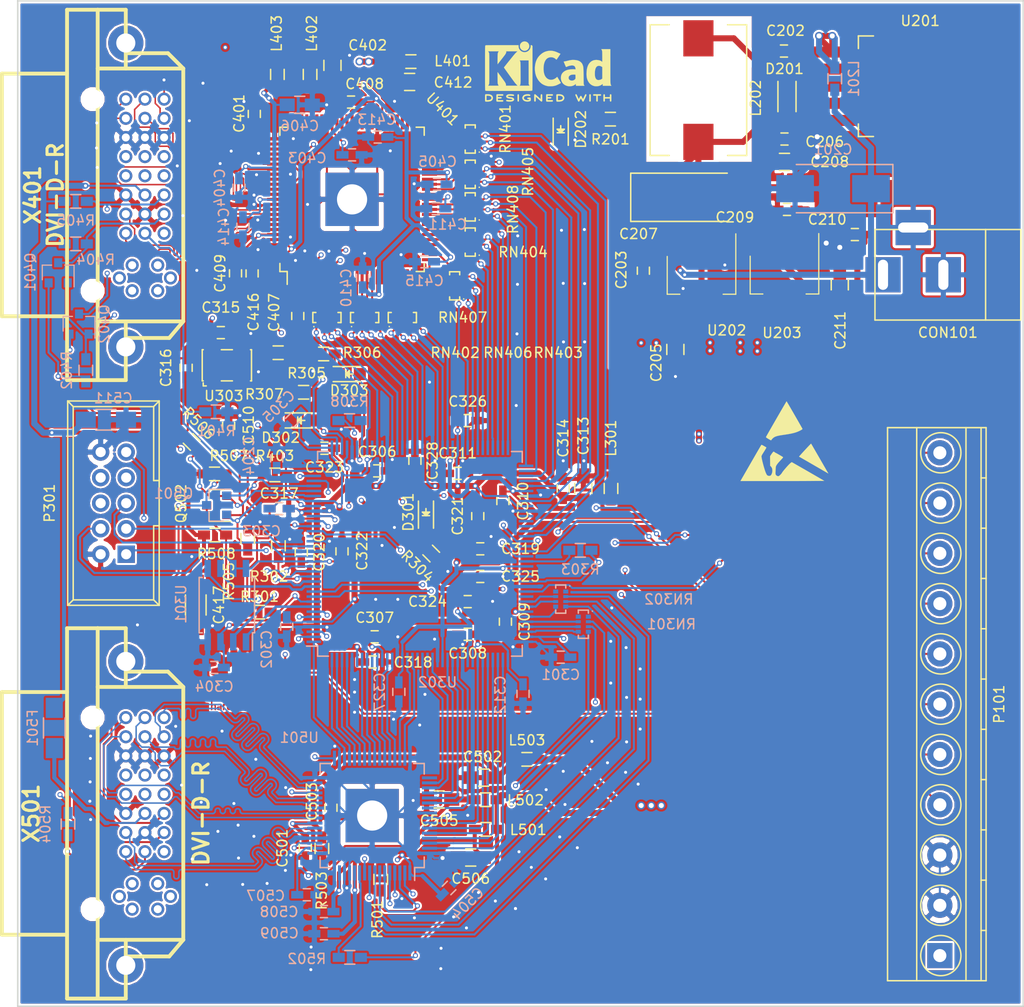
<source format=kicad_pcb>
(kicad_pcb (version 20160815) (host pcbnew "(2016-12-16 revision f631ae27b)-master")

  (general
    (links 475)
    (no_connects 1)
    (area 19.924999 19.924999 120.075001 120.075001)
    (thickness 1.6)
    (drawings 6)
    (tracks 4984)
    (zones 0)
    (modules 135)
    (nets 233)
  )

  (page A4)
  (layers
    (0 F.Cu signal)
    (1 In1.Cu signal)
    (2 In2.Cu signal)
    (31 B.Cu signal)
    (32 B.Adhes user)
    (33 F.Adhes user)
    (34 B.Paste user)
    (35 F.Paste user)
    (36 B.SilkS user)
    (37 F.SilkS user)
    (38 B.Mask user)
    (39 F.Mask user)
    (40 Dwgs.User user)
    (41 Cmts.User user)
    (42 Eco1.User user)
    (43 Eco2.User user)
    (44 Edge.Cuts user)
    (45 Margin user)
    (46 B.CrtYd user)
    (47 F.CrtYd user)
    (48 B.Fab user hide)
    (49 F.Fab user hide)
  )

  (setup
    (last_trace_width 0.2)
    (user_trace_width 0.15)
    (user_trace_width 0.2)
    (user_trace_width 0.4)
    (user_trace_width 0.6)
    (user_trace_width 1.5)
    (trace_clearance 0.152)
    (zone_clearance 0.2)
    (zone_45_only no)
    (trace_min 0.15)
    (segment_width 0.2)
    (edge_width 0.15)
    (via_size 0.5)
    (via_drill 0.3)
    (via_min_size 0.5)
    (via_min_drill 0.3)
    (user_via 0.5 0.3)
    (user_via 0.8 0.5)
    (uvia_size 0.3)
    (uvia_drill 0.1)
    (uvias_allowed no)
    (uvia_min_size 0.2)
    (uvia_min_drill 0.1)
    (pcb_text_width 0.3)
    (pcb_text_size 1.5 1.5)
    (mod_edge_width 0.15)
    (mod_text_size 1 1)
    (mod_text_width 0.15)
    (pad_size 3 3)
    (pad_drill 3)
    (pad_to_mask_clearance 0.2)
    (aux_axis_origin 0 0)
    (grid_origin 20 120.025)
    (visible_elements FFFFFFFF)
    (pcbplotparams
      (layerselection 0x010f0_ffffffff)
      (usegerberextensions false)
      (excludeedgelayer true)
      (linewidth 0.100000)
      (plotframeref false)
      (viasonmask false)
      (mode 1)
      (useauxorigin false)
      (hpglpennumber 1)
      (hpglpenspeed 20)
      (hpglpendiameter 15)
      (psnegative false)
      (psa4output false)
      (plotreference true)
      (plotvalue true)
      (plotinvisibletext false)
      (padsonsilk false)
      (subtractmaskfromsilk false)
      (outputformat 1)
      (mirror false)
      (drillshape 0)
      (scaleselection 1)
      (outputdirectory gerber/))
  )

  (net 0 "")
  (net 1 /power/VIN)
  (net 2 GND)
  (net 3 "Net-(C202-Pad2)")
  (net 4 +2V5)
  (net 5 +3V3)
  (net 6 +1V2)
  (net 7 +V_IO)
  (net 8 /dvi_out/TVDD)
  (net 9 "Net-(D201-Pad1)")
  (net 10 "Net-(D202-Pad2)")
  (net 11 "Net-(F501-Pad1)")
  (net 12 +5V)
  (net 13 /GPIO0)
  (net 14 /GPIO1)
  (net 15 /GPIO2)
  (net 16 /GPIO3)
  (net 17 /GPIO4)
  (net 18 /GPIO5)
  (net 19 /GPIO6)
  (net 20 /GPIO7)
  (net 21 "Net-(P301-Pad9)")
  (net 22 "Net-(P301-Pad8)")
  (net 23 "Net-(P301-Pad7)")
  (net 24 "Net-(P301-Pad6)")
  (net 25 "Net-(P301-Pad5)")
  (net 26 "Net-(P301-Pad3)")
  (net 27 "Net-(P301-Pad1)")
  (net 28 /dvi_in/DDCDAT_IN)
  (net 29 /dvi_in/DDCCLK_IN)
  (net 30 /dvi_out/DDCDAT)
  (net 31 /dvi_out/DDCCLK)
  (net 32 "Net-(R301-Pad1)")
  (net 33 "Net-(R302-Pad1)")
  (net 34 "Net-(R303-Pad1)")
  (net 35 /fpga/CLK50)
  (net 36 "Net-(R307-Pad2)")
  (net 37 /dvi_out/TXCLK+)
  (net 38 "Net-(R308-Pad1)")
  (net 39 /fpga/CLKIN)
  (net 40 /dvi_in/HOTPLUG)
  (net 41 "Net-(R501-Pad1)")
  (net 42 /dvi_out/MSEN)
  (net 43 "Net-(R503-Pad2)")
  (net 44 /dvi_out/HOTPLUG)
  (net 45 "Net-(R504-Pad1)")
  (net 46 "Net-(RN301-Pad7)")
  (net 47 "Net-(RN301-Pad6)")
  (net 48 "Net-(RN301-Pad5)")
  (net 49 "Net-(RN301-Pad8)")
  (net 50 /dvi_out/CTL1)
  (net 51 /dvi_out/DE)
  (net 52 /dvi_out/VSYNC)
  (net 53 /dvi_out/HSYNC)
  (net 54 /dvi_out/CTL2)
  (net 55 /dvi_out/CTL3)
  (net 56 "Net-(RN302-Pad8)")
  (net 57 "Net-(RN302-Pad5)")
  (net 58 "Net-(RN302-Pad6)")
  (net 59 "Net-(RN302-Pad7)")
  (net 60 /dvi_in/DE)
  (net 61 /dvi_in/VSYNC)
  (net 62 /dvi_in/HSYNC)
  (net 63 "Net-(RN401-Pad4)")
  (net 64 "Net-(RN401-Pad8)")
  (net 65 "Net-(RN401-Pad5)")
  (net 66 "Net-(RN401-Pad6)")
  (net 67 "Net-(RN401-Pad7)")
  (net 68 "Net-(RN402-Pad7)")
  (net 69 "Net-(RN402-Pad6)")
  (net 70 "Net-(RN402-Pad5)")
  (net 71 "Net-(RN402-Pad8)")
  (net 72 /dvi_in/DATI3)
  (net 73 /dvi_in/DATI2)
  (net 74 /dvi_in/DATI1)
  (net 75 /dvi_in/DATI0)
  (net 76 "Net-(RN403-Pad7)")
  (net 77 "Net-(RN403-Pad6)")
  (net 78 "Net-(RN403-Pad5)")
  (net 79 "Net-(RN403-Pad8)")
  (net 80 /dvi_in/DATI11)
  (net 81 /dvi_in/DATI10)
  (net 82 /dvi_in/DATI9)
  (net 83 /dvi_in/DATI8)
  (net 84 "Net-(RN404-Pad7)")
  (net 85 "Net-(RN404-Pad6)")
  (net 86 "Net-(RN404-Pad5)")
  (net 87 "Net-(RN404-Pad8)")
  (net 88 /dvi_in/DATI19)
  (net 89 /dvi_in/DATI18)
  (net 90 /dvi_in/DATI17)
  (net 91 /dvi_in/DATI16)
  (net 92 "Net-(RN405-Pad7)")
  (net 93 "Net-(RN405-Pad6)")
  (net 94 "Net-(RN405-Pad5)")
  (net 95 "Net-(RN405-Pad8)")
  (net 96 /dvi_in/CTL3)
  (net 97 /dvi_in/CTL2)
  (net 98 /dvi_in/CTL1)
  (net 99 /dvi_in/DATI4)
  (net 100 /dvi_in/DATI5)
  (net 101 /dvi_in/DATI6)
  (net 102 /dvi_in/DATI7)
  (net 103 "Net-(RN406-Pad8)")
  (net 104 "Net-(RN406-Pad5)")
  (net 105 "Net-(RN406-Pad6)")
  (net 106 "Net-(RN406-Pad7)")
  (net 107 /dvi_in/DATI12)
  (net 108 /dvi_in/DATI13)
  (net 109 /dvi_in/DATI14)
  (net 110 /dvi_in/DATI15)
  (net 111 "Net-(RN407-Pad8)")
  (net 112 "Net-(RN407-Pad5)")
  (net 113 "Net-(RN407-Pad6)")
  (net 114 "Net-(RN407-Pad7)")
  (net 115 /dvi_in/DATI20)
  (net 116 /dvi_in/DATI21)
  (net 117 /dvi_in/DATI22)
  (net 118 /dvi_in/DATI23)
  (net 119 "Net-(RN408-Pad8)")
  (net 120 "Net-(RN408-Pad5)")
  (net 121 "Net-(RN408-Pad6)")
  (net 122 "Net-(RN408-Pad7)")
  (net 123 /dvi_out/DATO4)
  (net 124 /dvi_out/DATO5)
  (net 125 /dvi_out/DATO6)
  (net 126 /dvi_out/DATO7)
  (net 127 /dvi_out/DATO12)
  (net 128 /dvi_out/DATO13)
  (net 129 /dvi_out/DATO14)
  (net 130 /dvi_out/DATO15)
  (net 131 /dvi_out/DATO20)
  (net 132 /dvi_out/DATO21)
  (net 133 /dvi_out/DATO22)
  (net 134 /dvi_out/DATO23)
  (net 135 /dvi_out/DATO3)
  (net 136 /dvi_out/DATO2)
  (net 137 /dvi_out/DATO1)
  (net 138 /dvi_out/DATO0)
  (net 139 /dvi_out/DATO11)
  (net 140 /dvi_out/DATO10)
  (net 141 /dvi_out/DATO9)
  (net 142 /dvi_out/DATO8)
  (net 143 /dvi_out/DATO19)
  (net 144 /dvi_out/DATO18)
  (net 145 /dvi_out/DATO17)
  (net 146 /dvi_out/DATO16)
  (net 147 /fpga/DCLK)
  (net 148 /fpga/ASDI)
  (net 149 /fpga/DATA)
  (net 150 /fpga/nCS)
  (net 151 "Net-(U302-Pad127)")
  (net 152 /dvi_in/LINK_ACT)
  (net 153 /dvi_in/PDOWN)
  (net 154 /dvi_out/EDGE)
  (net 155 /dvi_out/DKEN)
  (net 156 "Net-(U303-Pad1)")
  (net 157 "Net-(U401-Pad96)")
  (net 158 /dvi_in/RxC-)
  (net 159 /dvi_in/RxC+)
  (net 160 /dvi_in/Rx0+)
  (net 161 /dvi_in/Rx1-)
  (net 162 /dvi_in/Rx1+)
  (net 163 /dvi_in/Rx2-)
  (net 164 /dvi_in/Rx2+)
  (net 165 "Net-(U401-Pad77)")
  (net 166 "Net-(U401-Pad75)")
  (net 167 "Net-(U401-Pad74)")
  (net 168 "Net-(U401-Pad73)")
  (net 169 "Net-(U401-Pad72)")
  (net 170 "Net-(U401-Pad71)")
  (net 171 "Net-(U401-Pad70)")
  (net 172 "Net-(U401-Pad69)")
  (net 173 "Net-(U401-Pad66)")
  (net 174 "Net-(U401-Pad65)")
  (net 175 "Net-(U401-Pad64)")
  (net 176 "Net-(U401-Pad63)")
  (net 177 "Net-(U401-Pad62)")
  (net 178 "Net-(U401-Pad61)")
  (net 179 "Net-(U401-Pad60)")
  (net 180 "Net-(U401-Pad59)")
  (net 181 "Net-(U401-Pad56)")
  (net 182 "Net-(U401-Pad55)")
  (net 183 "Net-(U401-Pad54)")
  (net 184 "Net-(U401-Pad53)")
  (net 185 "Net-(U401-Pad52)")
  (net 186 "Net-(U401-Pad51)")
  (net 187 "Net-(U401-Pad50)")
  (net 188 "Net-(U401-Pad49)")
  (net 189 "Net-(U501-Pad49)")
  (net 190 /dvi_out/TX2+)
  (net 191 /dvi_out/TX2-)
  (net 192 /dvi_out/TX1+)
  (net 193 /dvi_out/TX1-)
  (net 194 /dvi_out/TX0+)
  (net 195 /dvi_out/TX0-)
  (net 196 /dvi_out/TXC+)
  (net 197 /dvi_out/TXC-)
  (net 198 "Net-(X401-Pad8)")
  (net 199 "Net-(X401-Pad21)")
  (net 200 "Net-(X401-Pad20)")
  (net 201 "Net-(X401-Pad13)")
  (net 202 "Net-(X401-Pad12)")
  (net 203 "Net-(X401-Pad5)")
  (net 204 "Net-(X401-Pad4)")
  (net 205 "Net-(X501-Pad4)")
  (net 206 "Net-(X501-Pad5)")
  (net 207 "Net-(X501-Pad12)")
  (net 208 "Net-(X501-Pad13)")
  (net 209 "Net-(X501-Pad20)")
  (net 210 "Net-(X501-Pad21)")
  (net 211 "Net-(X501-Pad8)")
  (net 212 "Net-(D301-Pad2)")
  (net 213 "Net-(D302-Pad2)")
  (net 214 "Net-(D303-Pad2)")
  (net 215 /dvi_in/Rx0-)
  (net 216 "Net-(U302-Pad99)")
  (net 217 "Net-(U302-Pad84)")
  (net 218 "Net-(U302-Pad83)")
  (net 219 "Net-(RN302-Pad1)")
  (net 220 "Net-(D301-Pad1)")
  (net 221 "Net-(D302-Pad1)")
  (net 222 "Net-(D303-Pad1)")
  (net 223 "Net-(RN301-Pad1)")
  (net 224 /dvi_in/PVDD)
  (net 225 /dvi_in/DVDD)
  (net 226 /dvi_in/AVDD)
  (net 227 /dvi_out/DVDD)
  (net 228 /dvi_out/PVDD)
  (net 229 /dvi_out/DDCDAT_)
  (net 230 /dvi_out/DDCCLK_)
  (net 231 /dvi_in/DDCDAT_)
  (net 232 /dvi_in/DDCCLK_)

  (net_class Default "This is the default net class."
    (clearance 0.152)
    (trace_width 0.2)
    (via_dia 0.5)
    (via_drill 0.3)
    (uvia_dia 0.3)
    (uvia_drill 0.1)
    (diff_pair_gap 0.25)
    (diff_pair_width 0.2)
    (add_net +1V2)
    (add_net +2V5)
    (add_net +3V3)
    (add_net +5V)
    (add_net +V_IO)
    (add_net /GPIO0)
    (add_net /GPIO1)
    (add_net /GPIO2)
    (add_net /GPIO3)
    (add_net /GPIO4)
    (add_net /GPIO5)
    (add_net /GPIO6)
    (add_net /GPIO7)
    (add_net /dvi_in/AVDD)
    (add_net /dvi_in/CTL1)
    (add_net /dvi_in/CTL2)
    (add_net /dvi_in/CTL3)
    (add_net /dvi_in/DATI0)
    (add_net /dvi_in/DATI1)
    (add_net /dvi_in/DATI10)
    (add_net /dvi_in/DATI11)
    (add_net /dvi_in/DATI12)
    (add_net /dvi_in/DATI13)
    (add_net /dvi_in/DATI14)
    (add_net /dvi_in/DATI15)
    (add_net /dvi_in/DATI16)
    (add_net /dvi_in/DATI17)
    (add_net /dvi_in/DATI18)
    (add_net /dvi_in/DATI19)
    (add_net /dvi_in/DATI2)
    (add_net /dvi_in/DATI20)
    (add_net /dvi_in/DATI21)
    (add_net /dvi_in/DATI22)
    (add_net /dvi_in/DATI23)
    (add_net /dvi_in/DATI3)
    (add_net /dvi_in/DATI4)
    (add_net /dvi_in/DATI5)
    (add_net /dvi_in/DATI6)
    (add_net /dvi_in/DATI7)
    (add_net /dvi_in/DATI8)
    (add_net /dvi_in/DATI9)
    (add_net /dvi_in/DDCCLK_)
    (add_net /dvi_in/DDCCLK_IN)
    (add_net /dvi_in/DDCDAT_)
    (add_net /dvi_in/DDCDAT_IN)
    (add_net /dvi_in/DE)
    (add_net /dvi_in/DVDD)
    (add_net /dvi_in/HOTPLUG)
    (add_net /dvi_in/HSYNC)
    (add_net /dvi_in/LINK_ACT)
    (add_net /dvi_in/PDOWN)
    (add_net /dvi_in/PVDD)
    (add_net /dvi_in/Rx0+)
    (add_net /dvi_in/Rx0-)
    (add_net /dvi_in/Rx1+)
    (add_net /dvi_in/Rx1-)
    (add_net /dvi_in/Rx2+)
    (add_net /dvi_in/Rx2-)
    (add_net /dvi_in/RxC+)
    (add_net /dvi_in/RxC-)
    (add_net /dvi_in/VSYNC)
    (add_net /dvi_out/CTL1)
    (add_net /dvi_out/CTL2)
    (add_net /dvi_out/CTL3)
    (add_net /dvi_out/DATO0)
    (add_net /dvi_out/DATO1)
    (add_net /dvi_out/DATO10)
    (add_net /dvi_out/DATO11)
    (add_net /dvi_out/DATO12)
    (add_net /dvi_out/DATO13)
    (add_net /dvi_out/DATO14)
    (add_net /dvi_out/DATO15)
    (add_net /dvi_out/DATO16)
    (add_net /dvi_out/DATO17)
    (add_net /dvi_out/DATO18)
    (add_net /dvi_out/DATO19)
    (add_net /dvi_out/DATO2)
    (add_net /dvi_out/DATO20)
    (add_net /dvi_out/DATO21)
    (add_net /dvi_out/DATO22)
    (add_net /dvi_out/DATO23)
    (add_net /dvi_out/DATO3)
    (add_net /dvi_out/DATO4)
    (add_net /dvi_out/DATO5)
    (add_net /dvi_out/DATO6)
    (add_net /dvi_out/DATO7)
    (add_net /dvi_out/DATO8)
    (add_net /dvi_out/DATO9)
    (add_net /dvi_out/DDCCLK)
    (add_net /dvi_out/DDCCLK_)
    (add_net /dvi_out/DDCDAT)
    (add_net /dvi_out/DDCDAT_)
    (add_net /dvi_out/DE)
    (add_net /dvi_out/DKEN)
    (add_net /dvi_out/DVDD)
    (add_net /dvi_out/EDGE)
    (add_net /dvi_out/HOTPLUG)
    (add_net /dvi_out/HSYNC)
    (add_net /dvi_out/MSEN)
    (add_net /dvi_out/PVDD)
    (add_net /dvi_out/TVDD)
    (add_net /dvi_out/TX0+)
    (add_net /dvi_out/TX0-)
    (add_net /dvi_out/TX1+)
    (add_net /dvi_out/TX1-)
    (add_net /dvi_out/TX2+)
    (add_net /dvi_out/TX2-)
    (add_net /dvi_out/TXC+)
    (add_net /dvi_out/TXC-)
    (add_net /dvi_out/TXCLK+)
    (add_net /dvi_out/VSYNC)
    (add_net /fpga/ASDI)
    (add_net /fpga/CLK50)
    (add_net /fpga/CLKIN)
    (add_net /fpga/DATA)
    (add_net /fpga/DCLK)
    (add_net /fpga/nCS)
    (add_net /power/VIN)
    (add_net GND)
    (add_net "Net-(C202-Pad2)")
    (add_net "Net-(D201-Pad1)")
    (add_net "Net-(D202-Pad2)")
    (add_net "Net-(D301-Pad1)")
    (add_net "Net-(D301-Pad2)")
    (add_net "Net-(D302-Pad1)")
    (add_net "Net-(D302-Pad2)")
    (add_net "Net-(D303-Pad1)")
    (add_net "Net-(D303-Pad2)")
    (add_net "Net-(F501-Pad1)")
    (add_net "Net-(P301-Pad1)")
    (add_net "Net-(P301-Pad3)")
    (add_net "Net-(P301-Pad5)")
    (add_net "Net-(P301-Pad6)")
    (add_net "Net-(P301-Pad7)")
    (add_net "Net-(P301-Pad8)")
    (add_net "Net-(P301-Pad9)")
    (add_net "Net-(R301-Pad1)")
    (add_net "Net-(R302-Pad1)")
    (add_net "Net-(R303-Pad1)")
    (add_net "Net-(R307-Pad2)")
    (add_net "Net-(R308-Pad1)")
    (add_net "Net-(R501-Pad1)")
    (add_net "Net-(R503-Pad2)")
    (add_net "Net-(R504-Pad1)")
    (add_net "Net-(RN301-Pad1)")
    (add_net "Net-(RN301-Pad5)")
    (add_net "Net-(RN301-Pad6)")
    (add_net "Net-(RN301-Pad7)")
    (add_net "Net-(RN301-Pad8)")
    (add_net "Net-(RN302-Pad1)")
    (add_net "Net-(RN302-Pad5)")
    (add_net "Net-(RN302-Pad6)")
    (add_net "Net-(RN302-Pad7)")
    (add_net "Net-(RN302-Pad8)")
    (add_net "Net-(RN401-Pad4)")
    (add_net "Net-(RN401-Pad5)")
    (add_net "Net-(RN401-Pad6)")
    (add_net "Net-(RN401-Pad7)")
    (add_net "Net-(RN401-Pad8)")
    (add_net "Net-(RN402-Pad5)")
    (add_net "Net-(RN402-Pad6)")
    (add_net "Net-(RN402-Pad7)")
    (add_net "Net-(RN402-Pad8)")
    (add_net "Net-(RN403-Pad5)")
    (add_net "Net-(RN403-Pad6)")
    (add_net "Net-(RN403-Pad7)")
    (add_net "Net-(RN403-Pad8)")
    (add_net "Net-(RN404-Pad5)")
    (add_net "Net-(RN404-Pad6)")
    (add_net "Net-(RN404-Pad7)")
    (add_net "Net-(RN404-Pad8)")
    (add_net "Net-(RN405-Pad5)")
    (add_net "Net-(RN405-Pad6)")
    (add_net "Net-(RN405-Pad7)")
    (add_net "Net-(RN405-Pad8)")
    (add_net "Net-(RN406-Pad5)")
    (add_net "Net-(RN406-Pad6)")
    (add_net "Net-(RN406-Pad7)")
    (add_net "Net-(RN406-Pad8)")
    (add_net "Net-(RN407-Pad5)")
    (add_net "Net-(RN407-Pad6)")
    (add_net "Net-(RN407-Pad7)")
    (add_net "Net-(RN407-Pad8)")
    (add_net "Net-(RN408-Pad5)")
    (add_net "Net-(RN408-Pad6)")
    (add_net "Net-(RN408-Pad7)")
    (add_net "Net-(RN408-Pad8)")
    (add_net "Net-(U302-Pad127)")
    (add_net "Net-(U302-Pad83)")
    (add_net "Net-(U302-Pad84)")
    (add_net "Net-(U302-Pad99)")
    (add_net "Net-(U303-Pad1)")
    (add_net "Net-(U401-Pad49)")
    (add_net "Net-(U401-Pad50)")
    (add_net "Net-(U401-Pad51)")
    (add_net "Net-(U401-Pad52)")
    (add_net "Net-(U401-Pad53)")
    (add_net "Net-(U401-Pad54)")
    (add_net "Net-(U401-Pad55)")
    (add_net "Net-(U401-Pad56)")
    (add_net "Net-(U401-Pad59)")
    (add_net "Net-(U401-Pad60)")
    (add_net "Net-(U401-Pad61)")
    (add_net "Net-(U401-Pad62)")
    (add_net "Net-(U401-Pad63)")
    (add_net "Net-(U401-Pad64)")
    (add_net "Net-(U401-Pad65)")
    (add_net "Net-(U401-Pad66)")
    (add_net "Net-(U401-Pad69)")
    (add_net "Net-(U401-Pad70)")
    (add_net "Net-(U401-Pad71)")
    (add_net "Net-(U401-Pad72)")
    (add_net "Net-(U401-Pad73)")
    (add_net "Net-(U401-Pad74)")
    (add_net "Net-(U401-Pad75)")
    (add_net "Net-(U401-Pad77)")
    (add_net "Net-(U401-Pad96)")
    (add_net "Net-(U501-Pad49)")
    (add_net "Net-(X401-Pad12)")
    (add_net "Net-(X401-Pad13)")
    (add_net "Net-(X401-Pad20)")
    (add_net "Net-(X401-Pad21)")
    (add_net "Net-(X401-Pad4)")
    (add_net "Net-(X401-Pad5)")
    (add_net "Net-(X401-Pad8)")
    (add_net "Net-(X501-Pad12)")
    (add_net "Net-(X501-Pad13)")
    (add_net "Net-(X501-Pad20)")
    (add_net "Net-(X501-Pad21)")
    (add_net "Net-(X501-Pad4)")
    (add_net "Net-(X501-Pad5)")
    (add_net "Net-(X501-Pad8)")
  )

  (module smd:LPISM-13x9.55 (layer F.Cu) (tedit 5874DABA) (tstamp 5872988D)
    (at 87.69 28.885 180)
    (path /5839A46D/5839C78F)
    (fp_text reference L202 (at -5.7 -0.8 270) (layer F.SilkS)
      (effects (font (size 1 1) (thickness 0.15)))
    )
    (fp_text value 33u (at 5.9 0 270) (layer F.Fab)
      (effects (font (size 1 1) (thickness 0.15)))
    )
    (fp_line (start -4.8 -6.5) (end -2.9 -6.5) (layer F.SilkS) (width 0.15))
    (fp_line (start -4.8 6.5) (end -4.8 -6.5) (layer F.SilkS) (width 0.15))
    (fp_line (start -2.9 6.5) (end -4.8 6.5) (layer F.SilkS) (width 0.15))
    (fp_line (start 4.8 -6.5) (end 2.9 -6.5) (layer F.SilkS) (width 0.15))
    (fp_line (start 4.8 6.5) (end 4.8 -6.5) (layer F.SilkS) (width 0.15))
    (fp_line (start 2.9 6.5) (end 4.8 6.5) (layer F.SilkS) (width 0.15))
    (pad 2 smd rect (at 0 -5.15 180) (size 3 3.6) (layers F.Cu F.Paste F.Mask)
      (net 5 +3V3))
    (pad 1 smd rect (at 0 5.15 180) (size 3 3.6) (layers F.Cu F.Paste F.Mask)
      (net 9 "Net-(D201-Pad1)"))
    (model ${KISYS3DMOD}/smd.shapes3d/LPISM-13x9.55.x3d
      (at (xyz 0 0 0))
      (scale (xyz 1 1 1))
      (rotate (xyz 0 0 0))
    )
  )

  (module Capacitors_Tantalum_SMD:Tantalum_Case-D_EIA-7343-31_Hand (layer F.Cu) (tedit 57B6E980) (tstamp 586EAA66)
    (at 86.91 39.545)
    (descr "Tantalum capacitor, Case D, EIA 7343-31, 7.3x4.3x2.8mm, Hand soldering footprint")
    (tags "capacitor tantalum smd")
    (path /5839A46D/5839CB5E)
    (attr smd)
    (fp_text reference C207 (at -5.18 3.64) (layer F.SilkS)
      (effects (font (size 1 1) (thickness 0.15)))
    )
    (fp_text value 100u (at 0 3.9) (layer F.Fab)
      (effects (font (size 1 1) (thickness 0.15)))
    )
    (fp_line (start -6.05 -2.5) (end -6.05 2.5) (layer F.CrtYd) (width 0.05))
    (fp_line (start -6.05 2.5) (end 6.05 2.5) (layer F.CrtYd) (width 0.05))
    (fp_line (start 6.05 2.5) (end 6.05 -2.5) (layer F.CrtYd) (width 0.05))
    (fp_line (start 6.05 -2.5) (end -6.05 -2.5) (layer F.CrtYd) (width 0.05))
    (fp_line (start -3.65 -2.15) (end -3.65 2.15) (layer F.Fab) (width 0.15))
    (fp_line (start -3.65 2.15) (end 3.65 2.15) (layer F.Fab) (width 0.15))
    (fp_line (start 3.65 2.15) (end 3.65 -2.15) (layer F.Fab) (width 0.15))
    (fp_line (start 3.65 -2.15) (end -3.65 -2.15) (layer F.Fab) (width 0.15))
    (fp_line (start -2.92 -2.15) (end -2.92 2.15) (layer F.Fab) (width 0.15))
    (fp_line (start -2.555 -2.15) (end -2.555 2.15) (layer F.Fab) (width 0.15))
    (fp_line (start -5.95 -2.4) (end 3.65 -2.4) (layer F.SilkS) (width 0.15))
    (fp_line (start -5.95 2.4) (end 3.65 2.4) (layer F.SilkS) (width 0.15))
    (fp_line (start -5.95 -2.4) (end -5.95 2.4) (layer F.SilkS) (width 0.15))
    (pad 1 smd rect (at -3.775 0) (size 3.75 2.7) (layers F.Cu F.Paste F.Mask)
      (net 5 +3V3))
    (pad 2 smd rect (at 3.775 0) (size 3.75 2.7) (layers F.Cu F.Paste F.Mask)
      (net 2 GND))
    (model Capacitors_Tantalum_SMD.3dshapes/Tantalum_Case-D_EIA-7343-31.wrl
      (at (xyz 0 0 0))
      (scale (xyz 1 1 1))
      (rotate (xyz 0 0 0))
    )
  )

  (module artwork:shimatta_std (layer F.Cu) (tedit 0) (tstamp 58695997)
    (at 89.5 112.525)
    (fp_text reference G*** (at 0 0) (layer F.SilkS) hide
      (effects (font (thickness 0.3)))
    )
    (fp_text value LOGO (at 0.75 0) (layer F.SilkS) hide
      (effects (font (thickness 0.3)))
    )
    (fp_poly (pts (xy 10.868794 -0.34663) (xy 10.940082 -0.344725) (xy 11.001581 -0.340759) (xy 11.054456 -0.334558)
      (xy 11.099874 -0.325943) (xy 11.138999 -0.314739) (xy 11.172997 -0.300768) (xy 11.203034 -0.283854)
      (xy 11.230276 -0.263821) (xy 11.255887 -0.240491) (xy 11.256462 -0.239919) (xy 11.289334 -0.201111)
      (xy 11.312259 -0.15891) (xy 11.326574 -0.110035) (xy 11.333618 -0.05121) (xy 11.333643 -0.0508)
      (xy 11.332569 0.023291) (xy 11.320361 0.089289) (xy 11.297275 0.146655) (xy 11.263566 0.19485)
      (xy 11.219491 0.233333) (xy 11.190884 0.250184) (xy 11.170271 0.260221) (xy 11.150623 0.268525)
      (xy 11.130272 0.275304) (xy 11.107549 0.280766) (xy 11.080783 0.285117) (xy 11.048306 0.288565)
      (xy 11.008448 0.291317) (xy 10.959541 0.29358) (xy 10.899914 0.295563) (xy 10.827899 0.297472)
      (xy 10.805885 0.298007) (xy 10.501253 0.308642) (xy 10.207708 0.325718) (xy 9.923258 0.349393)
      (xy 9.645907 0.379823) (xy 9.470624 0.402998) (xy 9.411807 0.410902) (xy 9.364278 0.416192)
      (xy 9.325062 0.418954) (xy 9.291185 0.41927) (xy 9.259672 0.417223) (xy 9.227549 0.412897)
      (xy 9.212169 0.410241) (xy 9.144467 0.392017) (xy 9.087321 0.363849) (xy 9.040745 0.325747)
      (xy 9.004755 0.277724) (xy 8.992925 0.254871) (xy 8.980849 0.218141) (xy 8.973005 0.172373)
      (xy 8.969757 0.122517) (xy 8.971468 0.073524) (xy 8.976926 0.037019) (xy 8.997827 -0.025291)
      (xy 9.0312 -0.080963) (xy 9.075937 -0.128488) (xy 9.122686 -0.16171) (xy 9.147207 -0.17458)
      (xy 9.175393 -0.186432) (xy 9.208483 -0.197521) (xy 9.247713 -0.208107) (xy 9.294321 -0.218445)
      (xy 9.349544 -0.228794) (xy 9.414619 -0.23941) (xy 9.490782 -0.250551) (xy 9.579273 -0.262474)
      (xy 9.652 -0.271774) (xy 9.800914 -0.289224) (xy 9.950405 -0.304133) (xy 10.103324 -0.316716)
      (xy 10.262527 -0.327186) (xy 10.430867 -0.335758) (xy 10.584543 -0.341755) (xy 10.69219 -0.344969)
      (xy 10.786552 -0.346653) (xy 10.868794 -0.34663)) (layer F.Mask) (width 0.01))
    (fp_poly (pts (xy 3.280686 -0.880939) (xy 3.34556 -0.879771) (xy 3.402872 -0.877617) (xy 3.449973 -0.87446)
      (xy 3.472543 -0.872037) (xy 3.61367 -0.849571) (xy 3.744701 -0.82007) (xy 3.868701 -0.782621)
      (xy 3.988736 -0.73631) (xy 4.096467 -0.686017) (xy 4.193868 -0.632986) (xy 4.288297 -0.574006)
      (xy 4.3772 -0.510941) (xy 4.458022 -0.445653) (xy 4.528209 -0.380007) (xy 4.555365 -0.351156)
      (xy 4.639992 -0.246318) (xy 4.713364 -0.13273) (xy 4.774921 -0.011455) (xy 4.824102 0.116443)
      (xy 4.850885 0.209423) (xy 4.879181 0.347701) (xy 4.896607 0.490707) (xy 4.903125 0.635529)
      (xy 4.898699 0.779253) (xy 4.88329 0.918966) (xy 4.861451 1.032728) (xy 4.824346 1.160933)
      (xy 4.77372 1.287533) (xy 4.710565 1.41087) (xy 4.635874 1.529285) (xy 4.550639 1.641117)
      (xy 4.455854 1.744709) (xy 4.40832 1.79005) (xy 4.299338 1.882172) (xy 4.177612 1.971762)
      (xy 4.04482 2.057926) (xy 3.902638 2.139772) (xy 3.752745 2.216408) (xy 3.596818 2.286942)
      (xy 3.436534 2.350482) (xy 3.27357 2.406135) (xy 3.218543 2.422898) (xy 3.139899 2.444368)
      (xy 3.049468 2.466013) (xy 2.949959 2.487315) (xy 2.844082 2.507761) (xy 2.734547 2.526832)
      (xy 2.624065 2.544015) (xy 2.515345 2.558792) (xy 2.485571 2.56243) (xy 2.428012 2.568359)
      (xy 2.365313 2.573218) (xy 2.299907 2.576957) (xy 2.234229 2.579525) (xy 2.17071 2.580872)
      (xy 2.111786 2.580947) (xy 2.05989 2.579698) (xy 2.017454 2.577077) (xy 1.986913 2.573032)
      (xy 1.985844 2.572813) (xy 1.91558 2.552339) (xy 1.8565 2.522842) (xy 1.808841 2.484627)
      (xy 1.772841 2.437998) (xy 1.748736 2.38326) (xy 1.736764 2.320717) (xy 1.736929 2.253327)
      (xy 1.748307 2.186275) (xy 1.77048 2.128668) (xy 1.803758 2.079916) (xy 1.848452 2.039427)
      (xy 1.849677 2.038544) (xy 1.877767 2.020506) (xy 1.908228 2.005555) (xy 1.943115 1.993169)
      (xy 1.984481 1.982826) (xy 2.034379 1.974007) (xy 2.094863 1.966188) (xy 2.161084 1.959481)
      (xy 2.311846 1.944454) (xy 2.450169 1.928139) (xy 2.578102 1.910074) (xy 2.697697 1.889796)
      (xy 2.811005 1.866842) (xy 2.920076 1.84075) (xy 3.026962 1.811058) (xy 3.133714 1.777303)
      (xy 3.242382 1.739022) (xy 3.355017 1.695754) (xy 3.386254 1.683205) (xy 3.439042 1.660814)
      (xy 3.498085 1.634078) (xy 3.560068 1.604637) (xy 3.621674 1.574131) (xy 3.679588 1.5442)
      (xy 3.730494 1.516484) (xy 3.76929 1.493734) (xy 3.863531 1.428613) (xy 3.952139 1.353949)
      (xy 4.033116 1.271853) (xy 4.104465 1.184435) (xy 4.16419 1.093803) (xy 4.186568 1.052873)
      (xy 4.225348 0.967344) (xy 4.253373 0.882119) (xy 4.271449 0.793702) (xy 4.280379 0.698597)
      (xy 4.281685 0.639641) (xy 4.277001 0.527464) (xy 4.262763 0.425302) (xy 4.238591 0.331924)
      (xy 4.204105 0.2461) (xy 4.158926 0.166599) (xy 4.119 0.11188) (xy 4.060291 0.048463)
      (xy 3.988142 -0.012032) (xy 3.902275 -0.06981) (xy 3.802411 -0.125073) (xy 3.778387 -0.136985)
      (xy 3.681686 -0.179417) (xy 3.583439 -0.212975) (xy 3.48168 -0.237992) (xy 3.374444 -0.254803)
      (xy 3.259766 -0.263742) (xy 3.13568 -0.265143) (xy 3.043531 -0.261888) (xy 2.888029 -0.251649)
      (xy 2.734088 -0.236994) (xy 2.580213 -0.217612) (xy 2.424912 -0.193189) (xy 2.26669 -0.163413)
      (xy 2.104054 -0.127969) (xy 1.93551 -0.086547) (xy 1.759564 -0.038832) (xy 1.574722 0.015488)
      (xy 1.379491 0.076726) (xy 1.29428 0.104504) (xy 1.212487 0.131377) (xy 1.14306 0.153997)
      (xy 1.08461 0.172751) (xy 1.035751 0.188021) (xy 0.995094 0.200194) (xy 0.961252 0.209655)
      (xy 0.932836 0.216787) (xy 0.908459 0.221977) (xy 0.886733 0.225608) (xy 0.86627 0.228067)
      (xy 0.845683 0.229737) (xy 0.841828 0.229985) (xy 0.770694 0.22918) (xy 0.705988 0.217912)
      (xy 0.648912 0.196762) (xy 0.60067 0.166307) (xy 0.562463 0.127129) (xy 0.536857 0.083059)
      (xy 0.516575 0.01964) (xy 0.509485 -0.04353) (xy 0.515258 -0.10471) (xy 0.533566 -0.162158)
      (xy 0.564078 -0.214131) (xy 0.6005 -0.25372) (xy 0.627556 -0.275729) (xy 0.658526 -0.29656)
      (xy 0.694993 -0.316941) (xy 0.738543 -0.337601) (xy 0.790758 -0.359268) (xy 0.853223 -0.382671)
      (xy 0.927522 -0.40854) (xy 0.962785 -0.420363) (xy 1.235996 -0.508259) (xy 1.498548 -0.586824)
      (xy 1.750821 -0.656148) (xy 1.993199 -0.71632) (xy 2.226063 -0.767428) (xy 2.449796 -0.809563)
      (xy 2.664779 -0.842814) (xy 2.871395 -0.86727) (xy 2.881085 -0.868221) (xy 2.935666 -0.872605)
      (xy 2.998589 -0.876105) (xy 3.067203 -0.878706) (xy 3.138857 -0.88039) (xy 3.210902 -0.88114)
      (xy 3.280686 -0.880939)) (layer F.Mask) (width 0.01))
    (fp_poly (pts (xy 9.003608 1.085203) (xy 9.056887 1.097351) (xy 9.102289 1.118483) (xy 9.136442 1.144109)
      (xy 9.162501 1.170161) (xy 9.183639 1.197962) (xy 9.200436 1.229422) (xy 9.213471 1.266452)
      (xy 9.223323 1.310961) (xy 9.230572 1.364858) (xy 9.235796 1.430055) (xy 9.238428 1.480457)
      (xy 9.242463 1.556719) (xy 9.247451 1.620598) (xy 9.253768 1.674212) (xy 9.261789 1.719683)
      (xy 9.27189 1.759128) (xy 9.284448 1.794667) (xy 9.299837 1.828421) (xy 9.300281 1.8293)
      (xy 9.32368 1.861058) (xy 9.36009 1.889396) (xy 9.409773 1.914428) (xy 9.472988 1.936271)
      (xy 9.549997 1.955039) (xy 9.608457 1.96579) (xy 9.659854 1.973801) (xy 9.709141 1.980441)
      (xy 9.758607 1.98587) (xy 9.810543 1.990245) (xy 9.86724 1.993727) (xy 9.930987 1.996474)
      (xy 10.004074 1.998645) (xy 10.088793 2.000399) (xy 10.112828 2.000803) (xy 10.344931 2.000686)
      (xy 10.574631 1.992926) (xy 10.799511 1.977698) (xy 11.017155 1.955179) (xy 11.225147 1.925543)
      (xy 11.283945 1.915532) (xy 11.323332 1.909019) (xy 11.353394 1.905485) (xy 11.37896 1.904703)
      (xy 11.404859 1.906445) (xy 11.424674 1.908893) (xy 11.494816 1.923371) (xy 11.553352 1.946196)
      (xy 11.600789 1.977718) (xy 11.637635 2.018289) (xy 11.664396 2.068258) (xy 11.667708 2.076961)
      (xy 11.674691 2.105256) (xy 11.679662 2.14325) (xy 11.682423 2.186242) (xy 11.682775 2.229529)
      (xy 11.680518 2.26841) (xy 11.676827 2.29262) (xy 11.655383 2.357769) (xy 11.621693 2.415438)
      (xy 11.576172 2.465251) (xy 11.51923 2.506833) (xy 11.451281 2.539807) (xy 11.381702 2.561655)
      (xy 11.342402 2.569881) (xy 11.29029 2.578484) (xy 11.227059 2.587284) (xy 11.154403 2.596097)
      (xy 11.074012 2.604743) (xy 10.987579 2.61304) (xy 10.896797 2.620806) (xy 10.803359 2.62786)
      (xy 10.708955 2.634021) (xy 10.705281 2.63424) (xy 10.652261 2.63689) (xy 10.589033 2.639219)
      (xy 10.517978 2.641203) (xy 10.441476 2.642822) (xy 10.36191 2.644053) (xy 10.281658 2.644874)
      (xy 10.203102 2.645263) (xy 10.128622 2.645198) (xy 10.0606 2.644658) (xy 10.001415 2.643619)
      (xy 9.953449 2.64206) (xy 9.938657 2.641327) (xy 9.768481 2.628296) (xy 9.611394 2.609042)
      (xy 9.467369 2.583557) (xy 9.336381 2.551835) (xy 9.218402 2.51387) (xy 9.113406 2.469654)
      (xy 9.021367 2.419181) (xy 8.998233 2.404142) (xy 8.936306 2.355572) (xy 8.876387 2.295797)
      (xy 8.821128 2.228111) (xy 8.77318 2.155807) (xy 8.735198 2.08218) (xy 8.730868 2.072055)
      (xy 8.707215 2.00826) (xy 8.685371 1.936098) (xy 8.66712 1.861716) (xy 8.660844 1.8307)
      (xy 8.655793 1.795362) (xy 8.651582 1.749235) (xy 8.648253 1.695121) (xy 8.645849 1.635825)
      (xy 8.644412 1.574151) (xy 8.643985 1.512901) (xy 8.64461 1.45488) (xy 8.646328 1.402892)
      (xy 8.649184 1.359739) (xy 8.653218 1.328227) (xy 8.65325 1.328057) (xy 8.671645 1.258488)
      (xy 8.698511 1.200675) (xy 8.734046 1.154447) (xy 8.778447 1.119634) (xy 8.831912 1.096067)
      (xy 8.894638 1.083576) (xy 8.940188 1.081315) (xy 9.003608 1.085203)) (layer F.Mask) (width 0.01))
    (fp_poly (pts (xy -11.3068 -2.522042) (xy -11.243523 -2.508415) (xy -11.18998 -2.484867) (xy -11.145174 -2.450712)
      (xy -11.108109 -2.405266) (xy -11.077788 -2.347845) (xy -11.062557 -2.307771) (xy -11.061106 -2.303062)
      (xy -11.05976 -2.297493) (xy -11.058513 -2.290514) (xy -11.057361 -2.281571) (xy -11.056298 -2.270114)
      (xy -11.055319 -2.255589) (xy -11.054417 -2.237446) (xy -11.053589 -2.215132) (xy -11.052827 -2.188096)
      (xy -11.052128 -2.155784) (xy -11.051485 -2.117645) (xy -11.050893 -2.073128) (xy -11.050346 -2.02168)
      (xy -11.04984 -1.962749) (xy -11.049369 -1.895784) (xy -11.048927 -1.820232) (xy -11.048509 -1.735541)
      (xy -11.04811 -1.64116) (xy -11.047724 -1.536535) (xy -11.047346 -1.421117) (xy -11.04697 -1.294351)
      (xy -11.046591 -1.155687) (xy -11.046203 -1.004573) (xy -11.045802 -0.840455) (xy -11.045381 -0.662784)
      (xy -11.045055 -0.522514) (xy -11.044621 -0.331929) (xy -11.044228 -0.155283) (xy -11.043859 0.008)
      (xy -11.043503 0.158496) (xy -11.043145 0.296779) (xy -11.042771 0.423427) (xy -11.042368 0.539013)
      (xy -11.041921 0.644114) (xy -11.041417 0.739305) (xy -11.040843 0.825162) (xy -11.040184 0.90226)
      (xy -11.039426 0.971175) (xy -11.038556 1.032482) (xy -11.037561 1.086757) (xy -11.036425 1.134576)
      (xy -11.035136 1.176514) (xy -11.033679 1.213146) (xy -11.032041 1.245049) (xy -11.030209 1.272797)
      (xy -11.028167 1.296966) (xy -11.025903 1.318133) (xy -11.023403 1.336871) (xy -11.020653 1.353757)
      (xy -11.017638 1.369367) (xy -11.014346 1.384276) (xy -11.010763 1.399059) (xy -11.006874 1.414293)
      (xy -11.002666 1.430552) (xy -10.998125 1.448412) (xy -10.997798 1.449724) (xy -10.964594 1.558686)
      (xy -10.922022 1.656604) (xy -10.87005 1.743504) (xy -10.808644 1.819409) (xy -10.737771 1.884342)
      (xy -10.6574 1.938328) (xy -10.567497 1.98139) (xy -10.468029 2.013553) (xy -10.358964 2.03484)
      (xy -10.24027 2.045275) (xy -10.18084 2.046437) (xy -10.02365 2.040231) (xy -9.8725 2.021965)
      (xy -9.72797 1.991807) (xy -9.590642 1.949924) (xy -9.461096 1.896487) (xy -9.339913 1.831662)
      (xy -9.260323 1.779565) (xy -9.187902 1.722827) (xy -9.111738 1.652849) (xy -9.032329 1.570273)
      (xy -8.950172 1.475739) (xy -8.865765 1.369888) (xy -8.779606 1.253362) (xy -8.692193 1.126801)
      (xy -8.604024 0.990846) (xy -8.515598 0.846139) (xy -8.456603 0.744866) (xy -8.420295 0.681984)
      (xy -8.389599 0.630434) (xy -8.363414 0.588677) (xy -8.340642 0.555175) (xy -8.320185 0.52839)
      (xy -8.300944 0.506783) (xy -8.28182 0.488815) (xy -8.263208 0.474045) (xy -8.214168 0.444068)
      (xy -8.164588 0.42726) (xy -8.110878 0.422597) (xy -8.087241 0.423921) (xy -8.016328 0.43535)
      (xy -7.956351 0.456006) (xy -7.906749 0.48626) (xy -7.866959 0.526481) (xy -7.836418 0.57704)
      (xy -7.82912 0.593917) (xy -7.822484 0.612165) (xy -7.817901 0.630107) (xy -7.815007 0.650993)
      (xy -7.813441 0.678075) (xy -7.812837 0.714605) (xy -7.812785 0.740229) (xy -7.813068 0.783475)
      (xy -7.814142 0.815935) (xy -7.816453 0.841334) (xy -7.820449 0.863396) (xy -7.826575 0.885845)
      (xy -7.832408 0.903897) (xy -7.851583 0.954021) (xy -7.878322 1.012108) (xy -7.912937 1.078718)
      (xy -7.95574 1.154407) (xy -8.007042 1.239733) (xy -8.067153 1.335253) (xy -8.111874 1.404257)
      (xy -8.184605 1.512428) (xy -8.259972 1.618994) (xy -8.336751 1.722437) (xy -8.413714 1.821243)
      (xy -8.489636 1.913893) (xy -8.563289 1.998871) (xy -8.633448 2.07466) (xy -8.698886 2.139743)
      (xy -8.728507 2.166955) (xy -8.860206 2.275387) (xy -8.997401 2.370806) (xy -9.140585 2.453429)
      (xy -9.290251 2.523473) (xy -9.446893 2.581154) (xy -9.611006 2.626689) (xy -9.783083 2.660295)
      (xy -9.884229 2.674116) (xy -9.919679 2.67748) (xy -9.965044 2.680623) (xy -10.01747 2.683457)
      (xy -10.074102 2.685893) (xy -10.132084 2.687841) (xy -10.188562 2.689214) (xy -10.240682 2.689922)
      (xy -10.285588 2.689876) (xy -10.320426 2.688988) (xy -10.334172 2.688116) (xy -10.416848 2.680487)
      (xy -10.487731 2.672889) (xy -10.549531 2.664887) (xy -10.604963 2.656048) (xy -10.656738 2.645936)
      (xy -10.70757 2.634117) (xy -10.76017 2.620157) (xy -10.762343 2.61955) (xy -10.895114 2.575667)
      (xy -11.018016 2.521153) (xy -11.131009 2.456059) (xy -11.234049 2.380436) (xy -11.327095 2.294335)
      (xy -11.410105 2.197808) (xy -11.483037 2.090905) (xy -11.545849 1.973679) (xy -11.598497 1.84618)
      (xy -11.640942 1.708459) (xy -11.673139 1.560568) (xy -11.683136 1.4986) (xy -11.686392 1.47592)
      (xy -11.68941 1.453712) (xy -11.692198 1.431387) (xy -11.694765 1.408356) (xy -11.697119 1.384029)
      (xy -11.699267 1.357817) (xy -11.701218 1.32913) (xy -11.702981 1.29738) (xy -11.704563 1.261978)
      (xy -11.705972 1.222333) (xy -11.707217 1.177857) (xy -11.708306 1.12796) (xy -11.709247 1.072053)
      (xy -11.710049 1.009548) (xy -11.710719 0.939853) (xy -11.711265 0.862381) (xy -11.711696 0.776542)
      (xy -11.71202 0.681747) (xy -11.712245 0.577406) (xy -11.71238 0.46293) (xy -11.712432 0.337731)
      (xy -11.712409 0.201217) (xy -11.71232 0.052801) (xy -11.712174 -0.108106) (xy -11.711977 -0.282095)
      (xy -11.711739 -0.469755) (xy -11.711625 -0.555171) (xy -11.711372 -0.740789) (xy -11.711126 -0.912453)
      (xy -11.710882 -1.070721) (xy -11.710637 -1.216155) (xy -11.710384 -1.349313) (xy -11.71012 -1.470756)
      (xy -11.709839 -1.581042) (xy -11.709536 -1.680732) (xy -11.709207 -1.770386) (xy -11.708846 -1.850563)
      (xy -11.708449 -1.921822) (xy -11.708011 -1.984725) (xy -11.707527 -2.039829) (xy -11.706992 -2.087696)
      (xy -11.706401 -2.128884) (xy -11.70575 -2.163954) (xy -11.705033 -2.193465) (xy -11.704245 -2.217977)
      (xy -11.703382 -2.238049) (xy -11.70244 -2.254242) (xy -11.701412 -2.267115) (xy -11.700294 -2.277228)
      (xy -11.699081 -2.28514) (xy -11.697768 -2.291411) (xy -11.696452 -2.296269) (xy -11.671006 -2.363617)
      (xy -11.638473 -2.4186) (xy -11.598168 -2.461718) (xy -11.549406 -2.493472) (xy -11.491502 -2.514359)
      (xy -11.42377 -2.524881) (xy -11.380808 -2.526432) (xy -11.3068 -2.522042)) (layer F.Mask) (width 0.01))
    (fp_poly (pts (xy -3.559915 -2.67363) (xy -3.527662 -2.672116) (xy -3.502924 -2.669038) (xy -3.482216 -2.664033)
      (xy -3.470809 -2.660152) (xy -3.415622 -2.632162) (xy -3.368679 -2.592564) (xy -3.330749 -2.542186)
      (xy -3.302598 -2.481862) (xy -3.300523 -2.475831) (xy -3.296805 -2.464283) (xy -3.293693 -2.452885)
      (xy -3.291121 -2.440254) (xy -3.289024 -2.425013) (xy -3.287338 -2.405779) (xy -3.285999 -2.381174)
      (xy -3.284941 -2.349817) (xy -3.2841 -2.310328) (xy -3.283411 -2.261328) (xy -3.28281 -2.201435)
      (xy -3.282231 -2.129271) (xy -3.281853 -2.077347) (xy -3.279345 -1.727181) (xy -3.230801 -1.730904)
      (xy -3.206695 -1.732626) (xy -3.171856 -1.73495) (xy -3.130042 -1.737632) (xy -3.08501 -1.740429)
      (xy -3.058886 -1.74201) (xy -2.881272 -1.753814) (xy -2.698095 -1.768205) (xy -2.51397 -1.784758)
      (xy -2.333515 -1.803049) (xy -2.161343 -1.822655) (xy -2.104572 -1.829664) (xy -2.021747 -1.839307)
      (xy -1.951374 -1.845543) (xy -1.891768 -1.848244) (xy -1.841242 -1.847281) (xy -1.798109 -1.842527)
      (xy -1.760683 -1.833853) (xy -1.727278 -1.821131) (xy -1.696207 -1.804233) (xy -1.686432 -1.797889)
      (xy -1.641947 -1.759253) (xy -1.606472 -1.709427) (xy -1.588388 -1.671191) (xy -1.581081 -1.650724)
      (xy -1.576239 -1.630607) (xy -1.573383 -1.607046) (xy -1.57204 -1.576247) (xy -1.571728 -1.538514)
      (xy -1.57211 -1.497732) (xy -1.573571 -1.467667) (xy -1.576585 -1.444532) (xy -1.581625 -1.424542)
      (xy -1.588291 -1.406095) (xy -1.615883 -1.355694) (xy -1.655557 -1.310913) (xy -1.705527 -1.273093)
      (xy -1.764007 -1.243573) (xy -1.82921 -1.223693) (xy -1.832429 -1.223015) (xy -1.864504 -1.217398)
      (xy -1.909498 -1.211019) (xy -1.965841 -1.204024) (xy -2.031966 -1.196563) (xy -2.106305 -1.188782)
      (xy -2.18729 -1.18083) (xy -2.273354 -1.172855) (xy -2.362928 -1.165006) (xy -2.454444 -1.157429)
      (xy -2.546334 -1.150273) (xy -2.637031 -1.143686) (xy -2.724967 -1.137817) (xy -2.754086 -1.136003)
      (xy -2.805671 -1.132938) (xy -2.862498 -1.129709) (xy -2.922492 -1.126419) (xy -2.983576 -1.123173)
      (xy -3.043674 -1.120076) (xy -3.100712 -1.117232) (xy -3.152612 -1.114745) (xy -3.197299 -1.11272)
      (xy -3.232697 -1.111261) (xy -3.256731 -1.110473) (xy -3.2639 -1.110363) (xy -3.280229 -1.110343)
      (xy -3.280229 -0.769257) (xy -3.280175 -0.688687) (xy -3.27999 -0.621489) (xy -3.279639 -0.56652)
      (xy -3.279089 -0.522638) (xy -3.278305 -0.488701) (xy -3.277253 -0.463565) (xy -3.275899 -0.446089)
      (xy -3.274209 -0.43513) (xy -3.272147 -0.429546) (xy -3.270003 -0.428171) (xy -3.260204 -0.42859)
      (xy -3.237987 -0.429769) (xy -3.205423 -0.43159) (xy -3.164581 -0.433937) (xy -3.117531 -0.436692)
      (xy -3.075874 -0.439167) (xy -2.91119 -0.449647) (xy -2.75783 -0.460774) (xy -2.612609 -0.472824)
      (xy -2.472343 -0.486074) (xy -2.333846 -0.500802) (xy -2.235766 -0.512196) (xy -2.181142 -0.518565)
      (xy -2.138322 -0.523027) (xy -2.104742 -0.525717) (xy -2.077835 -0.526771) (xy -2.055037 -0.526323)
      (xy -2.033782 -0.524511) (xy -2.024568 -0.523357) (xy -1.954687 -0.50857) (xy -1.89596 -0.484509)
      (xy -1.848361 -0.451155) (xy -1.811863 -0.40849) (xy -1.786439 -0.356496) (xy -1.786127 -0.3556)
      (xy -1.776294 -0.3163) (xy -1.770272 -0.269192) (xy -1.768611 -0.220613) (xy -1.771072 -0.182639)
      (xy -1.785529 -0.115018) (xy -1.810946 -0.056607) (xy -1.847648 -0.007024) (xy -1.89596 0.034112)
      (xy -1.956206 0.067181) (xy -1.997385 0.083031) (xy -2.03577 0.093538) (xy -2.087717 0.103993)
      (xy -2.15227 0.114306) (xy -2.228475 0.124387) (xy -2.31538 0.134146) (xy -2.412031 0.143492)
      (xy -2.517472 0.152336) (xy -2.630752 0.160586) (xy -2.750915 0.168154) (xy -2.877009 0.174948)
      (xy -3.008079 0.180878) (xy -3.049815 0.182537) (xy -3.280229 0.191392) (xy -3.280229 1.019968)
      (xy -3.1623 1.058654) (xy -2.896971 1.151679) (xy -2.642724 1.253146) (xy -2.398485 1.363567)
      (xy -2.163179 1.483453) (xy -1.935733 1.613316) (xy -1.74672 1.732625) (xy -1.675532 1.78152)
      (xy -1.61688 1.826507) (xy -1.569805 1.869017) (xy -1.533349 1.910482) (xy -1.506551 1.952334)
      (xy -1.488453 1.996006) (xy -1.478096 2.042929) (xy -1.474519 2.094536) (xy -1.475713 2.137229)
      (xy -1.485108 2.216781) (xy -1.503114 2.284794) (xy -1.529974 2.341584) (xy -1.565931 2.38747)
      (xy -1.611224 2.422768) (xy -1.666097 2.447797) (xy -1.722612 2.461599) (xy -1.767667 2.465908)
      (xy -1.811485 2.463025) (xy -1.855876 2.452239) (xy -1.902648 2.432838) (xy -1.953611 2.40411)
      (xy -2.010576 2.365344) (xy -2.0574 2.329978) (xy -2.172886 2.243766) (xy -2.294279 2.160954)
      (xy -2.423544 2.080335) (xy -2.562646 2.0007) (xy -2.713551 1.92084) (xy -2.764972 1.894881)
      (xy -2.810098 1.872708) (xy -2.860364 1.84863) (xy -2.914075 1.823404) (xy -2.969534 1.797785)
      (xy -3.025046 1.772527) (xy -3.078914 1.748388) (xy -3.129442 1.726121) (xy -3.174935 1.706483)
      (xy -3.213695 1.690228) (xy -3.244028 1.678113) (xy -3.264237 1.670892) (xy -3.271789 1.669143)
      (xy -3.277094 1.675632) (xy -3.282129 1.692144) (xy -3.284168 1.703615) (xy -3.294339 1.763773)
      (xy -3.308613 1.831207) (xy -3.325527 1.899787) (xy -3.343618 1.963384) (xy -3.353474 1.993829)
      (xy -3.393626 2.098555) (xy -3.438784 2.191529) (xy -3.490287 2.27504) (xy -3.549478 2.351381)
      (xy -3.586361 2.39173) (xy -3.66786 2.466866) (xy -3.75742 2.531631) (xy -3.85566 2.586301)
      (xy -3.963199 2.63115) (xy -4.080659 2.666455) (xy -4.208658 2.692491) (xy -4.287159 2.703359)
      (xy -4.322088 2.706446) (xy -4.367802 2.70902) (xy -4.421042 2.711035) (xy -4.478547 2.712444)
      (xy -4.537059 2.7132) (xy -4.593318 2.713256) (xy -4.644063 2.712566) (xy -4.686036 2.711084)
      (xy -4.709886 2.709415) (xy -4.832478 2.695041) (xy -4.94283 2.676199) (xy -5.042737 2.652131)
      (xy -5.13399 2.622082) (xy -5.218383 2.585294) (xy -5.297707 2.541011) (xy -5.373757 2.488476)
      (xy -5.448324 2.426932) (xy -5.504906 2.373866) (xy -5.585225 2.28743) (xy -5.651451 2.199713)
      (xy -5.703995 2.109988) (xy -5.743267 2.017532) (xy -5.769677 1.921619) (xy -5.774005 1.898829)
      (xy -5.781392 1.834399) (xy -5.782175 1.803772) (xy -5.140803 1.803772) (xy -5.138033 1.828971)
      (xy -5.124036 1.890771) (xy -5.100265 1.944453) (xy -5.065909 1.990845) (xy -5.02016 2.030778)
      (xy -4.962208 2.065079) (xy -4.891243 2.094578) (xy -4.872409 2.100963) (xy -4.795484 2.121382)
      (xy -4.709629 2.136088) (xy -4.619404 2.144725) (xy -4.529369 2.146935) (xy -4.444083 2.142363)
      (xy -4.405086 2.137489) (xy -4.343632 2.126448) (xy -4.292113 2.113206) (xy -4.245978 2.096427)
      (xy -4.212772 2.081019) (xy -4.144558 2.04145) (xy -4.088403 1.996719) (xy -4.042596 1.944809)
      (xy -4.005426 1.883699) (xy -3.975182 1.811371) (xy -3.96925 1.793633) (xy -3.95622 1.746457)
      (xy -3.944526 1.691807) (xy -3.935034 1.634911) (xy -3.92861 1.580992) (xy -3.92612 1.535278)
      (xy -3.926115 1.533359) (xy -3.926115 1.490152) (xy -3.993243 1.474846) (xy -4.096392 1.45336)
      (xy -4.193818 1.437641) (xy -4.290534 1.427138) (xy -4.391552 1.421298) (xy -4.4958 1.419569)
      (xy -4.569053 1.42023) (xy -4.630891 1.422535) (xy -4.68436 1.426878) (xy -4.732508 1.433658)
      (xy -4.77838 1.44327) (xy -4.825021 1.456111) (xy -4.858294 1.466743) (xy -4.921049 1.490174)
      (xy -4.972593 1.515375) (xy -5.016231 1.544217) (xy -5.054956 1.578266) (xy -5.096885 1.628405)
      (xy -5.124933 1.681989) (xy -5.139454 1.740087) (xy -5.140803 1.803772) (xy -5.782175 1.803772)
      (xy -5.783244 1.762023) (xy -5.779791 1.687074) (xy -5.771262 1.614926) (xy -5.759391 1.556657)
      (xy -5.726832 1.458773) (xy -5.681134 1.366791) (xy -5.622532 1.280973) (xy -5.551262 1.201581)
      (xy -5.467558 1.128877) (xy -5.371656 1.063125) (xy -5.265057 1.005197) (xy -5.158318 0.958962)
      (xy -5.046432 0.921266) (xy -4.927358 0.891587) (xy -4.799055 0.869402) (xy -4.684486 0.856339)
      (xy -4.630117 0.852677) (xy -4.564008 0.850294) (xy -4.488872 0.849147) (xy -4.407424 0.849191)
      (xy -4.322376 0.85038) (xy -4.236442 0.852671) (xy -4.152336 0.856018) (xy -4.072771 0.860378)
      (xy -4.000461 0.865705) (xy -3.9751 0.868007) (xy -3.926115 0.872733) (xy -3.926115 0.188686)
      (xy -4.642757 0.18856) (xy -4.765443 0.188533) (xy -4.87451 0.18847) (xy -4.970855 0.188329)
      (xy -5.055376 0.188068) (xy -5.128967 0.187645) (xy -5.192526 0.187018) (xy -5.246949 0.186144)
      (xy -5.293132 0.184982) (xy -5.331971 0.18349) (xy -5.364363 0.181626) (xy -5.391205 0.179348)
      (xy -5.413392 0.176613) (xy -5.43182 0.17338) (xy -5.447387 0.169606) (xy -5.460989 0.16525)
      (xy -5.473522 0.16027) (xy -5.485881 0.154623) (xy -5.49863 0.148432) (xy -5.54487 0.118004)
      (xy -5.582108 0.077013) (xy -5.609816 0.026678) (xy -5.627465 -0.031782) (xy -5.63453 -0.097147)
      (xy -5.631623 -0.158957) (xy -5.618556 -0.22696) (xy -5.595939 -0.284245) (xy -5.563495 -0.33126)
      (xy -5.520949 -0.368452) (xy -5.491784 -0.385574) (xy -5.478418 -0.392302) (xy -5.465929 -0.398277)
      (xy -5.453415 -0.403544) (xy -5.439977 -0.408147) (xy -5.424712 -0.412131) (xy -5.40672 -0.415541)
      (xy -5.385102 -0.418423) (xy -5.358955 -0.42082) (xy -5.327379 -0.422779) (xy -5.289474 -0.424343)
      (xy -5.244338 -0.425557) (xy -5.191072 -0.426467) (xy -5.128774 -0.427118) (xy -5.056543 -0.427553)
      (xy -4.973478 -0.427818) (xy -4.87868 -0.427959) (xy -4.771247 -0.428019) (xy -4.650279 -0.428043)
      (xy -4.639129 -0.428045) (xy -3.926115 -0.428171) (xy -3.926115 -1.088571) (xy -4.7625 -1.088678)
      (xy -4.894095 -1.088694) (xy -5.011998 -1.088727) (xy -5.11703 -1.088811) (xy -5.210013 -1.088979)
      (xy -5.291769 -1.089265) (xy -5.36312 -1.089703) (xy -5.424888 -1.090325) (xy -5.477895 -1.091165)
      (xy -5.522961 -1.092256) (xy -5.56091 -1.093632) (xy -5.592563 -1.095327) (xy -5.618742 -1.097373)
      (xy -5.640268 -1.099804) (xy -5.657964 -1.102654) (xy -5.672651 -1.105955) (xy -5.685152 -1.109742)
      (xy -5.696287 -1.114048) (xy -5.706879 -1.118905) (xy -5.71775 -1.124348) (xy -5.724502 -1.127784)
      (xy -5.759879 -1.151378) (xy -5.794078 -1.183977) (xy -5.822345 -1.220577) (xy -5.835533 -1.244695)
      (xy -5.848041 -1.283763) (xy -5.856096 -1.331864) (xy -5.859157 -1.384055) (xy -5.856685 -1.435392)
      (xy -5.856522 -1.436849) (xy -5.843444 -1.504117) (xy -5.82044 -1.560994) (xy -5.786987 -1.608145)
      (xy -5.742561 -1.646238) (xy -5.686637 -1.675938) (xy -5.66088 -1.685635) (xy -5.6134 -1.70178)
      (xy -3.927516 -1.705888) (xy -3.924334 -2.052187) (xy -3.923566 -2.132617) (xy -3.922823 -2.199962)
      (xy -3.922039 -2.255651) (xy -3.921148 -2.301111) (xy -3.920082 -2.337771) (xy -3.918776 -2.36706)
      (xy -3.917161 -2.390406) (xy -3.915172 -2.409238) (xy -3.912742 -2.424984) (xy -3.909804 -2.439074)
      (xy -3.906291 -2.452935) (xy -3.905483 -2.455917) (xy -3.888954 -2.506679) (xy -3.86894 -2.547286)
      (xy -3.842922 -2.58207) (xy -3.817093 -2.607712) (xy -3.785765 -2.632985) (xy -3.754427 -2.651212)
      (xy -3.719849 -2.663393) (xy -3.678804 -2.670527) (xy -3.628065 -2.673614) (xy -3.603172 -2.673943)
      (xy -3.559915 -2.67363)) (layer F.Mask) (width 0.01))
    (fp_poly (pts (xy 8.528085 -2.643213) (xy 8.595358 -2.627701) (xy 8.652184 -2.602162) (xy 8.698839 -2.566349)
      (xy 8.7356 -2.520016) (xy 8.762743 -2.462918) (xy 8.774406 -2.423885) (xy 8.78068 -2.387663)
      (xy 8.783754 -2.342658) (xy 8.783569 -2.28818) (xy 8.780066 -2.22354) (xy 8.773187 -2.148047)
      (xy 8.762873 -2.061012) (xy 8.749065 -1.961746) (xy 8.731704 -1.849558) (xy 8.718833 -1.771437)
      (xy 8.710433 -1.720524) (xy 8.703131 -1.674418) (xy 8.697201 -1.635017) (xy 8.692921 -1.604219)
      (xy 8.690566 -1.583922) (xy 8.690412 -1.576025) (xy 8.690414 -1.576024) (xy 8.699245 -1.574861)
      (xy 8.721309 -1.574926) (xy 8.755386 -1.57613) (xy 8.800255 -1.578382) (xy 8.854695 -1.581591)
      (xy 8.917484 -1.585666) (xy 8.987403 -1.590518) (xy 9.06323 -1.596056) (xy 9.143744 -1.602188)
      (xy 9.227725 -1.608826) (xy 9.313952 -1.615878) (xy 9.401204 -1.623254) (xy 9.48826 -1.630863)
      (xy 9.573899 -1.638615) (xy 9.6569 -1.646419) (xy 9.710057 -1.651595) (xy 9.796138 -1.659449)
      (xy 9.869585 -1.664624) (xy 9.932031 -1.667104) (xy 9.985109 -1.666875) (xy 10.030452 -1.663922)
      (xy 10.069695 -1.658231) (xy 10.104469 -1.649786) (xy 10.110345 -1.647983) (xy 10.171065 -1.622232)
      (xy 10.221086 -1.586718) (xy 10.260636 -1.541235) (xy 10.289945 -1.48557) (xy 10.29115 -1.482506)
      (xy 10.301781 -1.443104) (xy 10.30763 -1.395454) (xy 10.30868 -1.344582) (xy 10.304914 -1.295514)
      (xy 10.296312 -1.253274) (xy 10.291996 -1.240624) (xy 10.26307 -1.184426) (xy 10.223793 -1.13725)
      (xy 10.173681 -1.098745) (xy 10.112252 -1.06856) (xy 10.039022 -1.046344) (xy 10.018043 -1.041841)
      (xy 9.988177 -1.036889) (xy 9.945245 -1.031195) (xy 9.890669 -1.024878) (xy 9.825873 -1.018058)
      (xy 9.752279 -1.010857) (xy 9.67131 -1.003394) (xy 9.584388 -0.99579) (xy 9.492937 -0.988165)
      (xy 9.398378 -0.98064) (xy 9.302134 -0.973335) (xy 9.205629 -0.966371) (xy 9.110284 -0.959867)
      (xy 9.017523 -0.953945) (xy 8.928768 -0.948724) (xy 8.897257 -0.946996) (xy 8.839397 -0.943827)
      (xy 8.783098 -0.940626) (xy 8.73089 -0.937545) (xy 8.685304 -0.934738) (xy 8.648869 -0.932357)
      (xy 8.624116 -0.930554) (xy 8.622186 -0.930396) (xy 8.561201 -0.925285) (xy 8.512261 -0.707571)
      (xy 8.401162 -0.239172) (xy 8.280408 0.220042) (xy 8.149348 0.672271) (xy 8.007329 1.119715)
      (xy 7.853701 1.564573) (xy 7.778286 1.770743) (xy 7.757814 1.82522) (xy 7.734721 1.885775)
      (xy 7.709645 1.950807) (xy 7.683225 2.018712) (xy 7.656098 2.087887) (xy 7.628905 2.156729)
      (xy 7.602282 2.223635) (xy 7.576868 2.287003) (xy 7.553302 2.345229) (xy 7.532222 2.396711)
      (xy 7.514267 2.439845) (xy 7.500074 2.473029) (xy 7.490284 2.494659) (xy 7.488619 2.498034)
      (xy 7.446657 2.568398) (xy 7.399108 2.625394) (xy 7.345916 2.669074) (xy 7.287022 2.69949)
      (xy 7.253803 2.710166) (xy 7.211289 2.717557) (xy 7.16184 2.720483) (xy 7.111733 2.718943)
      (xy 7.067245 2.712935) (xy 7.055762 2.710215) (xy 6.996939 2.689138) (xy 6.9496 2.66024)
      (xy 6.912406 2.622508) (xy 6.887837 2.582868) (xy 6.86919 2.539036) (xy 6.857554 2.494382)
      (xy 6.852201 2.444727) (xy 6.852407 2.385889) (xy 6.85265 2.380479) (xy 6.854836 2.346973)
      (xy 6.858466 2.316423) (xy 6.864252 2.286482) (xy 6.872907 2.254805) (xy 6.885145 2.219045)
      (xy 6.901679 2.176855) (xy 6.923222 2.125888) (xy 6.945404 2.075269) (xy 7.054216 1.821473)
      (xy 7.161547 1.55564) (xy 7.26653 1.280234) (xy 7.368297 0.997719) (xy 7.465979 0.71056)
      (xy 7.558709 0.42122) (xy 7.64562 0.132164) (xy 7.710059 -0.096066) (xy 7.727003 -0.158593)
      (xy 7.744878 -0.225793) (xy 7.763348 -0.296296) (xy 7.782074 -0.368737) (xy 7.80072 -0.441747)
      (xy 7.818948 -0.51396) (xy 7.83642 -0.584008) (xy 7.8528 -0.650524) (xy 7.867749 -0.71214)
      (xy 7.88093 -0.76749) (xy 7.892007 -0.815207) (xy 7.900641 -0.853922) (xy 7.906495 -0.882268)
      (xy 7.909232 -0.898879) (xy 7.909135 -0.902778) (xy 7.901443 -0.903074) (xy 7.881605 -0.902791)
      (xy 7.851973 -0.901992) (xy 7.8149 -0.900739) (xy 7.776896 -0.899266) (xy 7.650565 -0.894218)
      (xy 7.538113 -0.889995) (xy 7.43893 -0.886585) (xy 7.352403 -0.883976) (xy 7.277923 -0.882156)
      (xy 7.214879 -0.881113) (xy 7.162659 -0.880834) (xy 7.120652 -0.881308) (xy 7.088248 -0.882522)
      (xy 7.064836 -0.884465) (xy 7.06022 -0.885077) (xy 7.003002 -0.896047) (xy 6.956586 -0.911262)
      (xy 6.917537 -0.932146) (xy 6.88491 -0.957825) (xy 6.845016 -1.003987) (xy 6.816407 -1.059095)
      (xy 6.799184 -1.122845) (xy 6.793449 -1.194931) (xy 6.794607 -1.229446) (xy 6.804706 -1.298006)
      (xy 6.825614 -1.356949) (xy 6.857601 -1.406608) (xy 6.900934 -1.447316) (xy 6.95588 -1.479407)
      (xy 7.012378 -1.500294) (xy 7.023643 -1.50344) (xy 7.035526 -1.50629) (xy 7.048908 -1.508887)
      (xy 7.064669 -1.511276) (xy 7.083689 -1.5135) (xy 7.106849 -1.515603) (xy 7.135029 -1.51763)
      (xy 7.169108 -1.519624) (xy 7.209968 -1.521629) (xy 7.258488 -1.52369) (xy 7.315549 -1.52585)
      (xy 7.38203 -1.528153) (xy 7.458813 -1.530643) (xy 7.546777 -1.533365) (xy 7.646803 -1.536361)
      (xy 7.75977 -1.539677) (xy 7.857473 -1.542515) (xy 7.913156 -1.544229) (xy 7.956001 -1.54585)
      (xy 7.987682 -1.547533) (xy 8.009875 -1.549437) (xy 8.024254 -1.551719) (xy 8.032493 -1.554537)
      (xy 8.036266 -1.558048) (xy 8.036818 -1.559388) (xy 8.039165 -1.570795) (xy 8.043284 -1.594703)
      (xy 8.048893 -1.629248) (xy 8.055713 -1.672561) (xy 8.063462 -1.722777) (xy 8.071861 -1.778029)
      (xy 8.080628 -1.83645) (xy 8.089483 -1.896175) (xy 8.098146 -1.955336) (xy 8.106336 -2.012068)
      (xy 8.113773 -2.064503) (xy 8.120176 -2.110775) (xy 8.124202 -2.140857) (xy 8.132879 -2.206408)
      (xy 8.140145 -2.259507) (xy 8.146346 -2.302108) (xy 8.151828 -2.336166) (xy 8.156937 -2.363637)
      (xy 8.162018 -2.386474) (xy 8.167417 -2.406633) (xy 8.173481 -2.42607) (xy 8.17598 -2.43352)
      (xy 8.20465 -2.499149) (xy 8.241866 -2.553098) (xy 8.287288 -2.595166) (xy 8.340578 -2.625151)
      (xy 8.401398 -2.642851) (xy 8.46941 -2.648066) (xy 8.528085 -2.643213)) (layer F.Mask) (width 0.01))
    (fp_poly (pts (xy 0.4572 -5.666537) (xy 0.985352 -5.656535) (xy 1.511199 -5.638077) (xy 2.034139 -5.611261)
      (xy 2.553569 -5.576188) (xy 3.068889 -5.532956) (xy 3.579497 -5.481667) (xy 4.084792 -5.42242)
      (xy 4.584171 -5.355315) (xy 5.077034 -5.280451) (xy 5.562779 -5.197929) (xy 6.040804 -5.107848)
      (xy 6.510508 -5.010308) (xy 6.97129 -4.905409) (xy 7.422547 -4.793251) (xy 7.863678 -4.673933)
      (xy 8.294083 -4.547556) (xy 8.713158 -4.414219) (xy 9.120303 -4.274022) (xy 9.346107 -4.191341)
      (xy 9.679024 -4.062499) (xy 10.000619 -3.929527) (xy 10.310689 -3.792557) (xy 10.609033 -3.651716)
      (xy 10.895448 -3.507137) (xy 11.169732 -3.358949) (xy 11.431682 -3.207282) (xy 11.681097 -3.052267)
      (xy 11.917774 -2.894033) (xy 12.14151 -2.732711) (xy 12.352105 -2.568431) (xy 12.549355 -2.401323)
      (xy 12.733058 -2.231518) (xy 12.903012 -2.059145) (xy 13.059015 -1.884335) (xy 13.196723 -1.712685)
      (xy 13.323837 -1.535227) (xy 13.436525 -1.356962) (xy 13.534862 -1.177715) (xy 13.618923 -0.997309)
      (xy 13.688783 -0.815569) (xy 13.744516 -0.632318) (xy 13.786198 -0.447382) (xy 13.813828 -0.261257)
      (xy 13.819666 -0.192802) (xy 13.823454 -0.11427) (xy 13.825193 -0.029951) (xy 13.824883 0.055863)
      (xy 13.822523 0.138881) (xy 13.818113 0.214812) (xy 13.813828 0.261257) (xy 13.785765 0.448887)
      (xy 13.743304 0.635264) (xy 13.686512 0.820287) (xy 13.61546 1.003853) (xy 13.530217 1.185859)
      (xy 13.430852 1.366203) (xy 13.317435 1.544781) (xy 13.190036 1.721491) (xy 13.048723 1.896231)
      (xy 12.893566 2.068897) (xy 12.724634 2.239388) (xy 12.541998 2.407599) (xy 12.345726 2.57343)
      (xy 12.144828 2.730075) (xy 11.908884 2.900074) (xy 11.65925 3.066198) (xy 11.396258 3.228329)
      (xy 11.120236 3.386352) (xy 10.831516 3.540148) (xy 10.530426 3.689601) (xy 10.217299 3.834593)
      (xy 9.892463 3.975008) (xy 9.556249 4.110728) (xy 9.208987 4.241637) (xy 8.851006 4.367616)
      (xy 8.482638 4.48855) (xy 8.104213 4.604321) (xy 7.716059 4.714811) (xy 7.318509 4.819905)
      (xy 6.911891 4.919484) (xy 6.496536 5.013432) (xy 6.072774 5.101632) (xy 5.640935 5.183966)
      (xy 5.201349 5.260318) (xy 4.855028 5.315381) (xy 4.404203 5.380388) (xy 3.943967 5.439312)
      (xy 3.476961 5.491934) (xy 3.005827 5.538041) (xy 2.533206 5.577414) (xy 2.061739 5.609837)
      (xy 1.594067 5.635093) (xy 1.132831 5.652967) (xy 0.680673 5.663242) (xy 0.598714 5.664287)
      (xy 0.523939 5.665131) (xy 0.447547 5.666011) (xy 0.372071 5.666896) (xy 0.300043 5.667756)
      (xy 0.233996 5.668561) (xy 0.176463 5.66928) (xy 0.129975 5.669883) (xy 0.116114 5.670071)
      (xy 0.078534 5.670389) (xy 0.028463 5.670509) (xy -0.03208 5.670443) (xy -0.101074 5.670198)
      (xy -0.176498 5.669786) (xy -0.256331 5.669216) (xy -0.338552 5.668499) (xy -0.421141 5.667643)
      (xy -0.453572 5.667268) (xy -1.027473 5.655407) (xy -1.599645 5.633621) (xy -2.169131 5.602014)
      (xy -2.734977 5.560694) (xy -3.296226 5.509766) (xy -3.851922 5.449336) (xy -4.401111 5.37951)
      (xy -4.942837 5.300394) (xy -5.476144 5.212093) (xy -6.000076 5.114715) (xy -6.513678 5.008365)
      (xy -6.633029 4.982024) (xy -7.032323 4.889286) (xy -7.422724 4.791462) (xy -7.803991 4.688673)
      (xy -8.175883 4.581041) (xy -8.538158 4.468686) (xy -8.890575 4.351729) (xy -9.232893 4.230291)
      (xy -9.564871 4.104493) (xy -9.886268 3.974456) (xy -10.196842 3.8403) (xy -10.496352 3.702147)
      (xy -10.784557 3.560117) (xy -11.061216 3.414331) (xy -11.326088 3.26491) (xy -11.57893 3.111975)
      (xy -11.819503 2.955647) (xy -12.047565 2.796046) (xy -12.262874 2.633294) (xy -12.46519 2.467511)
      (xy -12.65427 2.298819) (xy -12.829875 2.127337) (xy -12.991763 1.953188) (xy -13.139692 1.776491)
      (xy -13.208302 1.687286) (xy -13.333752 1.509004) (xy -13.44492 1.329342) (xy -13.541773 1.148375)
      (xy -13.624276 0.966177) (xy -13.692398 0.782821) (xy -13.746104 0.598381) (xy -13.785361 0.412932)
      (xy -13.787888 0.397988) (xy -13.794841 0.353117) (xy -13.801757 0.303438) (xy -13.80768 0.256061)
      (xy -13.810671 0.2286) (xy -13.814068 0.182773) (xy -13.816475 0.126149) (xy -13.817891 0.062415)
      (xy -13.818166 0.018916) (xy -13.534264 0.018916) (xy -13.533442 0.083469) (xy -13.531574 0.143004)
      (xy -13.528662 0.19362) (xy -13.527105 0.211503) (xy -13.502496 0.386125) (xy -13.463573 0.559745)
      (xy -13.410508 0.732245) (xy -13.343475 0.903507) (xy -13.262647 1.073415) (xy -13.168197 1.241851)
      (xy -13.060297 1.408699) (xy -12.939122 1.573842) (xy -12.804843 1.737161) (xy -12.657633 1.898541)
      (xy -12.497667 2.057864) (xy -12.325116 2.215013) (xy -12.140154 2.369871) (xy -11.942954 2.522321)
      (xy -11.733689 2.672245) (xy -11.512531 2.819527) (xy -11.279654 2.96405) (xy -11.035231 3.105696)
      (xy -10.779435 3.244348) (xy -10.512438 3.37989) (xy -10.234415 3.512204) (xy -9.945536 3.641173)
      (xy -9.645977 3.76668) (xy -9.335909 3.888607) (xy -9.015507 4.006839) (xy -8.684942 4.121257)
      (xy -8.344387 4.231745) (xy -7.994017 4.338185) (xy -7.634003 4.440461) (xy -7.264519 4.538455)
      (xy -7.057572 4.590424) (xy -6.592682 4.699688) (xy -6.116427 4.80143) (xy -5.629943 4.895502)
      (xy -5.134368 4.981756) (xy -4.630836 5.060045) (xy -4.120486 5.130219) (xy -3.604452 5.192133)
      (xy -3.083872 5.245637) (xy -2.559881 5.290583) (xy -2.033616 5.326825) (xy -1.506215 5.354215)
      (xy -1.063172 5.370271) (xy -0.999329 5.372142) (xy -0.937667 5.373981) (xy -0.880278 5.375724)
      (xy -0.829251 5.377307) (xy -0.786677 5.378664) (xy -0.754646 5.379732) (xy -0.7366 5.380389)
      (xy -0.71249 5.381004) (xy -0.675056 5.381489) (xy -0.625487 5.381849) (xy -0.564973 5.382091)
      (xy -0.494704 5.38222) (xy -0.41587 5.382242) (xy -0.329659 5.382164) (xy -0.237261 5.381991)
      (xy -0.139866 5.381729) (xy -0.038664 5.381385) (xy 0.065156 5.380963) (xy 0.170405 5.380471)
      (xy 0.275892 5.379913) (xy 0.380428 5.379297) (xy 0.482824 5.378628) (xy 0.58189 5.377911)
      (xy 0.676437 5.377154) (xy 0.765274 5.376361) (xy 0.847213 5.375539) (xy 0.921063 5.374694)
      (xy 0.985636 5.373832) (xy 1.039741 5.372958) (xy 1.08219 5.372079) (xy 1.111791 5.371201)
      (xy 1.113971 5.371115) (xy 1.253309 5.365349) (xy 1.37995 5.35996) (xy 1.495703 5.354855)
      (xy 1.602377 5.349942) (xy 1.701782 5.345126) (xy 1.795727 5.340316) (xy 1.886021 5.335417)
      (xy 1.974475 5.330337) (xy 2.062896 5.324982) (xy 2.153096 5.31926) (xy 2.246882 5.313076)
      (xy 2.264228 5.311911) (xy 2.760147 5.274646) (xy 3.250873 5.230054) (xy 3.73596 5.178241)
      (xy 4.214966 5.119312) (xy 4.687447 5.053371) (xy 5.152958 4.980523) (xy 5.611057 4.900873)
      (xy 6.061298 4.814526) (xy 6.503238 4.721586) (xy 6.936433 4.62216) (xy 7.360439 4.516351)
      (xy 7.774813 4.404264) (xy 8.17911 4.286004) (xy 8.572887 4.161677) (xy 8.955699 4.031386)
      (xy 9.327103 3.895237) (xy 9.686655 3.753335) (xy 10.033911 3.605785) (xy 10.368427 3.45269)
      (xy 10.588171 3.345585) (xy 10.861215 3.204421) (xy 11.121794 3.060299) (xy 11.369787 2.913339)
      (xy 11.605071 2.763658) (xy 11.827527 2.611375) (xy 12.037032 2.456609) (xy 12.233464 2.29948)
      (xy 12.416702 2.140104) (xy 12.586626 1.978601) (xy 12.743113 1.81509) (xy 12.886041 1.64969)
      (xy 13.01529 1.482518) (xy 13.130738 1.313694) (xy 13.232263 1.143336) (xy 13.319744 0.971564)
      (xy 13.39306 0.798495) (xy 13.452089 0.624248) (xy 13.480333 0.520258) (xy 13.496687 0.451514)
      (xy 13.509742 0.390117) (xy 13.519843 0.332956) (xy 13.527336 0.276923) (xy 13.532566 0.218907)
      (xy 13.53588 0.155797) (xy 13.537621 0.084484) (xy 13.538137 0.001858) (xy 13.538138 0)
      (xy 13.537643 -0.082894) (xy 13.53593 -0.15441) (xy 13.532653 -0.217658) (xy 13.527466 -0.275749)
      (xy 13.520024 -0.331792) (xy 13.50998 -0.388897) (xy 13.49699 -0.450175) (xy 13.480708 -0.518735)
      (xy 13.480333 -0.520258) (xy 13.429988 -0.694621) (xy 13.365269 -0.868009) (xy 13.286294 -1.040294)
      (xy 13.193179 -1.211348) (xy 13.08604 -1.381044) (xy 12.964993 -1.549255) (xy 12.830154 -1.715853)
      (xy 12.681641 -1.88071) (xy 12.519569 -2.0437) (xy 12.344055 -2.204695) (xy 12.155215 -2.363567)
      (xy 11.953166 -2.52019) (xy 11.738023 -2.674435) (xy 11.509904 -2.826176) (xy 11.268924 -2.975285)
      (xy 11.2014 -3.015235) (xy 11.099204 -3.073908) (xy 10.986438 -3.136468) (xy 10.866006 -3.201408)
      (xy 10.740814 -3.267225) (xy 10.613767 -3.332412) (xy 10.487769 -3.395465) (xy 10.365726 -3.454879)
      (xy 10.250544 -3.509147) (xy 10.228943 -3.519088) (xy 9.875162 -3.675169) (xy 9.50864 -3.825111)
      (xy 9.129831 -3.968818) (xy 8.739188 -4.106194) (xy 8.337166 -4.237143) (xy 7.924221 -4.361568)
      (xy 7.500806 -4.479373) (xy 7.067376 -4.590463) (xy 6.624386 -4.694741) (xy 6.17229 -4.792111)
      (xy 5.711541 -4.882476) (xy 5.242596 -4.965742) (xy 4.765909 -5.041811) (xy 4.281933 -5.110587)
      (xy 3.791124 -5.171975) (xy 3.293936 -5.225878) (xy 2.790823 -5.272201) (xy 2.28224 -5.310846)
      (xy 1.768642 -5.341718) (xy 1.563914 -5.351776) (xy 1.464712 -5.356292) (xy 1.373258 -5.360325)
      (xy 1.288136 -5.363903) (xy 1.207928 -5.367052) (xy 1.131219 -5.369799) (xy 1.05659 -5.372171)
      (xy 0.982626 -5.374194) (xy 0.90791 -5.375896) (xy 0.831025 -5.377303) (xy 0.750554 -5.378443)
      (xy 0.665081 -5.379341) (xy 0.573188 -5.380025) (xy 0.47346 -5.380521) (xy 0.364479 -5.380857)
      (xy 0.244828 -5.381059) (xy 0.113091 -5.381154) (xy 0.010885 -5.381171) (xy -0.134083 -5.381128)
      (xy -0.265945 -5.380981) (xy -0.38611 -5.380703) (xy -0.495987 -5.380268) (xy -0.596983 -5.37965)
      (xy -0.690508 -5.378823) (xy -0.777969 -5.37776) (xy -0.860775 -5.376435) (xy -0.940334 -5.374822)
      (xy -1.018056 -5.372893) (xy -1.095347 -5.370624) (xy -1.173618 -5.367986) (xy -1.254276 -5.364955)
      (xy -1.33873 -5.361504) (xy -1.428387 -5.357607) (xy -1.524658 -5.353236) (xy -1.553029 -5.351922)
      (xy -2.078329 -5.323379) (xy -2.598119 -5.286881) (xy -3.111983 -5.242515) (xy -3.619505 -5.190368)
      (xy -4.120268 -5.13053) (xy -4.613855 -5.063089) (xy -5.09985 -4.988131) (xy -5.577837 -4.905746)
      (xy -6.047399 -4.816022) (xy -6.508119 -4.719046) (xy -6.959582 -4.614906) (xy -7.401371 -4.503691)
      (xy -7.833069 -4.385489) (xy -8.254259 -4.260387) (xy -8.664527 -4.128474) (xy -9.063454 -3.989838)
      (xy -9.450624 -3.844567) (xy -9.825622 -3.692748) (xy -10.18803 -3.534471) (xy -10.221686 -3.519149)
      (xy -10.278165 -3.492839) (xy -10.34468 -3.461013) (xy -10.418851 -3.42487) (xy -10.498299 -3.385612)
      (xy -10.580644 -3.34444) (xy -10.663506 -3.302556) (xy -10.744507 -3.261159) (xy -10.821267 -3.221451)
      (xy -10.891405 -3.184634) (xy -10.952543 -3.151908) (xy -10.990451 -3.131109) (xy -11.245371 -2.984352)
      (xy -11.487403 -2.835049) (xy -11.716449 -2.68331) (xy -11.932416 -2.529243) (xy -12.135207 -2.37296)
      (xy -12.324728 -2.214569) (xy -12.500883 -2.054181) (xy -12.663577 -1.891904) (xy -12.812714 -1.72785)
      (xy -12.9482 -1.562126) (xy -13.069938 -1.394844) (xy -13.177834 -1.226113) (xy -13.271793 -1.056042)
      (xy -13.351718 -0.884742) (xy -13.417515 -0.712321) (xy -13.469088 -0.538891) (xy -13.506342 -0.364559)
      (xy -13.527105 -0.211502) (xy -13.530462 -0.165865) (xy -13.532774 -0.10965) (xy -13.534042 -0.046757)
      (xy -13.534264 0.018916) (xy -13.818166 0.018916) (xy -13.818317 -0.004746) (xy -13.817752 -0.071648)
      (xy -13.816197 -0.134607) (xy -13.813651 -0.189938) (xy -13.810671 -0.2286) (xy -13.784629 -0.417546)
      (xy -13.744203 -0.605039) (xy -13.689458 -0.791) (xy -13.620459 -0.975346) (xy -13.537271 -1.157995)
      (xy -13.439961 -1.338867) (xy -13.328592 -1.51788) (xy -13.203231 -1.694953) (xy -13.063942 -1.870004)
      (xy -12.910791 -2.042951) (xy -12.743843 -2.213714) (xy -12.563163 -2.382211) (xy -12.368817 -2.548361)
      (xy -12.160869 -2.712081) (xy -11.939385 -2.873291) (xy -11.704431 -3.03191) (xy -11.456071 -3.187855)
      (xy -11.423324 -3.207614) (xy -11.14019 -3.371302) (xy -10.843673 -3.530331) (xy -10.534173 -3.684593)
      (xy -10.212091 -3.833975) (xy -9.877827 -3.978366) (xy -9.531783 -4.117657) (xy -9.174357 -4.251735)
      (xy -8.805952 -4.38049) (xy -8.426967 -4.503811) (xy -8.037804 -4.621587) (xy -7.638862 -4.733706)
      (xy -7.230542 -4.840059) (xy -6.813245 -4.940534) (xy -6.387372 -5.03502) (xy -5.953322 -5.123406)
      (xy -5.511497 -5.205581) (xy -5.062296 -5.281434) (xy -4.606122 -5.350855) (xy -4.143373 -5.413732)
      (xy -3.674451 -5.469955) (xy -3.199756 -5.519412) (xy -3.015343 -5.536643) (xy -2.632907 -5.569074)
      (xy -2.25364 -5.596804) (xy -1.87538 -5.619916) (xy -1.495966 -5.63849) (xy -1.113237 -5.652607)
      (xy -0.725031 -5.662348) (xy -0.329186 -5.667794) (xy 0.076458 -5.669025) (xy 0.4572 -5.666537)) (layer F.Mask) (width 0.01))
  )

  (module Symbols:KiCad-Logo2_6mm_SilkScreen (layer F.Cu) (tedit 0) (tstamp 58696032)
    (at 72.75 27.025)
    (descr "KiCad Logo")
    (tags "Logo KiCad")
    (attr virtual)
    (fp_text reference REF*** (at 0 0) (layer F.SilkS) hide
      (effects (font (size 1 1) (thickness 0.15)))
    )
    (fp_text value KiCad-Logo2_6mm_SilkScreen (at -0.75 -5.75) (layer F.Fab) hide
      (effects (font (size 1 1) (thickness 0.15)))
    )
    (fp_poly (pts (xy -6.121371 2.269066) (xy -6.081889 2.269467) (xy -5.9662 2.272259) (xy -5.869311 2.28055)
      (xy -5.787919 2.295232) (xy -5.718723 2.317193) (xy -5.65842 2.347322) (xy -5.603708 2.38651)
      (xy -5.584167 2.403532) (xy -5.55175 2.443363) (xy -5.52252 2.497413) (xy -5.499991 2.557323)
      (xy -5.487679 2.614739) (xy -5.4864 2.635956) (xy -5.494417 2.694769) (xy -5.515899 2.759013)
      (xy -5.546999 2.819821) (xy -5.583866 2.86833) (xy -5.589854 2.874182) (xy -5.640579 2.915321)
      (xy -5.696125 2.947435) (xy -5.759696 2.971365) (xy -5.834494 2.987953) (xy -5.923722 2.998041)
      (xy -6.030582 3.002469) (xy -6.079528 3.002845) (xy -6.141762 3.002545) (xy -6.185528 3.001292)
      (xy -6.214931 2.998554) (xy -6.234079 2.993801) (xy -6.247077 2.986501) (xy -6.254045 2.980267)
      (xy -6.260626 2.972694) (xy -6.265788 2.962924) (xy -6.269703 2.94834) (xy -6.272543 2.926326)
      (xy -6.27448 2.894264) (xy -6.275684 2.849536) (xy -6.276328 2.789526) (xy -6.276583 2.711617)
      (xy -6.276622 2.635956) (xy -6.27687 2.535041) (xy -6.276817 2.454427) (xy -6.275857 2.415822)
      (xy -6.129867 2.415822) (xy -6.129867 2.856089) (xy -6.036734 2.856004) (xy -5.980693 2.854396)
      (xy -5.921999 2.850256) (xy -5.873028 2.844464) (xy -5.871538 2.844226) (xy -5.792392 2.82509)
      (xy -5.731002 2.795287) (xy -5.684305 2.752878) (xy -5.654635 2.706961) (xy -5.636353 2.656026)
      (xy -5.637771 2.6082) (xy -5.658988 2.556933) (xy -5.700489 2.503899) (xy -5.757998 2.4646)
      (xy -5.83275 2.438331) (xy -5.882708 2.429035) (xy -5.939416 2.422507) (xy -5.999519 2.417782)
      (xy -6.050639 2.415817) (xy -6.053667 2.415808) (xy -6.129867 2.415822) (xy -6.275857 2.415822)
      (xy -6.27526 2.391851) (xy -6.270998 2.345055) (xy -6.26283 2.311778) (xy -6.249556 2.289759)
      (xy -6.229974 2.276739) (xy -6.202883 2.270457) (xy -6.167082 2.268653) (xy -6.121371 2.269066)) (layer F.SilkS) (width 0.01))
    (fp_poly (pts (xy -4.712794 2.269146) (xy -4.643386 2.269518) (xy -4.590997 2.270385) (xy -4.552847 2.271946)
      (xy -4.526159 2.274403) (xy -4.508153 2.277957) (xy -4.496049 2.28281) (xy -4.487069 2.289161)
      (xy -4.483818 2.292084) (xy -4.464043 2.323142) (xy -4.460482 2.358828) (xy -4.473491 2.39051)
      (xy -4.479506 2.396913) (xy -4.489235 2.403121) (xy -4.504901 2.40791) (xy -4.529408 2.411514)
      (xy -4.565661 2.414164) (xy -4.616565 2.416095) (xy -4.685026 2.417539) (xy -4.747617 2.418418)
      (xy -4.995334 2.421467) (xy -4.998719 2.486378) (xy -5.002105 2.551289) (xy -4.833958 2.551289)
      (xy -4.760959 2.551919) (xy -4.707517 2.554553) (xy -4.670628 2.560309) (xy -4.647288 2.570304)
      (xy -4.634494 2.585656) (xy -4.629242 2.607482) (xy -4.628445 2.627738) (xy -4.630923 2.652592)
      (xy -4.640277 2.670906) (xy -4.659383 2.683637) (xy -4.691118 2.691741) (xy -4.738359 2.696176)
      (xy -4.803983 2.697899) (xy -4.839801 2.698045) (xy -5.000978 2.698045) (xy -5.000978 2.856089)
      (xy -4.752622 2.856089) (xy -4.671213 2.856202) (xy -4.609342 2.856712) (xy -4.563968 2.85787)
      (xy -4.532054 2.85993) (xy -4.510559 2.863146) (xy -4.496443 2.867772) (xy -4.486668 2.874059)
      (xy -4.481689 2.878667) (xy -4.46461 2.90556) (xy -4.459111 2.929467) (xy -4.466963 2.958667)
      (xy -4.481689 2.980267) (xy -4.489546 2.987066) (xy -4.499688 2.992346) (xy -4.514844 2.996298)
      (xy -4.537741 2.999113) (xy -4.571109 3.000982) (xy -4.617675 3.002098) (xy -4.680167 3.002651)
      (xy -4.761314 3.002833) (xy -4.803422 3.002845) (xy -4.893598 3.002765) (xy -4.963924 3.002398)
      (xy -5.017129 3.001552) (xy -5.05594 3.000036) (xy -5.083087 2.997659) (xy -5.101298 2.994229)
      (xy -5.1133 2.989554) (xy -5.121822 2.983444) (xy -5.125156 2.980267) (xy -5.131755 2.97267)
      (xy -5.136927 2.96287) (xy -5.140846 2.948239) (xy -5.143684 2.926152) (xy -5.145615 2.893982)
      (xy -5.146812 2.849103) (xy -5.147448 2.788889) (xy -5.147697 2.710713) (xy -5.147734 2.637923)
      (xy -5.1477 2.544707) (xy -5.147465 2.471431) (xy -5.14683 2.415458) (xy -5.145594 2.374151)
      (xy -5.143556 2.344872) (xy -5.140517 2.324984) (xy -5.136277 2.31185) (xy -5.130635 2.302832)
      (xy -5.123391 2.295293) (xy -5.121606 2.293612) (xy -5.112945 2.286172) (xy -5.102882 2.280409)
      (xy -5.088625 2.276112) (xy -5.067383 2.273064) (xy -5.036364 2.271051) (xy -4.992777 2.26986)
      (xy -4.933831 2.269275) (xy -4.856734 2.269083) (xy -4.802001 2.269067) (xy -4.712794 2.269146)) (layer F.SilkS) (width 0.01))
    (fp_poly (pts (xy -3.691703 2.270351) (xy -3.616888 2.275581) (xy -3.547306 2.28375) (xy -3.487002 2.29455)
      (xy -3.44002 2.307673) (xy -3.410406 2.322813) (xy -3.40586 2.327269) (xy -3.390054 2.36185)
      (xy -3.394847 2.397351) (xy -3.419364 2.427725) (xy -3.420534 2.428596) (xy -3.434954 2.437954)
      (xy -3.450008 2.442876) (xy -3.471005 2.443473) (xy -3.503257 2.439861) (xy -3.552073 2.432154)
      (xy -3.556 2.431505) (xy -3.628739 2.422569) (xy -3.707217 2.418161) (xy -3.785927 2.418119)
      (xy -3.859361 2.422279) (xy -3.922011 2.430479) (xy -3.96837 2.442557) (xy -3.971416 2.443771)
      (xy -4.005048 2.462615) (xy -4.016864 2.481685) (xy -4.007614 2.500439) (xy -3.978047 2.518337)
      (xy -3.928911 2.534837) (xy -3.860957 2.549396) (xy -3.815645 2.556406) (xy -3.721456 2.569889)
      (xy -3.646544 2.582214) (xy -3.587717 2.594449) (xy -3.541785 2.607661) (xy -3.505555 2.622917)
      (xy -3.475838 2.641285) (xy -3.449442 2.663831) (xy -3.42823 2.685971) (xy -3.403065 2.716819)
      (xy -3.390681 2.743345) (xy -3.386808 2.776026) (xy -3.386667 2.787995) (xy -3.389576 2.827712)
      (xy -3.401202 2.857259) (xy -3.421323 2.883486) (xy -3.462216 2.923576) (xy -3.507817 2.954149)
      (xy -3.561513 2.976203) (xy -3.626692 2.990735) (xy -3.706744 2.998741) (xy -3.805057 3.001218)
      (xy -3.821289 3.001177) (xy -3.886849 2.999818) (xy -3.951866 2.99673) (xy -4.009252 2.992356)
      (xy -4.051922 2.98714) (xy -4.055372 2.986541) (xy -4.097796 2.976491) (xy -4.13378 2.963796)
      (xy -4.15415 2.95219) (xy -4.173107 2.921572) (xy -4.174427 2.885918) (xy -4.158085 2.854144)
      (xy -4.154429 2.850551) (xy -4.139315 2.839876) (xy -4.120415 2.835276) (xy -4.091162 2.836059)
      (xy -4.055651 2.840127) (xy -4.01597 2.843762) (xy -3.960345 2.846828) (xy -3.895406 2.849053)
      (xy -3.827785 2.850164) (xy -3.81 2.850237) (xy -3.742128 2.849964) (xy -3.692454 2.848646)
      (xy -3.65661 2.845827) (xy -3.630224 2.84105) (xy -3.608926 2.833857) (xy -3.596126 2.827867)
      (xy -3.568 2.811233) (xy -3.550068 2.796168) (xy -3.547447 2.791897) (xy -3.552976 2.774263)
      (xy -3.57926 2.757192) (xy -3.624478 2.741458) (xy -3.686808 2.727838) (xy -3.705171 2.724804)
      (xy -3.80109 2.709738) (xy -3.877641 2.697146) (xy -3.93778 2.686111) (xy -3.98446 2.67572)
      (xy -4.020637 2.665056) (xy -4.049265 2.653205) (xy -4.073298 2.639251) (xy -4.095692 2.622281)
      (xy -4.119402 2.601378) (xy -4.12738 2.594049) (xy -4.155353 2.566699) (xy -4.17016 2.545029)
      (xy -4.175952 2.520232) (xy -4.176889 2.488983) (xy -4.166575 2.427705) (xy -4.135752 2.37564)
      (xy -4.084595 2.332958) (xy -4.013283 2.299825) (xy -3.9624 2.284964) (xy -3.9071 2.275366)
      (xy -3.840853 2.269936) (xy -3.767706 2.268367) (xy -3.691703 2.270351)) (layer F.SilkS) (width 0.01))
    (fp_poly (pts (xy -2.923822 2.291645) (xy -2.917242 2.299218) (xy -2.912079 2.308987) (xy -2.908164 2.323571)
      (xy -2.905324 2.345585) (xy -2.903387 2.377648) (xy -2.902183 2.422375) (xy -2.901539 2.482385)
      (xy -2.901284 2.560294) (xy -2.901245 2.635956) (xy -2.901314 2.729802) (xy -2.901638 2.803689)
      (xy -2.902386 2.860232) (xy -2.903732 2.902049) (xy -2.905846 2.931757) (xy -2.9089 2.951973)
      (xy -2.913066 2.965314) (xy -2.918516 2.974398) (xy -2.923822 2.980267) (xy -2.956826 2.999947)
      (xy -2.991991 2.998181) (xy -3.023455 2.976717) (xy -3.030684 2.968337) (xy -3.036334 2.958614)
      (xy -3.040599 2.944861) (xy -3.043673 2.924389) (xy -3.045752 2.894512) (xy -3.04703 2.852541)
      (xy -3.047701 2.795789) (xy -3.047959 2.721567) (xy -3.048 2.637537) (xy -3.048 2.324485)
      (xy -3.020291 2.296776) (xy -2.986137 2.273463) (xy -2.953006 2.272623) (xy -2.923822 2.291645)) (layer F.SilkS) (width 0.01))
    (fp_poly (pts (xy -1.950081 2.274599) (xy -1.881565 2.286095) (xy -1.828943 2.303967) (xy -1.794708 2.327499)
      (xy -1.785379 2.340924) (xy -1.775893 2.372148) (xy -1.782277 2.400395) (xy -1.80243 2.427182)
      (xy -1.833745 2.439713) (xy -1.879183 2.438696) (xy -1.914326 2.431906) (xy -1.992419 2.418971)
      (xy -2.072226 2.417742) (xy -2.161555 2.428241) (xy -2.186229 2.43269) (xy -2.269291 2.456108)
      (xy -2.334273 2.490945) (xy -2.380461 2.536604) (xy -2.407145 2.592494) (xy -2.412663 2.621388)
      (xy -2.409051 2.680012) (xy -2.385729 2.731879) (xy -2.344824 2.775978) (xy -2.288459 2.811299)
      (xy -2.21876 2.836829) (xy -2.137852 2.851559) (xy -2.04786 2.854478) (xy -1.95091 2.844575)
      (xy -1.945436 2.843641) (xy -1.906875 2.836459) (xy -1.885494 2.829521) (xy -1.876227 2.819227)
      (xy -1.874006 2.801976) (xy -1.873956 2.792841) (xy -1.873956 2.754489) (xy -1.942431 2.754489)
      (xy -2.0029 2.750347) (xy -2.044165 2.737147) (xy -2.068175 2.71373) (xy -2.076877 2.678936)
      (xy -2.076983 2.674394) (xy -2.071892 2.644654) (xy -2.054433 2.623419) (xy -2.021939 2.609366)
      (xy -1.971743 2.601173) (xy -1.923123 2.598161) (xy -1.852456 2.596433) (xy -1.801198 2.59907)
      (xy -1.766239 2.6088) (xy -1.74447 2.628353) (xy -1.73278 2.660456) (xy -1.72806 2.707838)
      (xy -1.7272 2.770071) (xy -1.728609 2.839535) (xy -1.732848 2.886786) (xy -1.739936 2.912012)
      (xy -1.741311 2.913988) (xy -1.780228 2.945508) (xy -1.837286 2.97047) (xy -1.908869 2.98834)
      (xy -1.991358 2.998586) (xy -2.081139 3.000673) (xy -2.174592 2.994068) (xy -2.229556 2.985956)
      (xy -2.315766 2.961554) (xy -2.395892 2.921662) (xy -2.462977 2.869887) (xy -2.473173 2.859539)
      (xy -2.506302 2.816035) (xy -2.536194 2.762118) (xy -2.559357 2.705592) (xy -2.572298 2.654259)
      (xy -2.573858 2.634544) (xy -2.567218 2.593419) (xy -2.549568 2.542252) (xy -2.524297 2.488394)
      (xy -2.494789 2.439195) (xy -2.468719 2.406334) (xy -2.407765 2.357452) (xy -2.328969 2.318545)
      (xy -2.235157 2.290494) (xy -2.12915 2.274179) (xy -2.032 2.270192) (xy -1.950081 2.274599)) (layer F.SilkS) (width 0.01))
    (fp_poly (pts (xy -1.300114 2.273448) (xy -1.276548 2.287273) (xy -1.245735 2.309881) (xy -1.206078 2.342338)
      (xy -1.15598 2.385708) (xy -1.093843 2.441058) (xy -1.018072 2.509451) (xy -0.931334 2.588084)
      (xy -0.750711 2.751878) (xy -0.745067 2.532029) (xy -0.743029 2.456351) (xy -0.741063 2.399994)
      (xy -0.738734 2.359706) (xy -0.735606 2.332235) (xy -0.731245 2.314329) (xy -0.725216 2.302737)
      (xy -0.717084 2.294208) (xy -0.712772 2.290623) (xy -0.678241 2.27167) (xy -0.645383 2.274441)
      (xy -0.619318 2.290633) (xy -0.592667 2.312199) (xy -0.589352 2.627151) (xy -0.588435 2.719779)
      (xy -0.587968 2.792544) (xy -0.588113 2.848161) (xy -0.589032 2.889342) (xy -0.590887 2.918803)
      (xy -0.593839 2.939255) (xy -0.59805 2.953413) (xy -0.603682 2.963991) (xy -0.609927 2.972474)
      (xy -0.623439 2.988207) (xy -0.636883 2.998636) (xy -0.652124 3.002639) (xy -0.671026 2.999094)
      (xy -0.695455 2.986879) (xy -0.727273 2.964871) (xy -0.768348 2.931949) (xy -0.820542 2.886991)
      (xy -0.885722 2.828875) (xy -0.959556 2.762099) (xy -1.224845 2.521458) (xy -1.230489 2.740589)
      (xy -1.232531 2.816128) (xy -1.234502 2.872354) (xy -1.236839 2.912524) (xy -1.239981 2.939896)
      (xy -1.244364 2.957728) (xy -1.250424 2.969279) (xy -1.2586 2.977807) (xy -1.262784 2.981282)
      (xy -1.299765 3.000372) (xy -1.334708 2.997493) (xy -1.365136 2.9731) (xy -1.372097 2.963286)
      (xy -1.377523 2.951826) (xy -1.381603 2.935968) (xy -1.384529 2.912963) (xy -1.386492 2.880062)
      (xy -1.387683 2.834516) (xy -1.388292 2.773573) (xy -1.388511 2.694486) (xy -1.388534 2.635956)
      (xy -1.38846 2.544407) (xy -1.388113 2.472687) (xy -1.387301 2.418045) (xy -1.385833 2.377732)
      (xy -1.383519 2.348998) (xy -1.380167 2.329093) (xy -1.375588 2.315268) (xy -1.369589 2.304772)
      (xy -1.365136 2.298811) (xy -1.35385 2.284691) (xy -1.343301 2.274029) (xy -1.331893 2.267892)
      (xy -1.31803 2.267343) (xy -1.300114 2.273448)) (layer F.SilkS) (width 0.01))
    (fp_poly (pts (xy 0.230343 2.26926) (xy 0.306701 2.270174) (xy 0.365217 2.272311) (xy 0.408255 2.276175)
      (xy 0.438183 2.282267) (xy 0.457368 2.29109) (xy 0.468176 2.303146) (xy 0.472973 2.318939)
      (xy 0.474127 2.33897) (xy 0.474133 2.341335) (xy 0.473131 2.363992) (xy 0.468396 2.381503)
      (xy 0.457333 2.394574) (xy 0.437348 2.403913) (xy 0.405846 2.410227) (xy 0.360232 2.414222)
      (xy 0.297913 2.416606) (xy 0.216293 2.418086) (xy 0.191277 2.418414) (xy -0.0508 2.421467)
      (xy -0.054186 2.486378) (xy -0.057571 2.551289) (xy 0.110576 2.551289) (xy 0.176266 2.551531)
      (xy 0.223172 2.552556) (xy 0.255083 2.554811) (xy 0.275791 2.558742) (xy 0.289084 2.564798)
      (xy 0.298755 2.573424) (xy 0.298817 2.573493) (xy 0.316356 2.607112) (xy 0.315722 2.643448)
      (xy 0.297314 2.674423) (xy 0.293671 2.677607) (xy 0.280741 2.685812) (xy 0.263024 2.691521)
      (xy 0.23657 2.695162) (xy 0.197432 2.697167) (xy 0.141662 2.697964) (xy 0.105994 2.698045)
      (xy -0.056445 2.698045) (xy -0.056445 2.856089) (xy 0.190161 2.856089) (xy 0.27158 2.856231)
      (xy 0.33341 2.856814) (xy 0.378637 2.858068) (xy 0.410248 2.860227) (xy 0.431231 2.863523)
      (xy 0.444573 2.868189) (xy 0.453261 2.874457) (xy 0.45545 2.876733) (xy 0.471614 2.90828)
      (xy 0.472797 2.944168) (xy 0.459536 2.975285) (xy 0.449043 2.985271) (xy 0.438129 2.990769)
      (xy 0.421217 2.995022) (xy 0.395633 2.99818) (xy 0.358701 3.000392) (xy 0.307746 3.001806)
      (xy 0.240094 3.002572) (xy 0.153069 3.002838) (xy 0.133394 3.002845) (xy 0.044911 3.002787)
      (xy -0.023773 3.002467) (xy -0.075436 3.001667) (xy -0.112855 3.000167) (xy -0.13881 2.997749)
      (xy -0.156078 2.994194) (xy -0.167438 2.989282) (xy -0.175668 2.982795) (xy -0.180183 2.978138)
      (xy -0.186979 2.969889) (xy -0.192288 2.959669) (xy -0.196294 2.9448) (xy -0.199179 2.922602)
      (xy -0.201126 2.890393) (xy -0.202319 2.845496) (xy -0.202939 2.785228) (xy -0.203171 2.706911)
      (xy -0.2032 2.640994) (xy -0.203129 2.548628) (xy -0.202792 2.476117) (xy -0.202002 2.420737)
      (xy -0.200574 2.379765) (xy -0.198321 2.350478) (xy -0.195057 2.330153) (xy -0.190596 2.316066)
      (xy -0.184752 2.305495) (xy -0.179803 2.298811) (xy -0.156406 2.269067) (xy 0.133774 2.269067)
      (xy 0.230343 2.26926)) (layer F.SilkS) (width 0.01))
    (fp_poly (pts (xy 1.018309 2.269275) (xy 1.147288 2.273636) (xy 1.256991 2.286861) (xy 1.349226 2.309741)
      (xy 1.425802 2.34307) (xy 1.488527 2.387638) (xy 1.539212 2.444236) (xy 1.579663 2.513658)
      (xy 1.580459 2.515351) (xy 1.604601 2.577483) (xy 1.613203 2.632509) (xy 1.606231 2.687887)
      (xy 1.583654 2.751073) (xy 1.579372 2.760689) (xy 1.550172 2.816966) (xy 1.517356 2.860451)
      (xy 1.475002 2.897417) (xy 1.41719 2.934135) (xy 1.413831 2.936052) (xy 1.363504 2.960227)
      (xy 1.306621 2.978282) (xy 1.239527 2.990839) (xy 1.158565 2.998522) (xy 1.060082 3.001953)
      (xy 1.025286 3.002251) (xy 0.859594 3.002845) (xy 0.836197 2.9731) (xy 0.829257 2.963319)
      (xy 0.823842 2.951897) (xy 0.819765 2.936095) (xy 0.816837 2.913175) (xy 0.814867 2.880396)
      (xy 0.814225 2.856089) (xy 0.970844 2.856089) (xy 1.064726 2.856089) (xy 1.119664 2.854483)
      (xy 1.17606 2.850255) (xy 1.222345 2.844292) (xy 1.225139 2.84379) (xy 1.307348 2.821736)
      (xy 1.371114 2.7886) (xy 1.418452 2.742847) (xy 1.451382 2.682939) (xy 1.457108 2.667061)
      (xy 1.462721 2.642333) (xy 1.460291 2.617902) (xy 1.448467 2.5854) (xy 1.44134 2.569434)
      (xy 1.418 2.527006) (xy 1.38988 2.49724) (xy 1.35894 2.476511) (xy 1.296966 2.449537)
      (xy 1.217651 2.429998) (xy 1.125253 2.418746) (xy 1.058333 2.41627) (xy 0.970844 2.415822)
      (xy 0.970844 2.856089) (xy 0.814225 2.856089) (xy 0.813668 2.835021) (xy 0.81305 2.774311)
      (xy 0.812825 2.695526) (xy 0.8128 2.63392) (xy 0.8128 2.324485) (xy 0.840509 2.296776)
      (xy 0.852806 2.285544) (xy 0.866103 2.277853) (xy 0.884672 2.27304) (xy 0.912786 2.270446)
      (xy 0.954717 2.26941) (xy 1.014737 2.26927) (xy 1.018309 2.269275)) (layer F.SilkS) (width 0.01))
    (fp_poly (pts (xy 3.744665 2.271034) (xy 3.764255 2.278035) (xy 3.76501 2.278377) (xy 3.791613 2.298678)
      (xy 3.80627 2.319561) (xy 3.809138 2.329352) (xy 3.808996 2.342361) (xy 3.804961 2.360895)
      (xy 3.796146 2.387257) (xy 3.781669 2.423752) (xy 3.760645 2.472687) (xy 3.732188 2.536365)
      (xy 3.695415 2.617093) (xy 3.675175 2.661216) (xy 3.638625 2.739985) (xy 3.604315 2.812423)
      (xy 3.573552 2.87588) (xy 3.547648 2.927708) (xy 3.52791 2.965259) (xy 3.51565 2.985884)
      (xy 3.513224 2.988733) (xy 3.482183 3.001302) (xy 3.447121 2.999619) (xy 3.419 2.984332)
      (xy 3.417854 2.983089) (xy 3.406668 2.966154) (xy 3.387904 2.93317) (xy 3.363875 2.88838)
      (xy 3.336897 2.836032) (xy 3.327201 2.816742) (xy 3.254014 2.67015) (xy 3.17424 2.829393)
      (xy 3.145767 2.884415) (xy 3.11935 2.932132) (xy 3.097148 2.968893) (xy 3.081319 2.991044)
      (xy 3.075954 2.995741) (xy 3.034257 3.002102) (xy 2.999849 2.988733) (xy 2.989728 2.974446)
      (xy 2.972214 2.942692) (xy 2.948735 2.896597) (xy 2.92072 2.839285) (xy 2.889599 2.77388)
      (xy 2.856799 2.703507) (xy 2.82375 2.631291) (xy 2.791881 2.560355) (xy 2.762619 2.493825)
      (xy 2.737395 2.434826) (xy 2.717636 2.386481) (xy 2.704772 2.351915) (xy 2.700231 2.334253)
      (xy 2.700277 2.333613) (xy 2.711326 2.311388) (xy 2.73341 2.288753) (xy 2.73471 2.287768)
      (xy 2.761853 2.272425) (xy 2.786958 2.272574) (xy 2.796368 2.275466) (xy 2.807834 2.281718)
      (xy 2.82001 2.294014) (xy 2.834357 2.314908) (xy 2.852336 2.346949) (xy 2.875407 2.392688)
      (xy 2.90503 2.454677) (xy 2.931745 2.511898) (xy 2.96248 2.578226) (xy 2.990021 2.637874)
      (xy 3.012938 2.687725) (xy 3.029798 2.724664) (xy 3.039173 2.745573) (xy 3.04054 2.748845)
      (xy 3.046689 2.743497) (xy 3.060822 2.721109) (xy 3.081057 2.684946) (xy 3.105515 2.638277)
      (xy 3.115248 2.619022) (xy 3.148217 2.554004) (xy 3.173643 2.506654) (xy 3.193612 2.474219)
      (xy 3.21021 2.453946) (xy 3.225524 2.443082) (xy 3.24164 2.438875) (xy 3.252143 2.4384)
      (xy 3.27067 2.440042) (xy 3.286904 2.446831) (xy 3.303035 2.461566) (xy 3.321251 2.487044)
      (xy 3.343739 2.526061) (xy 3.372689 2.581414) (xy 3.388662 2.612903) (xy 3.41457 2.663087)
      (xy 3.437167 2.704704) (xy 3.454458 2.734242) (xy 3.46445 2.748189) (xy 3.465809 2.74877)
      (xy 3.472261 2.737793) (xy 3.486708 2.70929) (xy 3.507703 2.666244) (xy 3.533797 2.611638)
      (xy 3.563546 2.548454) (xy 3.57818 2.517071) (xy 3.61625 2.436078) (xy 3.646905 2.373756)
      (xy 3.671737 2.328071) (xy 3.692337 2.296989) (xy 3.710298 2.278478) (xy 3.72721 2.270504)
      (xy 3.744665 2.271034)) (layer F.SilkS) (width 0.01))
    (fp_poly (pts (xy 4.188614 2.275877) (xy 4.212327 2.290647) (xy 4.238978 2.312227) (xy 4.238978 2.633773)
      (xy 4.238893 2.72783) (xy 4.238529 2.801932) (xy 4.237724 2.858704) (xy 4.236313 2.900768)
      (xy 4.234133 2.930748) (xy 4.231021 2.951267) (xy 4.226814 2.964949) (xy 4.221348 2.974416)
      (xy 4.217472 2.979082) (xy 4.186034 2.999575) (xy 4.150233 2.998739) (xy 4.118873 2.981264)
      (xy 4.092222 2.959684) (xy 4.092222 2.312227) (xy 4.118873 2.290647) (xy 4.144594 2.274949)
      (xy 4.1656 2.269067) (xy 4.188614 2.275877)) (layer F.SilkS) (width 0.01))
    (fp_poly (pts (xy 4.963065 2.269163) (xy 5.041772 2.269542) (xy 5.102863 2.270333) (xy 5.148817 2.27167)
      (xy 5.182114 2.273683) (xy 5.205236 2.276506) (xy 5.220662 2.280269) (xy 5.230871 2.285105)
      (xy 5.235813 2.288822) (xy 5.261457 2.321358) (xy 5.264559 2.355138) (xy 5.248711 2.385826)
      (xy 5.238348 2.398089) (xy 5.227196 2.40645) (xy 5.211035 2.411657) (xy 5.185642 2.414457)
      (xy 5.146798 2.415596) (xy 5.09028 2.415821) (xy 5.07918 2.415822) (xy 4.933244 2.415822)
      (xy 4.933244 2.686756) (xy 4.933148 2.772154) (xy 4.932711 2.837864) (xy 4.931712 2.886774)
      (xy 4.929928 2.921773) (xy 4.927137 2.945749) (xy 4.923117 2.961593) (xy 4.917645 2.972191)
      (xy 4.910666 2.980267) (xy 4.877734 3.000112) (xy 4.843354 2.998548) (xy 4.812176 2.975906)
      (xy 4.809886 2.9731) (xy 4.802429 2.962492) (xy 4.796747 2.950081) (xy 4.792601 2.93285)
      (xy 4.78975 2.907784) (xy 4.787954 2.871867) (xy 4.786972 2.822083) (xy 4.786564 2.755417)
      (xy 4.786489 2.679589) (xy 4.786489 2.415822) (xy 4.647127 2.415822) (xy 4.587322 2.415418)
      (xy 4.545918 2.41384) (xy 4.518748 2.410547) (xy 4.501646 2.404992) (xy 4.490443 2.396631)
      (xy 4.489083 2.395178) (xy 4.472725 2.361939) (xy 4.474172 2.324362) (xy 4.492978 2.291645)
      (xy 4.50025 2.285298) (xy 4.509627 2.280266) (xy 4.523609 2.276396) (xy 4.544696 2.273537)
      (xy 4.575389 2.271535) (xy 4.618189 2.270239) (xy 4.675595 2.269498) (xy 4.75011 2.269158)
      (xy 4.844233 2.269068) (xy 4.86426 2.269067) (xy 4.963065 2.269163)) (layer F.SilkS) (width 0.01))
    (fp_poly (pts (xy 6.228823 2.274533) (xy 6.260202 2.296776) (xy 6.287911 2.324485) (xy 6.287911 2.63392)
      (xy 6.287838 2.725799) (xy 6.287495 2.79784) (xy 6.286692 2.85278) (xy 6.285241 2.89336)
      (xy 6.282952 2.922317) (xy 6.279636 2.942391) (xy 6.275105 2.956321) (xy 6.269169 2.966845)
      (xy 6.264514 2.9731) (xy 6.233783 2.997673) (xy 6.198496 3.000341) (xy 6.166245 2.985271)
      (xy 6.155588 2.976374) (xy 6.148464 2.964557) (xy 6.144167 2.945526) (xy 6.141991 2.914992)
      (xy 6.141228 2.868662) (xy 6.141155 2.832871) (xy 6.141155 2.698045) (xy 5.644444 2.698045)
      (xy 5.644444 2.8207) (xy 5.643931 2.876787) (xy 5.641876 2.915333) (xy 5.637508 2.941361)
      (xy 5.630056 2.959897) (xy 5.621047 2.9731) (xy 5.590144 2.997604) (xy 5.555196 3.000506)
      (xy 5.521738 2.983089) (xy 5.512604 2.973959) (xy 5.506152 2.961855) (xy 5.501897 2.943001)
      (xy 5.499352 2.91362) (xy 5.498029 2.869937) (xy 5.497443 2.808175) (xy 5.497375 2.794)
      (xy 5.496891 2.677631) (xy 5.496641 2.581727) (xy 5.496723 2.504177) (xy 5.497231 2.442869)
      (xy 5.498262 2.39569) (xy 5.499913 2.36053) (xy 5.502279 2.335276) (xy 5.505457 2.317817)
      (xy 5.509544 2.306041) (xy 5.514634 2.297835) (xy 5.520266 2.291645) (xy 5.552128 2.271844)
      (xy 5.585357 2.274533) (xy 5.616735 2.296776) (xy 5.629433 2.311126) (xy 5.637526 2.326978)
      (xy 5.642042 2.349554) (xy 5.644006 2.384078) (xy 5.644444 2.435776) (xy 5.644444 2.551289)
      (xy 6.141155 2.551289) (xy 6.141155 2.432756) (xy 6.141662 2.378148) (xy 6.143698 2.341275)
      (xy 6.148035 2.317307) (xy 6.155447 2.301415) (xy 6.163733 2.291645) (xy 6.195594 2.271844)
      (xy 6.228823 2.274533)) (layer F.SilkS) (width 0.01))
    (fp_poly (pts (xy -2.9464 -2.510946) (xy -2.935535 -2.397007) (xy -2.903918 -2.289384) (xy -2.853015 -2.190385)
      (xy -2.784293 -2.102316) (xy -2.699219 -2.027484) (xy -2.602232 -1.969616) (xy -2.495964 -1.929995)
      (xy -2.38895 -1.911427) (xy -2.2833 -1.912566) (xy -2.181125 -1.93207) (xy -2.084534 -1.968594)
      (xy -1.995638 -2.020795) (xy -1.916546 -2.087327) (xy -1.849369 -2.166848) (xy -1.796217 -2.258013)
      (xy -1.759199 -2.359477) (xy -1.740427 -2.469898) (xy -1.738489 -2.519794) (xy -1.738489 -2.607733)
      (xy -1.68656 -2.607733) (xy -1.650253 -2.604889) (xy -1.623355 -2.593089) (xy -1.596249 -2.569351)
      (xy -1.557867 -2.530969) (xy -1.557867 -0.339398) (xy -1.557876 -0.077261) (xy -1.557908 0.163241)
      (xy -1.557972 0.383048) (xy -1.558076 0.583101) (xy -1.558227 0.764344) (xy -1.558434 0.927716)
      (xy -1.558706 1.07416) (xy -1.55905 1.204617) (xy -1.559474 1.320029) (xy -1.559987 1.421338)
      (xy -1.560597 1.509484) (xy -1.561312 1.58541) (xy -1.56214 1.650057) (xy -1.563089 1.704367)
      (xy -1.564167 1.74928) (xy -1.565383 1.78574) (xy -1.566745 1.814687) (xy -1.568261 1.837063)
      (xy -1.569938 1.853809) (xy -1.571786 1.865868) (xy -1.573813 1.87418) (xy -1.576025 1.879687)
      (xy -1.577108 1.881537) (xy -1.581271 1.888549) (xy -1.584805 1.894996) (xy -1.588635 1.9009)
      (xy -1.593682 1.906286) (xy -1.600871 1.911178) (xy -1.611123 1.915598) (xy -1.625364 1.919572)
      (xy -1.644514 1.923121) (xy -1.669499 1.92627) (xy -1.70124 1.929042) (xy -1.740662 1.931461)
      (xy -1.788686 1.933551) (xy -1.846237 1.935335) (xy -1.914237 1.936837) (xy -1.99361 1.93808)
      (xy -2.085279 1.939089) (xy -2.190166 1.939885) (xy -2.309196 1.940494) (xy -2.44329 1.940939)
      (xy -2.593373 1.941243) (xy -2.760367 1.94143) (xy -2.945196 1.941524) (xy -3.148783 1.941548)
      (xy -3.37205 1.941525) (xy -3.615922 1.94148) (xy -3.881321 1.941437) (xy -3.919704 1.941432)
      (xy -4.186682 1.941389) (xy -4.432002 1.941318) (xy -4.656583 1.941213) (xy -4.861345 1.941066)
      (xy -5.047206 1.940869) (xy -5.215088 1.940616) (xy -5.365908 1.9403) (xy -5.500587 1.939913)
      (xy -5.620044 1.939447) (xy -5.725199 1.938897) (xy -5.816971 1.938253) (xy -5.896279 1.937511)
      (xy -5.964043 1.936661) (xy -6.021182 1.935697) (xy -6.068617 1.934611) (xy -6.107266 1.933397)
      (xy -6.138049 1.932047) (xy -6.161885 1.930555) (xy -6.179694 1.928911) (xy -6.192395 1.927111)
      (xy -6.200908 1.925145) (xy -6.205266 1.923477) (xy -6.213728 1.919906) (xy -6.221497 1.91727)
      (xy -6.228602 1.914634) (xy -6.235073 1.911062) (xy -6.240939 1.905621) (xy -6.246229 1.897375)
      (xy -6.250974 1.88539) (xy -6.255202 1.868731) (xy -6.258943 1.846463) (xy -6.262227 1.817652)
      (xy -6.265083 1.781363) (xy -6.26754 1.736661) (xy -6.269629 1.682611) (xy -6.271378 1.618279)
      (xy -6.272817 1.54273) (xy -6.273976 1.45503) (xy -6.274883 1.354243) (xy -6.275569 1.239434)
      (xy -6.276063 1.10967) (xy -6.276395 0.964015) (xy -6.276593 0.801535) (xy -6.276687 0.621295)
      (xy -6.276708 0.42236) (xy -6.276685 0.203796) (xy -6.276646 -0.035332) (xy -6.276622 -0.29596)
      (xy -6.276622 -0.338111) (xy -6.276636 -0.601008) (xy -6.276661 -0.842268) (xy -6.276671 -1.062835)
      (xy -6.276642 -1.263648) (xy -6.276548 -1.445651) (xy -6.276362 -1.609784) (xy -6.276059 -1.756989)
      (xy -6.275614 -1.888208) (xy -6.275034 -1.998133) (xy -5.972197 -1.998133) (xy -5.932407 -1.940289)
      (xy -5.921236 -1.924521) (xy -5.911166 -1.910559) (xy -5.902138 -1.897216) (xy -5.894097 -1.883307)
      (xy -5.886986 -1.867644) (xy -5.880747 -1.849042) (xy -5.875325 -1.826314) (xy -5.870662 -1.798273)
      (xy -5.866701 -1.763733) (xy -5.863385 -1.721508) (xy -5.860659 -1.670411) (xy -5.858464 -1.609256)
      (xy -5.856745 -1.536856) (xy -5.855444 -1.452025) (xy -5.854505 -1.353578) (xy -5.85387 -1.240326)
      (xy -5.853484 -1.111084) (xy -5.853288 -0.964666) (xy -5.853227 -0.799884) (xy -5.853243 -0.615553)
      (xy -5.85328 -0.410487) (xy -5.853289 -0.287867) (xy -5.853265 -0.070918) (xy -5.853231 0.124642)
      (xy -5.853243 0.299999) (xy -5.853358 0.456341) (xy -5.85363 0.594857) (xy -5.854118 0.716734)
      (xy -5.854876 0.82316) (xy -5.855962 0.915322) (xy -5.857431 0.994409) (xy -5.85934 1.061608)
      (xy -5.861744 1.118107) (xy -5.864701 1.165093) (xy -5.868266 1.203755) (xy -5.872495 1.23528)
      (xy -5.877446 1.260855) (xy -5.883173 1.28167) (xy -5.889733 1.298911) (xy -5.897183 1.313765)
      (xy -5.905579 1.327422) (xy -5.914976 1.341069) (xy -5.925432 1.355893) (xy -5.931523 1.364783)
      (xy -5.970296 1.4224) (xy -5.438732 1.4224) (xy -5.315483 1.422365) (xy -5.212987 1.422215)
      (xy -5.12942 1.421878) (xy -5.062956 1.421286) (xy -5.011771 1.420367) (xy -4.974041 1.419051)
      (xy -4.94794 1.417269) (xy -4.931644 1.414951) (xy -4.923328 1.412026) (xy -4.921168 1.408424)
      (xy -4.923339 1.404075) (xy -4.924535 1.402645) (xy -4.949685 1.365573) (xy -4.975583 1.312772)
      (xy -4.999192 1.25077) (xy -5.007461 1.224357) (xy -5.012078 1.206416) (xy -5.015979 1.185355)
      (xy -5.019248 1.159089) (xy -5.021966 1.125532) (xy -5.024215 1.082599) (xy -5.026077 1.028204)
      (xy -5.027636 0.960262) (xy -5.028972 0.876688) (xy -5.030169 0.775395) (xy -5.031308 0.6543)
      (xy -5.031685 0.6096) (xy -5.032702 0.484449) (xy -5.03346 0.380082) (xy -5.033903 0.294707)
      (xy -5.03397 0.226533) (xy -5.033605 0.173765) (xy -5.032748 0.134614) (xy -5.031341 0.107285)
      (xy -5.029325 0.089986) (xy -5.026643 0.080926) (xy -5.023236 0.078312) (xy -5.019044 0.080351)
      (xy -5.014571 0.084667) (xy -5.004216 0.097602) (xy -4.982158 0.126676) (xy -4.949957 0.169759)
      (xy -4.909174 0.224718) (xy -4.86137 0.289423) (xy -4.808105 0.361742) (xy -4.75094 0.439544)
      (xy -4.691437 0.520698) (xy -4.631155 0.603072) (xy -4.571655 0.684536) (xy -4.514498 0.762957)
      (xy -4.461245 0.836204) (xy -4.413457 0.902147) (xy -4.372693 0.958654) (xy -4.340516 1.003593)
      (xy -4.318485 1.034834) (xy -4.313917 1.041466) (xy -4.290996 1.078369) (xy -4.264188 1.126359)
      (xy -4.238789 1.175897) (xy -4.235568 1.182577) (xy -4.21389 1.230772) (xy -4.201304 1.268334)
      (xy -4.195574 1.30416) (xy -4.194456 1.3462) (xy -4.19509 1.4224) (xy -3.040651 1.4224)
      (xy -3.131815 1.328669) (xy -3.178612 1.278775) (xy -3.228899 1.222295) (xy -3.274944 1.168026)
      (xy -3.295369 1.142673) (xy -3.325807 1.103128) (xy -3.365862 1.049916) (xy -3.414361 0.984667)
      (xy -3.470135 0.909011) (xy -3.532011 0.824577) (xy -3.598819 0.732994) (xy -3.669387 0.635892)
      (xy -3.742545 0.534901) (xy -3.817121 0.43165) (xy -3.891944 0.327768) (xy -3.965843 0.224885)
      (xy -4.037646 0.124631) (xy -4.106184 0.028636) (xy -4.170284 -0.061473) (xy -4.228775 -0.144064)
      (xy -4.280486 -0.217508) (xy -4.324247 -0.280176) (xy -4.358885 -0.330439) (xy -4.38323 -0.366666)
      (xy -4.396111 -0.387229) (xy -4.397869 -0.391332) (xy -4.38991 -0.402658) (xy -4.369115 -0.429838)
      (xy -4.336847 -0.471171) (xy -4.29447 -0.524956) (xy -4.243347 -0.589494) (xy -4.184841 -0.663082)
      (xy -4.120314 -0.744022) (xy -4.051131 -0.830612) (xy -3.978653 -0.921152) (xy -3.904246 -1.01394)
      (xy -3.844517 -1.088298) (xy -2.833511 -1.088298) (xy -2.827602 -1.075341) (xy -2.813272 -1.053092)
      (xy -2.812225 -1.051609) (xy -2.793438 -1.021456) (xy -2.773791 -0.984625) (xy -2.769892 -0.976489)
      (xy -2.766356 -0.96806) (xy -2.76323 -0.957941) (xy -2.760486 -0.94474) (xy -2.758092 -0.927062)
      (xy -2.756019 -0.903516) (xy -2.754235 -0.872707) (xy -2.752712 -0.833243) (xy -2.751419 -0.783731)
      (xy -2.750326 -0.722777) (xy -2.749403 -0.648989) (xy -2.748619 -0.560972) (xy -2.747945 -0.457335)
      (xy -2.74735 -0.336684) (xy -2.746805 -0.197626) (xy -2.746279 -0.038768) (xy -2.745745 0.140089)
      (xy -2.745206 0.325207) (xy -2.744772 0.489145) (xy -2.744509 0.633303) (xy -2.744484 0.759079)
      (xy -2.744765 0.867871) (xy -2.745419 0.961077) (xy -2.746514 1.040097) (xy -2.748118 1.106328)
      (xy -2.750297 1.16117) (xy -2.753119 1.206021) (xy -2.756651 1.242278) (xy -2.760961 1.271341)
      (xy -2.766117 1.294609) (xy -2.772185 1.313479) (xy -2.779233 1.329351) (xy -2.787329 1.343622)
      (xy -2.79654 1.357691) (xy -2.80504 1.370158) (xy -2.822176 1.396452) (xy -2.832322 1.414037)
      (xy -2.833511 1.417257) (xy -2.822604 1.418334) (xy -2.791411 1.419335) (xy -2.742223 1.420235)
      (xy -2.677333 1.42101) (xy -2.59903 1.421637) (xy -2.509607 1.422091) (xy -2.411356 1.422349)
      (xy -2.342445 1.4224) (xy -2.237452 1.42218) (xy -2.14061 1.421548) (xy -2.054107 1.420549)
      (xy -1.980132 1.419227) (xy -1.920874 1.417626) (xy -1.87852 1.415791) (xy -1.85526 1.413765)
      (xy -1.851378 1.412493) (xy -1.859076 1.397591) (xy -1.867074 1.38956) (xy -1.880246 1.372434)
      (xy -1.897485 1.342183) (xy -1.909407 1.317622) (xy -1.936045 1.258711) (xy -1.93912 0.081845)
      (xy -1.942195 -1.095022) (xy -2.387853 -1.095022) (xy -2.48567 -1.094858) (xy -2.576064 -1.094389)
      (xy -2.65663 -1.093653) (xy -2.724962 -1.092684) (xy -2.778656 -1.09152) (xy -2.815305 -1.090197)
      (xy -2.832504 -1.088751) (xy -2.833511 -1.088298) (xy -3.844517 -1.088298) (xy -3.82927 -1.107278)
      (xy -3.75509 -1.199463) (xy -3.683069 -1.288796) (xy -3.614569 -1.373576) (xy -3.550955 -1.452102)
      (xy -3.493588 -1.522674) (xy -3.443833 -1.583591) (xy -3.403052 -1.633153) (xy -3.385888 -1.653822)
      (xy -3.299596 -1.754484) (xy -3.222997 -1.837741) (xy -3.154183 -1.905562) (xy -3.091248 -1.959911)
      (xy -3.081867 -1.967278) (xy -3.042356 -1.997883) (xy -4.174116 -1.998133) (xy -4.168827 -1.950156)
      (xy -4.17213 -1.892812) (xy -4.193661 -1.824537) (xy -4.233635 -1.744788) (xy -4.278943 -1.672505)
      (xy -4.295161 -1.64986) (xy -4.323214 -1.612304) (xy -4.36143 -1.561979) (xy -4.408137 -1.501027)
      (xy -4.461661 -1.431589) (xy -4.520331 -1.355806) (xy -4.582475 -1.27582) (xy -4.646421 -1.193772)
      (xy -4.710495 -1.111804) (xy -4.773027 -1.032057) (xy -4.832343 -0.956673) (xy -4.886771 -0.887793)
      (xy -4.934639 -0.827558) (xy -4.974275 -0.778111) (xy -5.004006 -0.741592) (xy -5.022161 -0.720142)
      (xy -5.02522 -0.716844) (xy -5.028079 -0.724851) (xy -5.030293 -0.755145) (xy -5.031857 -0.807444)
      (xy -5.032767 -0.881469) (xy -5.03302 -0.976937) (xy -5.032613 -1.093566) (xy -5.031704 -1.213555)
      (xy -5.030382 -1.345667) (xy -5.028857 -1.457406) (xy -5.026881 -1.550975) (xy -5.024206 -1.628581)
      (xy -5.020582 -1.692426) (xy -5.015761 -1.744717) (xy -5.009494 -1.787656) (xy -5.001532 -1.823449)
      (xy -4.991627 -1.8543) (xy -4.979531 -1.882414) (xy -4.964993 -1.909995) (xy -4.950311 -1.935034)
      (xy -4.912314 -1.998133) (xy -5.972197 -1.998133) (xy -6.275034 -1.998133) (xy -6.275001 -2.004383)
      (xy -6.274195 -2.106456) (xy -6.27317 -2.195367) (xy -6.2719 -2.272059) (xy -6.27036 -2.337473)
      (xy -6.268524 -2.392551) (xy -6.266367 -2.438235) (xy -6.263863 -2.475466) (xy -6.260987 -2.505187)
      (xy -6.257713 -2.528338) (xy -6.254015 -2.545861) (xy -6.249869 -2.558699) (xy -6.245247 -2.567792)
      (xy -6.240126 -2.574082) (xy -6.234478 -2.578512) (xy -6.228279 -2.582022) (xy -6.221504 -2.585555)
      (xy -6.215508 -2.589124) (xy -6.210275 -2.5917) (xy -6.202099 -2.594028) (xy -6.189886 -2.596122)
      (xy -6.172541 -2.597993) (xy -6.148969 -2.599653) (xy -6.118077 -2.601116) (xy -6.078768 -2.602392)
      (xy -6.02995 -2.603496) (xy -5.970527 -2.604439) (xy -5.899404 -2.605233) (xy -5.815488 -2.605891)
      (xy -5.717683 -2.606425) (xy -5.604894 -2.606847) (xy -5.476029 -2.607171) (xy -5.329991 -2.607408)
      (xy -5.165686 -2.60757) (xy -4.98202 -2.60767) (xy -4.777897 -2.60772) (xy -4.566753 -2.607733)
      (xy -2.9464 -2.607733) (xy -2.9464 -2.510946)) (layer F.SilkS) (width 0.01))
    (fp_poly (pts (xy 0.328429 -2.050929) (xy 0.48857 -2.029755) (xy 0.65251 -1.989615) (xy 0.822313 -1.930111)
      (xy 1.000043 -1.850846) (xy 1.01131 -1.845301) (xy 1.069005 -1.817275) (xy 1.120552 -1.793198)
      (xy 1.162191 -1.774751) (xy 1.190162 -1.763614) (xy 1.199733 -1.761067) (xy 1.21895 -1.756059)
      (xy 1.223561 -1.751853) (xy 1.218458 -1.74142) (xy 1.202418 -1.715132) (xy 1.177288 -1.675743)
      (xy 1.144914 -1.626009) (xy 1.107143 -1.568685) (xy 1.065822 -1.506524) (xy 1.022798 -1.442282)
      (xy 0.979917 -1.378715) (xy 0.939026 -1.318575) (xy 0.901971 -1.26462) (xy 0.8706 -1.219603)
      (xy 0.846759 -1.186279) (xy 0.832294 -1.167403) (xy 0.830309 -1.165213) (xy 0.820191 -1.169862)
      (xy 0.79785 -1.187038) (xy 0.76728 -1.21356) (xy 0.751536 -1.228036) (xy 0.655047 -1.303318)
      (xy 0.548336 -1.358759) (xy 0.432832 -1.393859) (xy 0.309962 -1.40812) (xy 0.240561 -1.406949)
      (xy 0.119423 -1.389788) (xy 0.010205 -1.353906) (xy -0.087418 -1.299041) (xy -0.173772 -1.22493)
      (xy -0.249185 -1.131312) (xy -0.313982 -1.017924) (xy -0.351399 -0.931333) (xy -0.395252 -0.795634)
      (xy -0.427572 -0.64815) (xy -0.448443 -0.492686) (xy -0.457949 -0.333044) (xy -0.456173 -0.173027)
      (xy -0.443197 -0.016439) (xy -0.419106 0.132918) (xy -0.383982 0.27124) (xy -0.337908 0.394724)
      (xy -0.321627 0.428978) (xy -0.25338 0.543064) (xy -0.172921 0.639557) (xy -0.08143 0.71767)
      (xy 0.019911 0.776617) (xy 0.12992 0.815612) (xy 0.247415 0.833868) (xy 0.288883 0.835211)
      (xy 0.410441 0.82429) (xy 0.530878 0.791474) (xy 0.648666 0.737439) (xy 0.762277 0.662865)
      (xy 0.853685 0.584539) (xy 0.900215 0.540008) (xy 1.081483 0.837271) (xy 1.12658 0.911433)
      (xy 1.167819 0.979646) (xy 1.203735 1.039459) (xy 1.232866 1.08842) (xy 1.25375 1.124079)
      (xy 1.264924 1.143984) (xy 1.266375 1.147079) (xy 1.258146 1.156718) (xy 1.232567 1.173999)
      (xy 1.192873 1.197283) (xy 1.142297 1.224934) (xy 1.084074 1.255315) (xy 1.021437 1.28679)
      (xy 0.957621 1.317722) (xy 0.89586 1.346473) (xy 0.839388 1.371408) (xy 0.791438 1.390889)
      (xy 0.767986 1.399318) (xy 0.634221 1.437133) (xy 0.496327 1.462136) (xy 0.348622 1.47514)
      (xy 0.221833 1.477468) (xy 0.153878 1.476373) (xy 0.088277 1.474275) (xy 0.030847 1.471434)
      (xy -0.012597 1.468106) (xy -0.026702 1.466422) (xy -0.165716 1.437587) (xy -0.307243 1.392468)
      (xy -0.444725 1.33375) (xy -0.571606 1.26412) (xy -0.649111 1.211441) (xy -0.776519 1.103239)
      (xy -0.894822 0.976671) (xy -1.001828 0.834866) (xy -1.095348 0.680951) (xy -1.17319 0.518053)
      (xy -1.217044 0.400756) (xy -1.267292 0.217128) (xy -1.300791 0.022581) (xy -1.317551 -0.178675)
      (xy -1.317584 -0.382432) (xy -1.300899 -0.584479) (xy -1.267507 -0.780608) (xy -1.21742 -0.966609)
      (xy -1.213603 -0.978197) (xy -1.150719 -1.14025) (xy -1.073972 -1.288168) (xy -0.980758 -1.426135)
      (xy -0.868473 -1.558339) (xy -0.824608 -1.603601) (xy -0.688466 -1.727543) (xy -0.548509 -1.830085)
      (xy -0.402589 -1.912344) (xy -0.248558 -1.975436) (xy -0.084268 -2.020477) (xy 0.011289 -2.037967)
      (xy 0.170023 -2.053534) (xy 0.328429 -2.050929)) (layer F.SilkS) (width 0.01))
    (fp_poly (pts (xy 2.673574 -1.133448) (xy 2.825492 -1.113433) (xy 2.960756 -1.079798) (xy 3.080239 -1.032275)
      (xy 3.184815 -0.970595) (xy 3.262424 -0.907035) (xy 3.331265 -0.832901) (xy 3.385006 -0.753129)
      (xy 3.42791 -0.660909) (xy 3.443384 -0.617839) (xy 3.456244 -0.578858) (xy 3.467446 -0.542711)
      (xy 3.47712 -0.507566) (xy 3.485396 -0.47159) (xy 3.492403 -0.43295) (xy 3.498272 -0.389815)
      (xy 3.503131 -0.340351) (xy 3.50711 -0.282727) (xy 3.51034 -0.215109) (xy 3.512949 -0.135666)
      (xy 3.515067 -0.042564) (xy 3.516824 0.066027) (xy 3.518349 0.191942) (xy 3.519772 0.337012)
      (xy 3.521025 0.479778) (xy 3.522351 0.635968) (xy 3.523556 0.771239) (xy 3.524766 0.887246)
      (xy 3.526106 0.985645) (xy 3.5277 1.068093) (xy 3.529675 1.136246) (xy 3.532156 1.19176)
      (xy 3.535269 1.236292) (xy 3.539138 1.271498) (xy 3.543889 1.299034) (xy 3.549648 1.320556)
      (xy 3.556539 1.337722) (xy 3.564689 1.352186) (xy 3.574223 1.365606) (xy 3.585266 1.379638)
      (xy 3.589566 1.385071) (xy 3.605386 1.40791) (xy 3.612422 1.423463) (xy 3.612444 1.423922)
      (xy 3.601567 1.426121) (xy 3.570582 1.428147) (xy 3.521957 1.429942) (xy 3.458163 1.431451)
      (xy 3.381669 1.432616) (xy 3.294944 1.43338) (xy 3.200457 1.433686) (xy 3.18955 1.433689)
      (xy 2.766657 1.433689) (xy 2.763395 1.337622) (xy 2.760133 1.241556) (xy 2.698044 1.292543)
      (xy 2.600714 1.360057) (xy 2.490813 1.414749) (xy 2.404349 1.444978) (xy 2.335278 1.459666)
      (xy 2.251925 1.469659) (xy 2.162159 1.474646) (xy 2.073845 1.474313) (xy 1.994851 1.468351)
      (xy 1.958622 1.462638) (xy 1.818603 1.424776) (xy 1.692178 1.369932) (xy 1.58026 1.298924)
      (xy 1.483762 1.212568) (xy 1.4036 1.111679) (xy 1.340687 0.997076) (xy 1.296312 0.870984)
      (xy 1.283978 0.814401) (xy 1.276368 0.752202) (xy 1.272739 0.677363) (xy 1.272245 0.643467)
      (xy 1.27231 0.640282) (xy 2.032248 0.640282) (xy 2.041541 0.715333) (xy 2.069728 0.77916)
      (xy 2.118197 0.834798) (xy 2.123254 0.839211) (xy 2.171548 0.874037) (xy 2.223257 0.89662)
      (xy 2.283989 0.90854) (xy 2.359352 0.911383) (xy 2.377459 0.910978) (xy 2.431278 0.908325)
      (xy 2.471308 0.902909) (xy 2.506324 0.892745) (xy 2.545103 0.87585) (xy 2.555745 0.870672)
      (xy 2.616396 0.834844) (xy 2.663215 0.792212) (xy 2.675952 0.776973) (xy 2.720622 0.720462)
      (xy 2.720622 0.524586) (xy 2.720086 0.445939) (xy 2.718396 0.387988) (xy 2.715428 0.348875)
      (xy 2.711057 0.326741) (xy 2.706972 0.320274) (xy 2.691047 0.317111) (xy 2.657264 0.314488)
      (xy 2.61034 0.312655) (xy 2.554993 0.311857) (xy 2.546106 0.311842) (xy 2.42533 0.317096)
      (xy 2.32266 0.333263) (xy 2.236106 0.360961) (xy 2.163681 0.400808) (xy 2.108751 0.447758)
      (xy 2.064204 0.505645) (xy 2.03948 0.568693) (xy 2.032248 0.640282) (xy 1.27231 0.640282)
      (xy 1.274178 0.549712) (xy 1.282522 0.470812) (xy 1.298768 0.39959) (xy 1.324405 0.328864)
      (xy 1.348401 0.276493) (xy 1.40702 0.181196) (xy 1.485117 0.09317) (xy 1.580315 0.014017)
      (xy 1.690238 -0.05466) (xy 1.81251 -0.111259) (xy 1.944755 -0.154179) (xy 2.009422 -0.169118)
      (xy 2.145604 -0.191223) (xy 2.294049 -0.205806) (xy 2.445505 -0.212187) (xy 2.572064 -0.210555)
      (xy 2.73395 -0.203776) (xy 2.72653 -0.262755) (xy 2.707238 -0.361908) (xy 2.676104 -0.442628)
      (xy 2.632269 -0.505534) (xy 2.574871 -0.551244) (xy 2.503048 -0.580378) (xy 2.415941 -0.593553)
      (xy 2.312686 -0.591389) (xy 2.274711 -0.587388) (xy 2.13352 -0.56222) (xy 1.996707 -0.521186)
      (xy 1.902178 -0.483185) (xy 1.857018 -0.46381) (xy 1.818585 -0.44824) (xy 1.792234 -0.438595)
      (xy 1.784546 -0.436548) (xy 1.774802 -0.445626) (xy 1.758083 -0.474595) (xy 1.734232 -0.523783)
      (xy 1.703093 -0.593516) (xy 1.664507 -0.684121) (xy 1.65791 -0.699911) (xy 1.627853 -0.772228)
      (xy 1.600874 -0.837575) (xy 1.578136 -0.893094) (xy 1.560806 -0.935928) (xy 1.550048 -0.963219)
      (xy 1.546941 -0.972058) (xy 1.55694 -0.976813) (xy 1.583217 -0.98209) (xy 1.611489 -0.985769)
      (xy 1.641646 -0.990526) (xy 1.689433 -0.999972) (xy 1.750612 -1.01318) (xy 1.820946 -1.029224)
      (xy 1.896194 -1.04718) (xy 1.924755 -1.054203) (xy 2.029816 -1.079791) (xy 2.11748 -1.099853)
      (xy 2.192068 -1.115031) (xy 2.257903 -1.125965) (xy 2.319307 -1.133296) (xy 2.380602 -1.137665)
      (xy 2.44611 -1.139713) (xy 2.504128 -1.140111) (xy 2.673574 -1.133448)) (layer F.SilkS) (width 0.01))
    (fp_poly (pts (xy 6.186507 -0.527755) (xy 6.186526 -0.293338) (xy 6.186552 -0.080397) (xy 6.186625 0.112168)
      (xy 6.186782 0.285459) (xy 6.187064 0.440576) (xy 6.187509 0.57862) (xy 6.188156 0.700692)
      (xy 6.189045 0.807894) (xy 6.190213 0.901326) (xy 6.191701 0.98209) (xy 6.193546 1.051286)
      (xy 6.195789 1.110015) (xy 6.198469 1.159379) (xy 6.201623 1.200478) (xy 6.205292 1.234413)
      (xy 6.209513 1.262286) (xy 6.214327 1.285198) (xy 6.219773 1.304249) (xy 6.225888 1.32054)
      (xy 6.232712 1.335173) (xy 6.240285 1.349249) (xy 6.248645 1.363868) (xy 6.253839 1.372974)
      (xy 6.288104 1.433689) (xy 5.429955 1.433689) (xy 5.429955 1.337733) (xy 5.429224 1.29437)
      (xy 5.427272 1.261205) (xy 5.424463 1.243424) (xy 5.423221 1.241778) (xy 5.411799 1.248662)
      (xy 5.389084 1.266505) (xy 5.366385 1.285879) (xy 5.3118 1.326614) (xy 5.242321 1.367617)
      (xy 5.16527 1.405123) (xy 5.087965 1.435364) (xy 5.057113 1.445012) (xy 4.988616 1.459578)
      (xy 4.905764 1.469539) (xy 4.816371 1.474583) (xy 4.728248 1.474396) (xy 4.649207 1.468666)
      (xy 4.611511 1.462858) (xy 4.473414 1.424797) (xy 4.346113 1.367073) (xy 4.230292 1.290211)
      (xy 4.126637 1.194739) (xy 4.035833 1.081179) (xy 3.969031 0.970381) (xy 3.914164 0.853625)
      (xy 3.872163 0.734276) (xy 3.842167 0.608283) (xy 3.823311 0.471594) (xy 3.814732 0.320158)
      (xy 3.814006 0.242711) (xy 3.8161 0.185934) (xy 4.645217 0.185934) (xy 4.645424 0.279002)
      (xy 4.648337 0.366692) (xy 4.654 0.443772) (xy 4.662455 0.505009) (xy 4.665038 0.51735)
      (xy 4.69684 0.624633) (xy 4.738498 0.711658) (xy 4.790363 0.778642) (xy 4.852781 0.825805)
      (xy 4.9261 0.853365) (xy 5.010669 0.861541) (xy 5.106835 0.850551) (xy 5.170311 0.834829)
      (xy 5.219454 0.816639) (xy 5.273583 0.790791) (xy 5.314244 0.767089) (xy 5.3848 0.720721)
      (xy 5.3848 -0.42947) (xy 5.317392 -0.473038) (xy 5.238867 -0.51396) (xy 5.154681 -0.540611)
      (xy 5.069557 -0.552535) (xy 4.988216 -0.549278) (xy 4.91538 -0.530385) (xy 4.883426 -0.514816)
      (xy 4.825501 -0.471819) (xy 4.776544 -0.415047) (xy 4.73539 -0.342425) (xy 4.700874 -0.251879)
      (xy 4.671833 -0.141334) (xy 4.670552 -0.135467) (xy 4.660381 -0.073212) (xy 4.652739 0.004594)
      (xy 4.64767 0.09272) (xy 4.645217 0.185934) (xy 3.8161 0.185934) (xy 3.821857 0.029895)
      (xy 3.843802 -0.165941) (xy 3.879786 -0.344668) (xy 3.929759 -0.506155) (xy 3.993668 -0.650274)
      (xy 4.071462 -0.776894) (xy 4.163089 -0.885885) (xy 4.268497 -0.977117) (xy 4.313662 -1.008068)
      (xy 4.414611 -1.064215) (xy 4.517901 -1.103826) (xy 4.627989 -1.127986) (xy 4.74933 -1.137781)
      (xy 4.841836 -1.136735) (xy 4.97149 -1.125769) (xy 5.084084 -1.103954) (xy 5.182875 -1.070286)
      (xy 5.271121 -1.023764) (xy 5.319986 -0.989552) (xy 5.349353 -0.967638) (xy 5.371043 -0.952667)
      (xy 5.379253 -0.948267) (xy 5.380868 -0.959096) (xy 5.382159 -0.989749) (xy 5.383138 -1.037474)
      (xy 5.383817 -1.099521) (xy 5.38421 -1.173138) (xy 5.38433 -1.255573) (xy 5.384188 -1.344075)
      (xy 5.383797 -1.435893) (xy 5.383171 -1.528276) (xy 5.38232 -1.618472) (xy 5.38126 -1.703729)
      (xy 5.380001 -1.781297) (xy 5.378556 -1.848424) (xy 5.376938 -1.902359) (xy 5.375161 -1.94035)
      (xy 5.374669 -1.947333) (xy 5.367092 -2.017749) (xy 5.355531 -2.072898) (xy 5.337792 -2.120019)
      (xy 5.311682 -2.166353) (xy 5.305415 -2.175933) (xy 5.280983 -2.212622) (xy 6.186311 -2.212622)
      (xy 6.186507 -0.527755)) (layer F.SilkS) (width 0.01))
    (fp_poly (pts (xy -2.273043 -2.973429) (xy -2.176768 -2.949191) (xy -2.090184 -2.906359) (xy -2.015373 -2.846581)
      (xy -1.954418 -2.771506) (xy -1.909399 -2.68278) (xy -1.883136 -2.58647) (xy -1.877286 -2.489205)
      (xy -1.89214 -2.395346) (xy -1.92584 -2.307489) (xy -1.976528 -2.22823) (xy -2.042345 -2.160164)
      (xy -2.121434 -2.105888) (xy -2.211934 -2.067998) (xy -2.2632 -2.055574) (xy -2.307698 -2.048053)
      (xy -2.341999 -2.045081) (xy -2.37496 -2.046906) (xy -2.415434 -2.053775) (xy -2.448531 -2.06075)
      (xy -2.541947 -2.092259) (xy -2.625619 -2.143383) (xy -2.697665 -2.212571) (xy -2.7562 -2.298272)
      (xy -2.770148 -2.325511) (xy -2.786586 -2.361878) (xy -2.796894 -2.392418) (xy -2.80246 -2.42455)
      (xy -2.804669 -2.465693) (xy -2.804948 -2.511778) (xy -2.800861 -2.596135) (xy -2.787446 -2.665414)
      (xy -2.762256 -2.726039) (xy -2.722846 -2.784433) (xy -2.684298 -2.828698) (xy -2.612406 -2.894516)
      (xy -2.537313 -2.939947) (xy -2.454562 -2.96715) (xy -2.376928 -2.977424) (xy -2.273043 -2.973429)) (layer F.SilkS) (width 0.01))
  )

  (module Symbols:OSHW-Logo_5.7x6mm_Copper (layer F.Cu) (tedit 0) (tstamp 58695DDE)
    (at 41.5 87.525)
    (descr "Open Source Hardware Logo")
    (tags "Logo OSHW")
    (attr virtual)
    (fp_text reference REF*** (at -0.4 0.5) (layer F.SilkS) hide
      (effects (font (size 1 1) (thickness 0.15)))
    )
    (fp_text value OSHW-Logo_5.7x6mm_Copper (at 0.75 0) (layer F.Fab) hide
      (effects (font (size 1 1) (thickness 0.15)))
    )
    (fp_poly (pts (xy -1.908759 1.469184) (xy -1.882247 1.482282) (xy -1.849553 1.505106) (xy -1.825725 1.529996)
      (xy -1.809406 1.561249) (xy -1.79924 1.603166) (xy -1.793872 1.660044) (xy -1.791944 1.736184)
      (xy -1.791831 1.768917) (xy -1.792161 1.840656) (xy -1.793527 1.891927) (xy -1.7965 1.927404)
      (xy -1.801649 1.951763) (xy -1.809543 1.96968) (xy -1.817757 1.981902) (xy -1.870187 2.033905)
      (xy -1.93193 2.065184) (xy -1.998536 2.074592) (xy -2.065558 2.06098) (xy -2.086792 2.051354)
      (xy -2.137624 2.024859) (xy -2.137624 2.440052) (xy -2.100525 2.420868) (xy -2.051643 2.406025)
      (xy -1.991561 2.402222) (xy -1.931564 2.409243) (xy -1.886256 2.425013) (xy -1.848675 2.455047)
      (xy -1.816564 2.498024) (xy -1.81415 2.502436) (xy -1.803967 2.523221) (xy -1.79653 2.54417)
      (xy -1.791411 2.569548) (xy -1.788181 2.603618) (xy -1.786413 2.650641) (xy -1.785677 2.714882)
      (xy -1.785544 2.787176) (xy -1.785544 3.017822) (xy -1.923861 3.017822) (xy -1.923861 2.592533)
      (xy -1.962549 2.559979) (xy -2.002738 2.53394) (xy -2.040797 2.529205) (xy -2.079066 2.541389)
      (xy -2.099462 2.55332) (xy -2.114642 2.570313) (xy -2.125438 2.595995) (xy -2.132683 2.633991)
      (xy -2.137208 2.687926) (xy -2.139844 2.761425) (xy -2.140772 2.810347) (xy -2.143911 3.011535)
      (xy -2.209926 3.015336) (xy -2.27594 3.019136) (xy -2.27594 1.77065) (xy -2.137624 1.77065)
      (xy -2.134097 1.840254) (xy -2.122215 1.888569) (xy -2.10002 1.918631) (xy -2.065559 1.933471)
      (xy -2.030742 1.936436) (xy -1.991329 1.933028) (xy -1.965171 1.919617) (xy -1.948814 1.901896)
      (xy -1.935937 1.882835) (xy -1.928272 1.861601) (xy -1.924861 1.831849) (xy -1.924749 1.787236)
      (xy -1.925897 1.74988) (xy -1.928532 1.693604) (xy -1.932456 1.656658) (xy -1.939063 1.633223)
      (xy -1.949749 1.61748) (xy -1.959833 1.60838) (xy -2.00197 1.588537) (xy -2.05184 1.585332)
      (xy -2.080476 1.592168) (xy -2.108828 1.616464) (xy -2.127609 1.663728) (xy -2.136712 1.733624)
      (xy -2.137624 1.77065) (xy -2.27594 1.77065) (xy -2.27594 1.458614) (xy -2.206782 1.458614)
      (xy -2.16526 1.460256) (xy -2.143838 1.466087) (xy -2.137626 1.477461) (xy -2.137624 1.477798)
      (xy -2.134742 1.488938) (xy -2.12203 1.487673) (xy -2.096757 1.475433) (xy -2.037869 1.456707)
      (xy -1.971615 1.454739) (xy -1.908759 1.469184)) (layer F.Cu) (width 0.01))
    (fp_poly (pts (xy -1.38421 2.406555) (xy -1.325055 2.422339) (xy -1.280023 2.450948) (xy -1.248246 2.488419)
      (xy -1.238366 2.504411) (xy -1.231073 2.521163) (xy -1.225974 2.542592) (xy -1.222679 2.572616)
      (xy -1.220797 2.615154) (xy -1.219937 2.674122) (xy -1.219707 2.75344) (xy -1.219703 2.774484)
      (xy -1.219703 3.017822) (xy -1.280059 3.017822) (xy -1.318557 3.015126) (xy -1.347023 3.008295)
      (xy -1.354155 3.004083) (xy -1.373652 2.996813) (xy -1.393566 3.004083) (xy -1.426353 3.01316)
      (xy -1.473978 3.016813) (xy -1.526764 3.015228) (xy -1.575036 3.008589) (xy -1.603218 3.000072)
      (xy -1.657753 2.965063) (xy -1.691835 2.916479) (xy -1.707157 2.851882) (xy -1.707299 2.850223)
      (xy -1.705955 2.821566) (xy -1.584356 2.821566) (xy -1.573726 2.854161) (xy -1.55641 2.872505)
      (xy -1.521652 2.886379) (xy -1.475773 2.891917) (xy -1.428988 2.889191) (xy -1.391514 2.878274)
      (xy -1.381015 2.871269) (xy -1.362668 2.838904) (xy -1.35802 2.802111) (xy -1.35802 2.753763)
      (xy -1.427582 2.753763) (xy -1.493667 2.75885) (xy -1.543764 2.773263) (xy -1.574929 2.795729)
      (xy -1.584356 2.821566) (xy -1.705955 2.821566) (xy -1.703987 2.779647) (xy -1.68071 2.723845)
      (xy -1.636948 2.681647) (xy -1.630899 2.677808) (xy -1.604907 2.665309) (xy -1.572735 2.65774)
      (xy -1.52776 2.654061) (xy -1.474331 2.653216) (xy -1.35802 2.653169) (xy -1.35802 2.604411)
      (xy -1.362953 2.566581) (xy -1.375543 2.541236) (xy -1.377017 2.539887) (xy -1.405034 2.5288)
      (xy -1.447326 2.524503) (xy -1.494064 2.526615) (xy -1.535418 2.534756) (xy -1.559957 2.546965)
      (xy -1.573253 2.556746) (xy -1.587294 2.558613) (xy -1.606671 2.5506) (xy -1.635976 2.530739)
      (xy -1.679803 2.497063) (xy -1.683825 2.493909) (xy -1.681764 2.482236) (xy -1.664568 2.462822)
      (xy -1.638433 2.441248) (xy -1.609552 2.423096) (xy -1.600478 2.418809) (xy -1.56738 2.410256)
      (xy -1.51888 2.404155) (xy -1.464695 2.401708) (xy -1.462161 2.401703) (xy -1.38421 2.406555)) (layer F.Cu) (width 0.01))
    (fp_poly (pts (xy -0.993356 2.40302) (xy -0.974539 2.40866) (xy -0.968473 2.421053) (xy -0.968218 2.426647)
      (xy -0.967129 2.44223) (xy -0.959632 2.444676) (xy -0.939381 2.433993) (xy -0.927351 2.426694)
      (xy -0.8894 2.411063) (xy -0.844072 2.403334) (xy -0.796544 2.40274) (xy -0.751995 2.408513)
      (xy -0.715602 2.419884) (xy -0.692543 2.436088) (xy -0.687996 2.456355) (xy -0.690291 2.461843)
      (xy -0.70702 2.484626) (xy -0.732963 2.512647) (xy -0.737655 2.517177) (xy -0.762383 2.538005)
      (xy -0.783718 2.544735) (xy -0.813555 2.540038) (xy -0.825508 2.536917) (xy -0.862705 2.529421)
      (xy -0.888859 2.532792) (xy -0.910946 2.544681) (xy -0.931178 2.560635) (xy -0.946079 2.5807)
      (xy -0.956434 2.608702) (xy -0.963029 2.648467) (xy -0.966649 2.703823) (xy -0.968078 2.778594)
      (xy -0.968218 2.82374) (xy -0.968218 3.017822) (xy -1.09396 3.017822) (xy -1.09396 2.401683)
      (xy -1.031089 2.401683) (xy -0.993356 2.40302)) (layer F.Cu) (width 0.01))
    (fp_poly (pts (xy -0.201188 3.017822) (xy -0.270346 3.017822) (xy -0.310488 3.016645) (xy -0.331394 3.011772)
      (xy -0.338922 3.001186) (xy -0.339505 2.994029) (xy -0.340774 2.979676) (xy -0.348779 2.976923)
      (xy -0.369815 2.985771) (xy -0.386173 2.994029) (xy -0.448977 3.013597) (xy -0.517248 3.014729)
      (xy -0.572752 3.000135) (xy -0.624438 2.964877) (xy -0.663838 2.912835) (xy -0.685413 2.85145)
      (xy -0.685962 2.848018) (xy -0.689167 2.810571) (xy -0.690761 2.756813) (xy -0.690633 2.716155)
      (xy -0.553279 2.716155) (xy -0.550097 2.770194) (xy -0.542859 2.814735) (xy -0.53306 2.839888)
      (xy -0.495989 2.87426) (xy -0.451974 2.886582) (xy -0.406584 2.876618) (xy -0.367797 2.846895)
      (xy -0.353108 2.826905) (xy -0.344519 2.80305) (xy -0.340496 2.76823) (xy -0.339505 2.71593)
      (xy -0.341278 2.664139) (xy -0.345963 2.618634) (xy -0.352603 2.588181) (xy -0.35371 2.585452)
      (xy -0.380491 2.553) (xy -0.419579 2.535183) (xy -0.463315 2.532306) (xy -0.504038 2.544674)
      (xy -0.534087 2.572593) (xy -0.537204 2.578148) (xy -0.546961 2.612022) (xy -0.552277 2.660728)
      (xy -0.553279 2.716155) (xy -0.690633 2.716155) (xy -0.690568 2.69554) (xy -0.689664 2.662563)
      (xy -0.683514 2.580981) (xy -0.670733 2.51973) (xy -0.649471 2.474449) (xy -0.617878 2.440779)
      (xy -0.587207 2.421014) (xy -0.544354 2.40712) (xy -0.491056 2.402354) (xy -0.43648 2.406236)
      (xy -0.389792 2.418282) (xy -0.365124 2.432693) (xy -0.339505 2.455878) (xy -0.339505 2.162773)
      (xy -0.201188 2.162773) (xy -0.201188 3.017822)) (layer F.Cu) (width 0.01))
    (fp_poly (pts (xy 0.281524 2.404237) (xy 0.331255 2.407971) (xy 0.461291 2.797773) (xy 0.481678 2.728614)
      (xy 0.493946 2.685874) (xy 0.510085 2.628115) (xy 0.527512 2.564625) (xy 0.536726 2.53057)
      (xy 0.571388 2.401683) (xy 0.714391 2.401683) (xy 0.671646 2.536857) (xy 0.650596 2.603342)
      (xy 0.625167 2.683539) (xy 0.59861 2.767193) (xy 0.574902 2.841782) (xy 0.520902 3.011535)
      (xy 0.462598 3.015328) (xy 0.404295 3.019122) (xy 0.372679 2.914734) (xy 0.353182 2.849889)
      (xy 0.331904 2.7784) (xy 0.313308 2.715263) (xy 0.312574 2.71275) (xy 0.298684 2.669969)
      (xy 0.286429 2.640779) (xy 0.277846 2.629741) (xy 0.276082 2.631018) (xy 0.269891 2.64813)
      (xy 0.258128 2.684787) (xy 0.242225 2.736378) (xy 0.223614 2.798294) (xy 0.213543 2.832352)
      (xy 0.159007 3.017822) (xy 0.043264 3.017822) (xy -0.049263 2.725471) (xy -0.075256 2.643462)
      (xy -0.098934 2.568987) (xy -0.11918 2.505544) (xy -0.134874 2.456632) (xy -0.144898 2.425749)
      (xy -0.147945 2.416726) (xy -0.145533 2.407487) (xy -0.126592 2.403441) (xy -0.087177 2.403846)
      (xy -0.081007 2.404152) (xy -0.007914 2.407971) (xy 0.039957 2.58401) (xy 0.057553 2.648211)
      (xy 0.073277 2.704649) (xy 0.085746 2.748422) (xy 0.093574 2.77463) (xy 0.09502 2.778903)
      (xy 0.101014 2.77399) (xy 0.113101 2.748532) (xy 0.129893 2.705997) (xy 0.150003 2.64985)
      (xy 0.167003 2.59913) (xy 0.231794 2.400504) (xy 0.281524 2.404237)) (layer F.Cu) (width 0.01))
    (fp_poly (pts (xy 1.038411 2.405417) (xy 1.091411 2.41829) (xy 1.106731 2.42511) (xy 1.136428 2.442974)
      (xy 1.15922 2.463093) (xy 1.176083 2.488962) (xy 1.187998 2.524073) (xy 1.195942 2.57192)
      (xy 1.200894 2.635996) (xy 1.203831 2.719794) (xy 1.204947 2.775768) (xy 1.209052 3.017822)
      (xy 1.138932 3.017822) (xy 1.096393 3.016038) (xy 1.074476 3.009942) (xy 1.068812 2.999706)
      (xy 1.065821 2.988637) (xy 1.052451 2.990754) (xy 1.034233 2.999629) (xy 0.988624 3.013233)
      (xy 0.930007 3.016899) (xy 0.868354 3.010903) (xy 0.813638 2.995521) (xy 0.80873 2.993386)
      (xy 0.758723 2.958255) (xy 0.725756 2.909419) (xy 0.710587 2.852333) (xy 0.711746 2.831824)
      (xy 0.835508 2.831824) (xy 0.846413 2.859425) (xy 0.878745 2.879204) (xy 0.93091 2.889819)
      (xy 0.958787 2.891228) (xy 1.005247 2.88762) (xy 1.036129 2.873597) (xy 1.043664 2.866931)
      (xy 1.064076 2.830666) (xy 1.068812 2.797773) (xy 1.068812 2.753763) (xy 1.007513 2.753763)
      (xy 0.936256 2.757395) (xy 0.886276 2.768818) (xy 0.854696 2.788824) (xy 0.847626 2.797743)
      (xy 0.835508 2.831824) (xy 0.711746 2.831824) (xy 0.713971 2.792456) (xy 0.736663 2.735244)
      (xy 0.767624 2.69658) (xy 0.786376 2.679864) (xy 0.804733 2.668878) (xy 0.828619 2.66218)
      (xy 0.863957 2.658326) (xy 0.916669 2.655873) (xy 0.937577 2.655168) (xy 1.068812 2.650879)
      (xy 1.06862 2.611158) (xy 1.063537 2.569405) (xy 1.045162 2.544158) (xy 1.008039 2.52803)
      (xy 1.007043 2.527742) (xy 0.95441 2.5214) (xy 0.902906 2.529684) (xy 0.86463 2.549827)
      (xy 0.849272 2.559773) (xy 0.83273 2.558397) (xy 0.807275 2.543987) (xy 0.792328 2.533817)
      (xy 0.763091 2.512088) (xy 0.74498 2.4958) (xy 0.742074 2.491137) (xy 0.75404 2.467005)
      (xy 0.789396 2.438185) (xy 0.804753 2.428461) (xy 0.848901 2.411714) (xy 0.908398 2.402227)
      (xy 0.974487 2.400095) (xy 1.038411 2.405417)) (layer F.Cu) (width 0.01))
    (fp_poly (pts (xy 1.635255 2.401486) (xy 1.683595 2.411015) (xy 1.711114 2.425125) (xy 1.740064 2.448568)
      (xy 1.698876 2.500571) (xy 1.673482 2.532064) (xy 1.656238 2.547428) (xy 1.639102 2.549776)
      (xy 1.614027 2.542217) (xy 1.602257 2.537941) (xy 1.55427 2.531631) (xy 1.510324 2.545156)
      (xy 1.47806 2.57571) (xy 1.472819 2.585452) (xy 1.467112 2.611258) (xy 1.462706 2.658817)
      (xy 1.459811 2.724758) (xy 1.458631 2.80571) (xy 1.458614 2.817226) (xy 1.458614 3.017822)
      (xy 1.320297 3.017822) (xy 1.320297 2.401683) (xy 1.389456 2.401683) (xy 1.429333 2.402725)
      (xy 1.450107 2.407358) (xy 1.457789 2.417849) (xy 1.458614 2.427745) (xy 1.458614 2.453806)
      (xy 1.491745 2.427745) (xy 1.529735 2.409965) (xy 1.58077 2.401174) (xy 1.635255 2.401486)) (layer F.Cu) (width 0.01))
    (fp_poly (pts (xy 2.032581 2.40497) (xy 2.092685 2.420597) (xy 2.143021 2.452848) (xy 2.167393 2.47694)
      (xy 2.207345 2.533895) (xy 2.230242 2.599965) (xy 2.238108 2.681182) (xy 2.238148 2.687748)
      (xy 2.238218 2.753763) (xy 1.858264 2.753763) (xy 1.866363 2.788342) (xy 1.880987 2.819659)
      (xy 1.906581 2.852291) (xy 1.911935 2.8575) (xy 1.957943 2.885694) (xy 2.01041 2.890475)
      (xy 2.070803 2.871926) (xy 2.08104 2.866931) (xy 2.112439 2.851745) (xy 2.13347 2.843094)
      (xy 2.137139 2.842293) (xy 2.149948 2.850063) (xy 2.174378 2.869072) (xy 2.186779 2.87946)
      (xy 2.212476 2.903321) (xy 2.220915 2.919077) (xy 2.215058 2.933571) (xy 2.211928 2.937534)
      (xy 2.190725 2.954879) (xy 2.155738 2.975959) (xy 2.131337 2.988265) (xy 2.062072 3.009946)
      (xy 1.985388 3.016971) (xy 1.912765 3.008647) (xy 1.892426 3.002686) (xy 1.829476 2.968952)
      (xy 1.782815 2.917045) (xy 1.752173 2.846459) (xy 1.737282 2.756692) (xy 1.735647 2.709753)
      (xy 1.740421 2.641413) (xy 1.86099 2.641413) (xy 1.872652 2.646465) (xy 1.903998 2.650429)
      (xy 1.949571 2.652768) (xy 1.980446 2.653169) (xy 2.035981 2.652783) (xy 2.071033 2.650975)
      (xy 2.090262 2.646773) (xy 2.09833 2.639203) (xy 2.099901 2.628218) (xy 2.089121 2.594381)
      (xy 2.06198 2.56094) (xy 2.026277 2.535272) (xy 1.99056 2.524772) (xy 1.942048 2.534086)
      (xy 1.900053 2.561013) (xy 1.870936 2.599827) (xy 1.86099 2.641413) (xy 1.740421 2.641413)
      (xy 1.742599 2.610236) (xy 1.764055 2.530949) (xy 1.80047 2.471263) (xy 1.852297 2.430549)
      (xy 1.91999 2.408179) (xy 1.956662 2.403871) (xy 2.032581 2.40497)) (layer F.Cu) (width 0.01))
    (fp_poly (pts (xy -2.538261 1.465148) (xy -2.472479 1.494231) (xy -2.42254 1.542793) (xy -2.388374 1.610908)
      (xy -2.369907 1.698651) (xy -2.368583 1.712351) (xy -2.367546 1.808939) (xy -2.380993 1.893602)
      (xy -2.408108 1.962221) (xy -2.422627 1.984294) (xy -2.473201 2.031011) (xy -2.537609 2.061268)
      (xy -2.609666 2.073824) (xy -2.683185 2.067439) (xy -2.739072 2.047772) (xy -2.787132 2.014629)
      (xy -2.826412 1.971175) (xy -2.827092 1.970158) (xy -2.843044 1.943338) (xy -2.85341 1.916368)
      (xy -2.859688 1.882332) (xy -2.863373 1.83431) (xy -2.864997 1.794931) (xy -2.865672 1.759219)
      (xy -2.739955 1.759219) (xy -2.738726 1.79477) (xy -2.734266 1.842094) (xy -2.726397 1.872465)
      (xy -2.712207 1.894072) (xy -2.698917 1.906694) (xy -2.651802 1.933122) (xy -2.602505 1.936653)
      (xy -2.556593 1.917639) (xy -2.533638 1.896331) (xy -2.517096 1.874859) (xy -2.507421 1.854313)
      (xy -2.503174 1.827574) (xy -2.50292 1.787523) (xy -2.504228 1.750638) (xy -2.507043 1.697947)
      (xy -2.511505 1.663772) (xy -2.519548 1.64148) (xy -2.533103 1.624442) (xy -2.543845 1.614703)
      (xy -2.588777 1.589123) (xy -2.637249 1.587847) (xy -2.677894 1.602999) (xy -2.712567 1.634642)
      (xy -2.733224 1.68662) (xy -2.739955 1.759219) (xy -2.865672 1.759219) (xy -2.866479 1.716621)
      (xy -2.863948 1.658056) (xy -2.856362 1.614007) (xy -2.842681 1.579248) (xy -2.821865 1.548551)
      (xy -2.814147 1.539436) (xy -2.765889 1.494021) (xy -2.714128 1.467493) (xy -2.650828 1.456379)
      (xy -2.619961 1.455471) (xy -2.538261 1.465148)) (layer F.Cu) (width 0.01))
    (fp_poly (pts (xy -1.356699 1.472614) (xy -1.344168 1.478514) (xy -1.300799 1.510283) (xy -1.25979 1.556646)
      (xy -1.229168 1.607696) (xy -1.220459 1.631166) (xy -1.212512 1.673091) (xy -1.207774 1.723757)
      (xy -1.207199 1.744679) (xy -1.207129 1.810693) (xy -1.587083 1.810693) (xy -1.578983 1.845273)
      (xy -1.559104 1.88617) (xy -1.524347 1.921514) (xy -1.482998 1.944282) (xy -1.456649 1.94901)
      (xy -1.420916 1.943273) (xy -1.378282 1.928882) (xy -1.363799 1.922262) (xy -1.31024 1.895513)
      (xy -1.264533 1.930376) (xy -1.238158 1.953955) (xy -1.224124 1.973417) (xy -1.223414 1.979129)
      (xy -1.235951 1.992973) (xy -1.263428 2.014012) (xy -1.288366 2.030425) (xy -1.355664 2.05993)
      (xy -1.43111 2.073284) (xy -1.505888 2.069812) (xy -1.565495 2.051663) (xy -1.626941 2.012784)
      (xy -1.670608 1.961595) (xy -1.697926 1.895367) (xy -1.710322 1.811371) (xy -1.711421 1.772936)
      (xy -1.707022 1.684861) (xy -1.706482 1.682299) (xy -1.580582 1.682299) (xy -1.577115 1.690558)
      (xy -1.562863 1.695113) (xy -1.53347 1.697065) (xy -1.484575 1.697517) (xy -1.465748 1.697525)
      (xy -1.408467 1.696843) (xy -1.372141 1.694364) (xy -1.352604 1.689443) (xy -1.34569 1.681434)
      (xy -1.345445 1.678862) (xy -1.353336 1.658423) (xy -1.373085 1.629789) (xy -1.381575 1.619763)
      (xy -1.413094 1.591408) (xy -1.445949 1.580259) (xy -1.463651 1.579327) (xy -1.511539 1.590981)
      (xy -1.551699 1.622285) (xy -1.577173 1.667752) (xy -1.577625 1.669233) (xy -1.580582 1.682299)
      (xy -1.706482 1.682299) (xy -1.692392 1.61551) (xy -1.666038 1.560025) (xy -1.633807 1.520639)
      (xy -1.574217 1.477931) (xy -1.504168 1.455109) (xy -1.429661 1.453046) (xy -1.356699 1.472614)) (layer F.Cu) (width 0.01))
    (fp_poly (pts (xy 0.014017 1.456452) (xy 0.061634 1.465482) (xy 0.111034 1.48437) (xy 0.116312 1.486777)
      (xy 0.153774 1.506476) (xy 0.179717 1.524781) (xy 0.188103 1.536508) (xy 0.180117 1.555632)
      (xy 0.16072 1.58385) (xy 0.15211 1.594384) (xy 0.116628 1.635847) (xy 0.070885 1.608858)
      (xy 0.02735 1.590878) (xy -0.02295 1.581267) (xy -0.071188 1.58066) (xy -0.108533 1.589691)
      (xy -0.117495 1.595327) (xy -0.134563 1.621171) (xy -0.136637 1.650941) (xy -0.123866 1.674197)
      (xy -0.116312 1.678708) (xy -0.093675 1.684309) (xy -0.053885 1.690892) (xy -0.004834 1.697183)
      (xy 0.004215 1.69817) (xy 0.082996 1.711798) (xy 0.140136 1.734946) (xy 0.17803 1.769752)
      (xy 0.199079 1.818354) (xy 0.205635 1.877718) (xy 0.196577 1.945198) (xy 0.167164 1.998188)
      (xy 0.117278 2.036783) (xy 0.0468 2.061081) (xy -0.031435 2.070667) (xy -0.095234 2.070552)
      (xy -0.146984 2.061845) (xy -0.182327 2.049825) (xy -0.226983 2.02888) (xy -0.268253 2.004574)
      (xy -0.282921 1.993876) (xy -0.320643 1.963084) (xy -0.275148 1.917049) (xy -0.229653 1.871013)
      (xy -0.177928 1.905243) (xy -0.126048 1.930952) (xy -0.070649 1.944399) (xy -0.017395 1.945818)
      (xy 0.028049 1.935443) (xy 0.060016 1.913507) (xy 0.070338 1.894998) (xy 0.068789 1.865314)
      (xy 0.04314 1.842615) (xy -0.00654 1.82694) (xy -0.060969 1.819695) (xy -0.144736 1.805873)
      (xy -0.206967 1.779796) (xy -0.248493 1.740699) (xy -0.270147 1.68782) (xy -0.273147 1.625126)
      (xy -0.258329 1.559642) (xy -0.224546 1.510144) (xy -0.171495 1.476408) (xy -0.098874 1.458207)
      (xy -0.045072 1.454639) (xy 0.014017 1.456452)) (layer F.Cu) (width 0.01))
    (fp_poly (pts (xy 0.610762 1.466055) (xy 0.674363 1.500692) (xy 0.724123 1.555372) (xy 0.747568 1.599842)
      (xy 0.757634 1.639121) (xy 0.764156 1.695116) (xy 0.766951 1.759621) (xy 0.765836 1.824429)
      (xy 0.760626 1.881334) (xy 0.754541 1.911727) (xy 0.734014 1.953306) (xy 0.698463 1.997468)
      (xy 0.655619 2.036087) (xy 0.613211 2.061034) (xy 0.612177 2.06143) (xy 0.559553 2.072331)
      (xy 0.497188 2.072601) (xy 0.437924 2.062676) (xy 0.41504 2.054722) (xy 0.356102 2.0213)
      (xy 0.31389 1.977511) (xy 0.286156 1.919538) (xy 0.270651 1.843565) (xy 0.267143 1.803771)
      (xy 0.26759 1.753766) (xy 0.402376 1.753766) (xy 0.406917 1.826732) (xy 0.419986 1.882334)
      (xy 0.440756 1.917861) (xy 0.455552 1.92802) (xy 0.493464 1.935104) (xy 0.538527 1.933007)
      (xy 0.577487 1.922812) (xy 0.587704 1.917204) (xy 0.614659 1.884538) (xy 0.632451 1.834545)
      (xy 0.640024 1.773705) (xy 0.636325 1.708497) (xy 0.628057 1.669253) (xy 0.60432 1.623805)
      (xy 0.566849 1.595396) (xy 0.52172 1.585573) (xy 0.475011 1.595887) (xy 0.439132 1.621112)
      (xy 0.420277 1.641925) (xy 0.409272 1.662439) (xy 0.404026 1.690203) (xy 0.402449 1.732762)
      (xy 0.402376 1.753766) (xy 0.26759 1.753766) (xy 0.268094 1.69758) (xy 0.285388 1.610501)
      (xy 0.319029 1.54253) (xy 0.369018 1.493664) (xy 0.435356 1.463899) (xy 0.449601 1.460448)
      (xy 0.53521 1.452345) (xy 0.610762 1.466055)) (layer F.Cu) (width 0.01))
    (fp_poly (pts (xy 0.993367 1.654342) (xy 0.994555 1.746563) (xy 0.998897 1.81661) (xy 1.007558 1.867381)
      (xy 1.021704 1.901772) (xy 1.0425 1.922679) (xy 1.07111 1.933) (xy 1.106535 1.935636)
      (xy 1.143636 1.932682) (xy 1.171818 1.921889) (xy 1.192243 1.90036) (xy 1.206079 1.865199)
      (xy 1.214491 1.81351) (xy 1.218643 1.742394) (xy 1.219703 1.654342) (xy 1.219703 1.458614)
      (xy 1.35802 1.458614) (xy 1.35802 2.062179) (xy 1.288862 2.062179) (xy 1.24717 2.060489)
      (xy 1.225701 2.054556) (xy 1.219703 2.043293) (xy 1.216091 2.033261) (xy 1.201714 2.035383)
      (xy 1.172736 2.04958) (xy 1.106319 2.07148) (xy 1.035875 2.069928) (xy 0.968377 2.046147)
      (xy 0.936233 2.027362) (xy 0.911715 2.007022) (xy 0.893804 1.981573) (xy 0.881479 1.947458)
      (xy 0.873723 1.901121) (xy 0.869516 1.839007) (xy 0.86784 1.757561) (xy 0.867624 1.694578)
      (xy 0.867624 1.458614) (xy 0.993367 1.458614) (xy 0.993367 1.654342)) (layer F.Cu) (width 0.01))
    (fp_poly (pts (xy 2.217226 1.46388) (xy 2.29008 1.49483) (xy 2.313027 1.509895) (xy 2.342354 1.533048)
      (xy 2.360764 1.551253) (xy 2.363961 1.557183) (xy 2.354935 1.57034) (xy 2.331837 1.592667)
      (xy 2.313344 1.60825) (xy 2.262728 1.648926) (xy 2.22276 1.615295) (xy 2.191874 1.593584)
      (xy 2.161759 1.58609) (xy 2.127292 1.58792) (xy 2.072561 1.601528) (xy 2.034886 1.629772)
      (xy 2.011991 1.675433) (xy 2.001597 1.741289) (xy 2.001595 1.741331) (xy 2.002494 1.814939)
      (xy 2.016463 1.868946) (xy 2.044328 1.905716) (xy 2.063325 1.918168) (xy 2.113776 1.933673)
      (xy 2.167663 1.933683) (xy 2.214546 1.918638) (xy 2.225644 1.911287) (xy 2.253476 1.892511)
      (xy 2.275236 1.889434) (xy 2.298704 1.903409) (xy 2.324649 1.92851) (xy 2.365716 1.97088)
      (xy 2.320121 2.008464) (xy 2.249674 2.050882) (xy 2.170233 2.071785) (xy 2.087215 2.070272)
      (xy 2.032694 2.056411) (xy 1.96897 2.022135) (xy 1.918005 1.968212) (xy 1.894851 1.930149)
      (xy 1.876099 1.875536) (xy 1.866715 1.806369) (xy 1.866643 1.731407) (xy 1.875824 1.659409)
      (xy 1.894199 1.599137) (xy 1.897093 1.592958) (xy 1.939952 1.532351) (xy 1.997979 1.488224)
      (xy 2.066591 1.461493) (xy 2.141201 1.453073) (xy 2.217226 1.46388)) (layer F.Cu) (width 0.01))
    (fp_poly (pts (xy 2.677898 1.456457) (xy 2.710096 1.464279) (xy 2.771825 1.492921) (xy 2.82461 1.536667)
      (xy 2.861141 1.589117) (xy 2.86616 1.600893) (xy 2.873045 1.63174) (xy 2.877864 1.677371)
      (xy 2.879505 1.723492) (xy 2.879505 1.810693) (xy 2.697178 1.810693) (xy 2.621979 1.810978)
      (xy 2.569003 1.812704) (xy 2.535325 1.817181) (xy 2.51802 1.82572) (xy 2.514163 1.83963)
      (xy 2.520829 1.860222) (xy 2.53277 1.884315) (xy 2.56608 1.924525) (xy 2.612368 1.944558)
      (xy 2.668944 1.943905) (xy 2.733031 1.922101) (xy 2.788417 1.895193) (xy 2.834375 1.931532)
      (xy 2.880333 1.967872) (xy 2.837096 2.007819) (xy 2.779374 2.045563) (xy 2.708386 2.06832)
      (xy 2.632029 2.074688) (xy 2.558199 2.063268) (xy 2.546287 2.059393) (xy 2.481399 2.025506)
      (xy 2.43313 1.974986) (xy 2.400465 1.906325) (xy 2.382385 1.818014) (xy 2.382175 1.816121)
      (xy 2.380556 1.719878) (xy 2.3871 1.685542) (xy 2.514852 1.685542) (xy 2.526584 1.690822)
      (xy 2.558438 1.694867) (xy 2.605397 1.697176) (xy 2.635154 1.697525) (xy 2.690648 1.697306)
      (xy 2.725346 1.695916) (xy 2.743601 1.692251) (xy 2.749766 1.68521) (xy 2.748195 1.67369)
      (xy 2.746878 1.669233) (xy 2.724382 1.627355) (xy 2.689003 1.593604) (xy 2.65778 1.578773)
      (xy 2.616301 1.579668) (xy 2.574269 1.598164) (xy 2.539012 1.628786) (xy 2.517854 1.666062)
      (xy 2.514852 1.685542) (xy 2.3871 1.685542) (xy 2.39669 1.635229) (xy 2.428698 1.564191)
      (xy 2.474701 1.508779) (xy 2.532821 1.471009) (xy 2.60118 1.452896) (xy 2.677898 1.456457)) (layer F.Cu) (width 0.01))
    (fp_poly (pts (xy -0.754012 1.469002) (xy -0.722717 1.48395) (xy -0.692409 1.505541) (xy -0.669318 1.530391)
      (xy -0.6525 1.562087) (xy -0.641006 1.604214) (xy -0.633891 1.660358) (xy -0.630207 1.734106)
      (xy -0.629008 1.829044) (xy -0.628989 1.838985) (xy -0.628713 2.062179) (xy -0.76703 2.062179)
      (xy -0.76703 1.856418) (xy -0.767128 1.780189) (xy -0.767809 1.724939) (xy -0.769651 1.686501)
      (xy -0.773233 1.660706) (xy -0.779132 1.643384) (xy -0.787927 1.630368) (xy -0.80018 1.617507)
      (xy -0.843047 1.589873) (xy -0.889843 1.584745) (xy -0.934424 1.602217) (xy -0.949928 1.615221)
      (xy -0.96131 1.627447) (xy -0.969481 1.64054) (xy -0.974974 1.658615) (xy -0.97832 1.685787)
      (xy -0.980051 1.72617) (xy -0.980697 1.783879) (xy -0.980792 1.854132) (xy -0.980792 2.062179)
      (xy -1.119109 2.062179) (xy -1.119109 1.458614) (xy -1.04995 1.458614) (xy -1.008428 1.460256)
      (xy -0.987006 1.466087) (xy -0.980795 1.477461) (xy -0.980792 1.477798) (xy -0.97791 1.488938)
      (xy -0.965199 1.487674) (xy -0.939926 1.475434) (xy -0.882605 1.457424) (xy -0.817037 1.455421)
      (xy -0.754012 1.469002)) (layer F.Cu) (width 0.01))
    (fp_poly (pts (xy 1.79946 1.45803) (xy 1.842711 1.471245) (xy 1.870558 1.487941) (xy 1.879629 1.501145)
      (xy 1.877132 1.516797) (xy 1.860931 1.541385) (xy 1.847232 1.5588) (xy 1.818992 1.590283)
      (xy 1.797775 1.603529) (xy 1.779688 1.602664) (xy 1.726035 1.58901) (xy 1.68663 1.58963)
      (xy 1.654632 1.605104) (xy 1.64389 1.614161) (xy 1.609505 1.646027) (xy 1.609505 2.062179)
      (xy 1.471188 2.062179) (xy 1.471188 1.458614) (xy 1.540347 1.458614) (xy 1.581869 1.460256)
      (xy 1.603291 1.466087) (xy 1.609502 1.477461) (xy 1.609505 1.477798) (xy 1.612439 1.489713)
      (xy 1.625704 1.488159) (xy 1.644084 1.479563) (xy 1.682046 1.463568) (xy 1.712872 1.453945)
      (xy 1.752536 1.451478) (xy 1.79946 1.45803)) (layer F.Cu) (width 0.01))
    (fp_poly (pts (xy 0.376964 -2.709982) (xy 0.433812 -2.40843) (xy 0.853338 -2.235488) (xy 1.104984 -2.406605)
      (xy 1.175458 -2.45425) (xy 1.239163 -2.49679) (xy 1.293126 -2.532285) (xy 1.334373 -2.55879)
      (xy 1.359934 -2.574364) (xy 1.366895 -2.577722) (xy 1.379435 -2.569086) (xy 1.406231 -2.545208)
      (xy 1.44428 -2.509141) (xy 1.490579 -2.463933) (xy 1.542123 -2.412636) (xy 1.595909 -2.358299)
      (xy 1.648935 -2.303972) (xy 1.698195 -2.252705) (xy 1.740687 -2.207549) (xy 1.773407 -2.171554)
      (xy 1.793351 -2.14777) (xy 1.798119 -2.13981) (xy 1.791257 -2.125135) (xy 1.77202 -2.092986)
      (xy 1.74243 -2.046508) (xy 1.70451 -1.988844) (xy 1.660282 -1.92314) (xy 1.634654 -1.885664)
      (xy 1.587941 -1.817232) (xy 1.546432 -1.75548) (xy 1.51214 -1.703481) (xy 1.48708 -1.664308)
      (xy 1.473264 -1.641035) (xy 1.471188 -1.636145) (xy 1.475895 -1.622245) (xy 1.488723 -1.58985)
      (xy 1.507738 -1.543515) (xy 1.531003 -1.487794) (xy 1.556584 -1.427242) (xy 1.582545 -1.366414)
      (xy 1.60695 -1.309864) (xy 1.627863 -1.262148) (xy 1.643349 -1.227819) (xy 1.651472 -1.211432)
      (xy 1.651952 -1.210788) (xy 1.664707 -1.207659) (xy 1.698677 -1.200679) (xy 1.75034 -1.190533)
      (xy 1.816176 -1.177908) (xy 1.892664 -1.163491) (xy 1.93729 -1.155177) (xy 2.019021 -1.139616)
      (xy 2.092843 -1.124808) (xy 2.155021 -1.111564) (xy 2.201822 -1.100695) (xy 2.229509 -1.093011)
      (xy 2.235074 -1.090573) (xy 2.240526 -1.07407) (xy 2.244924 -1.0368) (xy 2.248272 -0.98312)
      (xy 2.250574 -0.917388) (xy 2.251832 -0.843963) (xy 2.252048 -0.767204) (xy 2.251227 -0.691468)
      (xy 2.249371 -0.621114) (xy 2.246482 -0.5605) (xy 2.242565 -0.513984) (xy 2.237622 -0.485925)
      (xy 2.234657 -0.480084) (xy 2.216934 -0.473083) (xy 2.179381 -0.463073) (xy 2.126964 -0.451231)
      (xy 2.064652 -0.438733) (xy 2.0429 -0.43469) (xy 1.938024 -0.41548) (xy 1.85518 -0.400009)
      (xy 1.79163 -0.387663) (xy 1.744637 -0.377827) (xy 1.711463 -0.369886) (xy 1.689371 -0.363224)
      (xy 1.675624 -0.357227) (xy 1.667484 -0.351281) (xy 1.666345 -0.350106) (xy 1.654977 -0.331174)
      (xy 1.637635 -0.294331) (xy 1.61605 -0.244087) (xy 1.591954 -0.184954) (xy 1.567079 -0.121444)
      (xy 1.543157 -0.058068) (xy 1.521919 0.000662) (xy 1.505097 0.050235) (xy 1.494422 0.086139)
      (xy 1.491627 0.103862) (xy 1.49186 0.104483) (xy 1.501331 0.11897) (xy 1.522818 0.150844)
      (xy 1.554063 0.196789) (xy 1.592807 0.253485) (xy 1.636793 0.317617) (xy 1.649319 0.335842)
      (xy 1.693984 0.401914) (xy 1.733288 0.4622) (xy 1.765088 0.513235) (xy 1.787245 0.55156)
      (xy 1.797617 0.573711) (xy 1.798119 0.576432) (xy 1.789405 0.590736) (xy 1.765325 0.619072)
      (xy 1.728976 0.658396) (xy 1.683453 0.705661) (xy 1.631852 0.757823) (xy 1.577267 0.811835)
      (xy 1.522794 0.864653) (xy 1.471529 0.913231) (xy 1.426567 0.954523) (xy 1.391004 0.985485)
      (xy 1.367935 1.00307) (xy 1.361554 1.005941) (xy 1.346699 0.999178) (xy 1.316286 0.980939)
      (xy 1.275268 0.954297) (xy 1.243709 0.932852) (xy 1.186525 0.893503) (xy 1.118806 0.847171)
      (xy 1.05088 0.800913) (xy 1.014361 0.776155) (xy 0.890752 0.692547) (xy 0.786991 0.74865)
      (xy 0.73972 0.773228) (xy 0.699523 0.792331) (xy 0.672326 0.803227) (xy 0.665402 0.804743)
      (xy 0.657077 0.793549) (xy 0.640654 0.761917) (xy 0.617357 0.712765) (xy 0.588414 0.64901)
      (xy 0.55505 0.573571) (xy 0.518491 0.489364) (xy 0.479964 0.399308) (xy 0.440694 0.306321)
      (xy 0.401908 0.21332) (xy 0.36483 0.123223) (xy 0.330689 0.038948) (xy 0.300708 -0.036587)
      (xy 0.276116 -0.100466) (xy 0.258136 -0.149769) (xy 0.247997 -0.181579) (xy 0.246366 -0.192504)
      (xy 0.259291 -0.206439) (xy 0.287589 -0.22906) (xy 0.325346 -0.255667) (xy 0.328515 -0.257772)
      (xy 0.4261 -0.335886) (xy 0.504786 -0.427018) (xy 0.563891 -0.528255) (xy 0.602732 -0.636682)
      (xy 0.620628 -0.749386) (xy 0.616897 -0.863452) (xy 0.590857 -0.975966) (xy 0.541825 -1.084015)
      (xy 0.5274 -1.107655) (xy 0.452369 -1.203113) (xy 0.36373 -1.279768) (xy 0.264549 -1.33722)
      (xy 0.157895 -1.375071) (xy 0.046836 -1.392922) (xy -0.065561 -1.390375) (xy -0.176227 -1.36703)
      (xy -0.282094 -1.32249) (xy -0.380095 -1.256355) (xy -0.41041 -1.229513) (xy -0.487562 -1.145488)
      (xy -0.543782 -1.057034) (xy -0.582347 -0.957885) (xy -0.603826 -0.859697) (xy -0.609128 -0.749303)
      (xy -0.591448 -0.63836) (xy -0.552581 -0.530619) (xy -0.494323 -0.429831) (xy -0.418469 -0.339744)
      (xy -0.326817 -0.264108) (xy -0.314772 -0.256136) (xy -0.276611 -0.230026) (xy -0.247601 -0.207405)
      (xy -0.233732 -0.192961) (xy -0.233531 -0.192504) (xy -0.236508 -0.176879) (xy -0.248311 -0.141418)
      (xy -0.267714 -0.089038) (xy -0.293488 -0.022655) (xy -0.324409 0.054814) (xy -0.359249 0.14045)
      (xy -0.396783 0.231337) (xy -0.435783 0.324559) (xy -0.475023 0.417197) (xy -0.513276 0.506335)
      (xy -0.549317 0.589055) (xy -0.581917 0.662441) (xy -0.609852 0.723575) (xy -0.631895 0.769541)
      (xy -0.646818 0.797421) (xy -0.652828 0.804743) (xy -0.671191 0.799041) (xy -0.705552 0.783749)
      (xy -0.749984 0.761599) (xy -0.774417 0.74865) (xy -0.878178 0.692547) (xy -1.001787 0.776155)
      (xy -1.064886 0.818987) (xy -1.13397 0.866122) (xy -1.198707 0.910503) (xy -1.231134 0.932852)
      (xy -1.276741 0.963477) (xy -1.31536 0.987747) (xy -1.341952 1.002587) (xy -1.35059 1.005724)
      (xy -1.363161 0.997261) (xy -1.390984 0.973636) (xy -1.431361 0.937302) (xy -1.481595 0.890711)
      (xy -1.538988 0.836317) (xy -1.575286 0.801392) (xy -1.63879 0.738996) (xy -1.693673 0.683188)
      (xy -1.737714 0.636354) (xy -1.768695 0.600882) (xy -1.784398 0.579161) (xy -1.785905 0.574752)
      (xy -1.778914 0.557985) (xy -1.759594 0.524082) (xy -1.730091 0.476476) (xy -1.692545 0.418599)
      (xy -1.6491 0.353884) (xy -1.636745 0.335842) (xy -1.591727 0.270267) (xy -1.55134 0.211228)
      (xy -1.51784 0.162042) (xy -1.493486 0.126028) (xy -1.480536 0.106502) (xy -1.479285 0.104483)
      (xy -1.481156 0.088922) (xy -1.491087 0.054709) (xy -1.507347 0.006355) (xy -1.528205 -0.051629)
      (xy -1.551927 -0.11473) (xy -1.576784 -0.178437) (xy -1.601042 -0.238239) (xy -1.622971 -0.289624)
      (xy -1.640838 -0.328081) (xy -1.652913 -0.349098) (xy -1.653771 -0.350106) (xy -1.661154 -0.356112)
      (xy -1.673625 -0.362052) (xy -1.69392 -0.36854) (xy -1.724778 -0.376191) (xy -1.768934 -0.38562)
      (xy -1.829126 -0.397441) (xy -1.908093 -0.412271) (xy -2.00857 -0.430723) (xy -2.030325 -0.43469)
      (xy -2.094802 -0.447147) (xy -2.151011 -0.459334) (xy -2.193987 -0.470074) (xy -2.21876 -0.478191)
      (xy -2.222082 -0.480084) (xy -2.227556 -0.496862) (xy -2.232006 -0.534355) (xy -2.235428 -0.588206)
      (xy -2.237819 -0.654056) (xy -2.239177 -0.727547) (xy -2.239499 -0.80432) (xy -2.238781 -0.880017)
      (xy -2.237021 -0.95028) (xy -2.234216 -1.01075) (xy -2.230362 -1.05707) (xy -2.225457 -1.084881)
      (xy -2.2225 -1.090573) (xy -2.206037 -1.096314) (xy -2.168551 -1.105655) (xy -2.113775 -1.117785)
      (xy -2.045445 -1.131893) (xy -1.967294 -1.14717) (xy -1.924716 -1.155177) (xy -1.843929 -1.170279)
      (xy -1.771887 -1.18396) (xy -1.712111 -1.195533) (xy -1.668121 -1.204313) (xy -1.643439 -1.209613)
      (xy -1.639377 -1.210788) (xy -1.632511 -1.224035) (xy -1.617998 -1.255943) (xy -1.597771 -1.301953)
      (xy -1.573766 -1.357508) (xy -1.547918 -1.418047) (xy -1.52216 -1.479014) (xy -1.498427 -1.535849)
      (xy -1.478654 -1.583994) (xy -1.464776 -1.61889) (xy -1.458726 -1.635979) (xy -1.458614 -1.636726)
      (xy -1.465472 -1.650207) (xy -1.484698 -1.68123) (xy -1.514272 -1.726711) (xy -1.552173 -1.783568)
      (xy -1.59638 -1.848717) (xy -1.622079 -1.886138) (xy -1.668907 -1.954753) (xy -1.710499 -2.017048)
      (xy -1.744825 -2.069871) (xy -1.769857 -2.110073) (xy -1.783565 -2.1345) (xy -1.785544 -2.139976)
      (xy -1.777034 -2.152722) (xy -1.753507 -2.179937) (xy -1.717968 -2.218572) (xy -1.673423 -2.265577)
      (xy -1.622877 -2.317905) (xy -1.569336 -2.372505) (xy -1.515805 -2.42633) (xy -1.465289 -2.47633)
      (xy -1.420794 -2.519457) (xy -1.385325 -2.552661) (xy -1.361887 -2.572894) (xy -1.354046 -2.577722)
      (xy -1.34128 -2.570933) (xy -1.310744 -2.551858) (xy -1.26541 -2.522439) (xy -1.208244 -2.484619)
      (xy -1.142216 -2.440339) (xy -1.09241 -2.406605) (xy -0.840764 -2.235488) (xy -0.631001 -2.321959)
      (xy -0.421237 -2.40843) (xy -0.364389 -2.709982) (xy -0.30754 -3.011534) (xy 0.320115 -3.011534)
      (xy 0.376964 -2.709982)) (layer F.Cu) (width 0.01))
  )

  (module Symbols:ESD-Logo_8.9x8mm_SilkScreen (layer F.Cu) (tedit 0) (tstamp 586958C6)
    (at 96.25 63.775)
    (descr "Electrostatic discharge Logo")
    (tags "Logo ESD")
    (attr virtual)
    (fp_text reference REF*** (at 0 0) (layer F.SilkS) hide
      (effects (font (size 1 1) (thickness 0.15)))
    )
    (fp_text value ESD-Logo_8.9x8mm_SilkScreen (at 0.75 0) (layer F.Fab) hide
      (effects (font (size 1 1) (thickness 0.15)))
    )
    (fp_poly (pts (xy -2.259251 0.392036) (xy -2.215456 0.408972) (xy -2.148707 0.442601) (xy -2.052863 0.495334)
      (xy -2.045401 0.499525) (xy -1.957129 0.550001) (xy -1.882637 0.594223) (xy -1.82924 0.627731)
      (xy -1.804254 0.646064) (xy -1.803555 0.646962) (xy -1.809591 0.672414) (xy -1.837277 0.729255)
      (xy -1.884812 0.814389) (xy -1.950389 0.924717) (xy -2.032203 1.057144) (xy -2.128452 1.208571)
      (xy -2.152406 1.245707) (xy -2.214817 1.348757) (xy -2.260263 1.437432) (xy -2.284754 1.503714)
      (xy -2.287267 1.516807) (xy -2.286152 1.574443) (xy -2.273657 1.665865) (xy -2.25134 1.785208)
      (xy -2.22076 1.926609) (xy -2.183472 2.084203) (xy -2.141035 2.252126) (xy -2.095006 2.424514)
      (xy -2.046943 2.595501) (xy -1.998403 2.759224) (xy -1.950943 2.909818) (xy -1.906122 3.04142)
      (xy -1.865497 3.148163) (xy -1.837177 3.211494) (xy -1.803817 3.278957) (xy -1.772318 3.343511)
      (xy -1.770613 3.347045) (xy -1.718502 3.41225) (xy -1.642446 3.456156) (xy -1.553908 3.477197)
      (xy -1.464352 3.473807) (xy -1.385242 3.444423) (xy -1.340736 3.405736) (xy -1.276644 3.299636)
      (xy -1.229678 3.167405) (xy -1.20391 3.022527) (xy -1.200259 2.940394) (xy -1.214961 2.787105)
      (xy -1.25811 2.660166) (xy -1.332028 2.553418) (xy -1.355079 2.529657) (xy -1.423675 2.463009)
      (xy -1.428386 1.991916) (xy -1.433097 1.520822) (xy -1.313054 1.339106) (xy -1.256723 1.256856)
      (xy -1.202472 1.182865) (xy -1.158041 1.127448) (xy -1.138944 1.107056) (xy -1.084876 1.056723)
      (xy -1.01165 1.096158) (xy -0.965367 1.124415) (xy -0.940043 1.146354) (xy -0.938424 1.150299)
      (xy -0.921116 1.167023) (xy -0.891503 1.179476) (xy -0.862886 1.1907) (xy -0.819066 1.212024)
      (xy -0.756282 1.245529) (xy -0.670772 1.293296) (xy -0.558774 1.357407) (xy -0.416527 1.439944)
      (xy -0.339227 1.485065) (xy -0.248298 1.539111) (xy -0.188661 1.577604) (xy -0.155039 1.605044)
      (xy -0.142156 1.625934) (xy -0.144735 1.644775) (xy -0.146885 1.649152) (xy -0.167803 1.676714)
      (xy -0.21256 1.728416) (xy -0.275943 1.798475) (xy -0.352738 1.881107) (xy -0.419156 1.951156)
      (xy -0.57221 2.117414) (xy -0.691944 2.261519) (xy -0.779427 2.384921) (xy -0.835726 2.489068)
      (xy -0.854716 2.541954) (xy -0.86256 2.58825) (xy -0.870662 2.667221) (xy -0.878309 2.769846)
      (xy -0.884788 2.887103) (xy -0.887837 2.961248) (xy -0.892092 3.089427) (xy -0.893964 3.183138)
      (xy -0.892901 3.249583) (xy -0.888354 3.295961) (xy -0.879773 3.329474) (xy -0.866606 3.357321)
      (xy -0.856265 3.374324) (xy -0.796544 3.439862) (xy -0.719589 3.485532) (xy -0.63862 3.50545)
      (xy -0.577942 3.498244) (xy -0.523001 3.467066) (xy -0.454133 3.41123) (xy -0.380995 3.340474)
      (xy -0.313248 3.264537) (xy -0.26055 3.193159) (xy -0.241147 3.158668) (xy -0.212081 3.111441)
      (xy -0.159217 3.039506) (xy -0.087384 2.948485) (xy -0.001412 2.844) (xy 0.093868 2.731675)
      (xy 0.193627 2.61713) (xy 0.293034 2.50599) (xy 0.387259 2.403875) (xy 0.471473 2.316408)
      (xy 0.537591 2.252198) (xy 0.610999 2.188057) (xy 0.672753 2.140763) (xy 0.716066 2.115235)
      (xy 0.730445 2.112429) (xy 0.752479 2.123752) (xy 0.807438 2.154144) (xy 0.892152 2.20178)
      (xy 1.003448 2.264835) (xy 1.138156 2.341485) (xy 1.293103 2.429905) (xy 1.465119 2.52827)
      (xy 1.651032 2.634756) (xy 1.84767 2.747537) (xy 2.051863 2.864789) (xy 2.260439 2.984687)
      (xy 2.470225 3.105407) (xy 2.678052 3.225123) (xy 2.880747 3.342011) (xy 3.07514 3.454246)
      (xy 3.258058 3.560004) (xy 3.42633 3.65746) (xy 3.576785 3.744788) (xy 3.706251 3.820165)
      (xy 3.811557 3.881765) (xy 3.889532 3.927764) (xy 3.937004 3.956337) (xy 3.950763 3.965304)
      (xy 3.932231 3.967076) (xy 3.873933 3.968799) (xy 3.777809 3.970464) (xy 3.645799 3.972063)
      (xy 3.479846 3.973587) (xy 3.281889 3.975029) (xy 3.05387 3.97638) (xy 2.797729 3.977632)
      (xy 2.515408 3.978776) (xy 2.208847 3.979804) (xy 1.879987 3.980708) (xy 1.530769 3.981479)
      (xy 1.163135 3.982109) (xy 0.779024 3.98259) (xy 0.380377 3.982914) (xy -0.030863 3.983072)
      (xy -0.20342 3.983087) (xy -4.377414 3.983087) (xy -4.079732 3.466954) (xy -4.016714 3.357665)
      (xy -3.935594 3.21694) (xy -3.839084 3.049486) (xy -3.729897 2.860012) (xy -3.610745 2.653223)
      (xy -3.48434 2.433828) (xy -3.353395 2.206533) (xy -3.220621 1.976046) (xy -3.088731 1.747073)
      (xy -3.055376 1.689163) (xy -2.933753 1.478232) (xy -2.817772 1.277535) (xy -2.709175 1.090059)
      (xy -2.609706 0.918792) (xy -2.521108 0.766723) (xy -2.445122 0.636838) (xy -2.383493 0.532125)
      (xy -2.337963 0.455573) (xy -2.310275 0.410169) (xy -2.302528 0.398609) (xy -2.286228 0.389385)
      (xy -2.259251 0.392036)) (layer F.SilkS) (width 0.01))
    (fp_poly (pts (xy 2.676146 0.315908) (xy 2.691469 0.34159) (xy 2.725911 0.400469) (xy 2.777769 0.489602)
      (xy 2.84534 0.606049) (xy 2.926921 0.746867) (xy 3.020809 0.909114) (xy 3.125299 1.089849)
      (xy 3.23869 1.28613) (xy 3.359278 1.495016) (xy 3.483313 1.710017) (xy 3.609987 1.929649)
      (xy 3.731608 2.140495) (xy 3.846412 2.339499) (xy 3.952638 2.523607) (xy 4.048523 2.689765)
      (xy 4.132302 2.834917) (xy 4.202214 2.956009) (xy 4.256496 3.049988) (xy 4.293385 3.113797)
      (xy 4.310731 3.143719) (xy 4.339007 3.194271) (xy 4.354382 3.225914) (xy 4.355224 3.23142)
      (xy 4.336488 3.221082) (xy 4.284386 3.191407) (xy 4.20164 3.143968) (xy 4.090975 3.080333)
      (xy 3.955114 3.002074) (xy 3.796781 2.910759) (xy 3.618698 2.80796) (xy 3.42359 2.695247)
      (xy 3.21418 2.574189) (xy 2.993191 2.446357) (xy 2.909113 2.397702) (xy 2.68417 2.267567)
      (xy 2.469524 2.143497) (xy 2.267932 2.027077) (xy 2.082148 1.919893) (xy 1.914928 1.823531)
      (xy 1.769027 1.739578) (xy 1.647201 1.66962) (xy 1.552204 1.615243) (xy 1.486792 1.578034)
      (xy 1.45372 1.559578) (xy 1.450262 1.55783) (xy 1.460339 1.542005) (xy 1.495407 1.499692)
      (xy 1.551885 1.43479) (xy 1.626193 1.351196) (xy 1.714752 1.252809) (xy 1.81398 1.143525)
      (xy 1.920298 1.027244) (xy 2.030125 0.907862) (xy 2.139882 0.789277) (xy 2.245988 0.675388)
      (xy 2.344862 0.570092) (xy 2.432926 0.477287) (xy 2.506599 0.40087) (xy 2.5623 0.34474)
      (xy 2.581403 0.326335) (xy 2.644708 0.266872) (xy 2.676146 0.315908)) (layer F.SilkS) (width 0.01))
    (fp_poly (pts (xy 0.220878 -3.923834) (xy 0.251876 -3.873462) (xy 0.299634 -3.793659) (xy 0.362194 -3.68782)
      (xy 0.437597 -3.559341) (xy 0.523885 -3.411616) (xy 0.619101 -3.248042) (xy 0.721285 -3.072013)
      (xy 0.828481 -2.886925) (xy 0.938729 -2.696173) (xy 1.050071 -2.503153) (xy 1.16055 -2.311259)
      (xy 1.268207 -2.123889) (xy 1.371084 -1.944435) (xy 1.467223 -1.776295) (xy 1.554665 -1.622863)
      (xy 1.631453 -1.487535) (xy 1.695628 -1.373706) (xy 1.745233 -1.284771) (xy 1.778309 -1.224126)
      (xy 1.792897 -1.195167) (xy 1.793431 -1.193356) (xy 1.775321 -1.168783) (xy 1.72498 -1.131193)
      (xy 1.648395 -1.084278) (xy 1.551552 -1.031726) (xy 1.450167 -0.981787) (xy 1.312215 -0.921231)
      (xy 1.167142 -0.866821) (xy 1.00995 -0.817349) (xy 0.835643 -0.771605) (xy 0.639222 -0.72838)
      (xy 0.415689 -0.686466) (xy 0.160048 -0.644653) (xy -0.104394 -0.605716) (xy -0.334148 -0.571172)
      (xy -0.527083 -0.536974) (xy -0.688036 -0.501423) (xy -0.821845 -0.462818) (xy -0.93335 -0.419461)
      (xy -1.027386 -0.369652) (xy -1.108794 -0.311691) (xy -1.18241 -0.24388) (xy -1.206149 -0.218688)
      (xy -1.257603 -0.160042) (xy -1.295666 -0.112185) (xy -1.313323 -0.084042) (xy -1.313794 -0.081735)
      (xy -1.319972 -0.067584) (xy -1.34141 -0.067425) (xy -1.382467 -0.083139) (xy -1.447499 -0.116609)
      (xy -1.540863 -0.169719) (xy -1.605748 -0.207912) (xy -1.702499 -0.267615) (xy -1.777688 -0.318737)
      (xy -1.826261 -0.357601) (xy -1.843165 -0.380528) (xy -1.843155 -0.380695) (xy -1.832672 -0.402544)
      (xy -1.803069 -0.457261) (xy -1.756062 -0.541864) (xy -1.693371 -0.653371) (xy -1.616714 -0.788799)
      (xy -1.527809 -0.945167) (xy -1.428374 -1.119493) (xy -1.320128 -1.308794) (xy -1.204789 -1.510089)
      (xy -1.084076 -1.720395) (xy -0.959706 -1.936729) (xy -0.833399 -2.156111) (xy -0.706873 -2.375558)
      (xy -0.581845 -2.592088) (xy -0.460035 -2.802719) (xy -0.343161 -3.004468) (xy -0.23294 -3.194353)
      (xy -0.131092 -3.369394) (xy -0.039335 -3.526606) (xy 0.040613 -3.663009) (xy 0.107034 -3.77562)
      (xy 0.158209 -3.861457) (xy 0.19242 -3.917538) (xy 0.207948 -3.940881) (xy 0.208598 -3.941379)
      (xy 0.220878 -3.923834)) (layer F.SilkS) (width 0.01))
  )

  (module smd:HQFP-100_14x14mm_Pitch0.5mm_handsoldering (layer F.Cu) (tedit 586949FF) (tstamp 584DB91D)
    (at 53.25 39.75 90)
    (descr "100-Lead Plastic Thin Quad Flatpack (PF) - 14x14x1 mm Body 2.00 mm Footprint [TQFP] (see Microchip Packaging Specification 00000049BS.pdf)")
    (tags "QFP 0.5")
    (path /583B5F85/583B662D)
    (attr smd)
    (fp_text reference U401 (at 8.975 9 135) (layer F.SilkS)
      (effects (font (size 1 1) (thickness 0.15)))
    )
    (fp_text value TFP401 (at 0 9.45 90) (layer F.Fab)
      (effects (font (size 1 1) (thickness 0.15)))
    )
    (fp_text user %R (at 0 0 90) (layer F.Fab)
      (effects (font (size 1 1) (thickness 0.15)))
    )
    (fp_line (start -6 -7) (end 7 -7) (layer F.Fab) (width 0.15))
    (fp_line (start 7 -7) (end 7 7) (layer F.Fab) (width 0.15))
    (fp_line (start 7 7) (end -7 7) (layer F.Fab) (width 0.15))
    (fp_line (start -7 7) (end -7 -6) (layer F.Fab) (width 0.15))
    (fp_line (start -7 -6) (end -6 -7) (layer F.Fab) (width 0.15))
    (fp_line (start -8.7 -8.7) (end -8.7 8.7) (layer F.CrtYd) (width 0.05))
    (fp_line (start 8.7 -8.7) (end 8.7 8.7) (layer F.CrtYd) (width 0.05))
    (fp_line (start -8.7 -8.7) (end 8.7 -8.7) (layer F.CrtYd) (width 0.05))
    (fp_line (start -8.7 8.7) (end 8.7 8.7) (layer F.CrtYd) (width 0.05))
    (fp_line (start -7.175 -7.175) (end -7.175 -6.45) (layer F.SilkS) (width 0.15))
    (fp_line (start 7.175 -7.175) (end 7.175 -6.375) (layer F.SilkS) (width 0.15))
    (fp_line (start 7.175 7.175) (end 7.175 6.375) (layer F.SilkS) (width 0.15))
    (fp_line (start -7.175 7.175) (end -7.175 6.375) (layer F.SilkS) (width 0.15))
    (fp_line (start -7.175 -7.175) (end -6.375 -7.175) (layer F.SilkS) (width 0.15))
    (fp_line (start -7.175 7.175) (end -6.375 7.175) (layer F.SilkS) (width 0.15))
    (fp_line (start 7.175 7.175) (end 6.375 7.175) (layer F.SilkS) (width 0.15))
    (fp_line (start 7.175 -7.175) (end 6.375 -7.175) (layer F.SilkS) (width 0.15))
    (fp_line (start -7.175 -6.45) (end -8.45 -6.45) (layer F.SilkS) (width 0.15))
    (pad 101 thru_hole rect (at 0 0 90) (size 5.3 5.3) (drill 3) (layers *.Cu *.Mask)
      (net 2 GND))
    (pad 1 smd rect (at -7.7 -6 90) (size 1.5 0.3) (layers F.Cu F.Paste F.Mask)
      (net 2 GND))
    (pad 2 smd rect (at -7.7 -5.5 90) (size 1.5 0.3) (layers F.Cu F.Paste F.Mask)
      (net 153 /dvi_in/PDOWN))
    (pad 3 smd rect (at -7.7 -5 90) (size 1.5 0.3) (layers F.Cu F.Paste F.Mask)
      (net 2 GND))
    (pad 4 smd rect (at -7.7 -4.5 90) (size 1.5 0.3) (layers F.Cu F.Paste F.Mask)
      (net 2 GND))
    (pad 5 smd rect (at -7.7 -4 90) (size 1.5 0.3) (layers F.Cu F.Paste F.Mask)
      (net 2 GND))
    (pad 6 smd rect (at -7.7 -3.5 90) (size 1.5 0.3) (layers F.Cu F.Paste F.Mask)
      (net 225 /dvi_in/DVDD))
    (pad 7 smd rect (at -7.7 -3 90) (size 1.5 0.3) (layers F.Cu F.Paste F.Mask)
      (net 2 GND))
    (pad 8 smd rect (at -7.7 -2.5 90) (size 1.5 0.3) (layers F.Cu F.Paste F.Mask)
      (net 152 /dvi_in/LINK_ACT))
    (pad 9 smd rect (at -7.7 -2 90) (size 1.5 0.3) (layers F.Cu F.Paste F.Mask)
      (net 153 /dvi_in/PDOWN))
    (pad 10 smd rect (at -7.7 -1.5 90) (size 1.5 0.3) (layers F.Cu F.Paste F.Mask)
      (net 71 "Net-(RN402-Pad8)"))
    (pad 11 smd rect (at -7.7 -1 90) (size 1.5 0.3) (layers F.Cu F.Paste F.Mask)
      (net 68 "Net-(RN402-Pad7)"))
    (pad 12 smd rect (at -7.7 -0.5 90) (size 1.5 0.3) (layers F.Cu F.Paste F.Mask)
      (net 69 "Net-(RN402-Pad6)"))
    (pad 13 smd rect (at -7.7 0 90) (size 1.5 0.3) (layers F.Cu F.Paste F.Mask)
      (net 70 "Net-(RN402-Pad5)"))
    (pad 14 smd rect (at -7.7 0.5 90) (size 1.5 0.3) (layers F.Cu F.Paste F.Mask)
      (net 103 "Net-(RN406-Pad8)"))
    (pad 15 smd rect (at -7.7 1 90) (size 1.5 0.3) (layers F.Cu F.Paste F.Mask)
      (net 106 "Net-(RN406-Pad7)"))
    (pad 16 smd rect (at -7.7 1.5 90) (size 1.5 0.3) (layers F.Cu F.Paste F.Mask)
      (net 105 "Net-(RN406-Pad6)"))
    (pad 17 smd rect (at -7.7 2 90) (size 1.5 0.3) (layers F.Cu F.Paste F.Mask)
      (net 104 "Net-(RN406-Pad5)"))
    (pad 18 smd rect (at -7.7 2.5 90) (size 1.5 0.3) (layers F.Cu F.Paste F.Mask)
      (net 224 /dvi_in/PVDD))
    (pad 19 smd rect (at -7.7 3 90) (size 1.5 0.3) (layers F.Cu F.Paste F.Mask)
      (net 2 GND))
    (pad 20 smd rect (at -7.7 3.5 90) (size 1.5 0.3) (layers F.Cu F.Paste F.Mask)
      (net 79 "Net-(RN403-Pad8)"))
    (pad 21 smd rect (at -7.7 4 90) (size 1.5 0.3) (layers F.Cu F.Paste F.Mask)
      (net 76 "Net-(RN403-Pad7)"))
    (pad 22 smd rect (at -7.7 4.5 90) (size 1.5 0.3) (layers F.Cu F.Paste F.Mask)
      (net 77 "Net-(RN403-Pad6)"))
    (pad 23 smd rect (at -7.7 5 90) (size 1.5 0.3) (layers F.Cu F.Paste F.Mask)
      (net 78 "Net-(RN403-Pad5)"))
    (pad 24 smd rect (at -7.7 5.5 90) (size 1.5 0.3) (layers F.Cu F.Paste F.Mask)
      (net 111 "Net-(RN407-Pad8)"))
    (pad 25 smd rect (at -7.7 6 90) (size 1.5 0.3) (layers F.Cu F.Paste F.Mask)
      (net 114 "Net-(RN407-Pad7)"))
    (pad 26 smd rect (at -6 7.7 180) (size 1.5 0.3) (layers F.Cu F.Paste F.Mask)
      (net 113 "Net-(RN407-Pad6)"))
    (pad 27 smd rect (at -5.5 7.7 180) (size 1.5 0.3) (layers F.Cu F.Paste F.Mask)
      (net 112 "Net-(RN407-Pad5)"))
    (pad 28 smd rect (at -5 7.7 180) (size 1.5 0.3) (layers F.Cu F.Paste F.Mask)
      (net 2 GND))
    (pad 29 smd rect (at -4.5 7.7 180) (size 1.5 0.3) (layers F.Cu F.Paste F.Mask)
      (net 224 /dvi_in/PVDD))
    (pad 30 smd rect (at -4 7.7 180) (size 1.5 0.3) (layers F.Cu F.Paste F.Mask)
      (net 87 "Net-(RN404-Pad8)"))
    (pad 31 smd rect (at -3.5 7.7 180) (size 1.5 0.3) (layers F.Cu F.Paste F.Mask)
      (net 84 "Net-(RN404-Pad7)"))
    (pad 32 smd rect (at -3 7.7 180) (size 1.5 0.3) (layers F.Cu F.Paste F.Mask)
      (net 85 "Net-(RN404-Pad6)"))
    (pad 33 smd rect (at -2.5 7.7 180) (size 1.5 0.3) (layers F.Cu F.Paste F.Mask)
      (net 86 "Net-(RN404-Pad5)"))
    (pad 34 smd rect (at -2 7.7 180) (size 1.5 0.3) (layers F.Cu F.Paste F.Mask)
      (net 119 "Net-(RN408-Pad8)"))
    (pad 35 smd rect (at -1.5 7.7 180) (size 1.5 0.3) (layers F.Cu F.Paste F.Mask)
      (net 122 "Net-(RN408-Pad7)"))
    (pad 36 smd rect (at -1 7.7 180) (size 1.5 0.3) (layers F.Cu F.Paste F.Mask)
      (net 121 "Net-(RN408-Pad6)"))
    (pad 37 smd rect (at -0.5 7.7 180) (size 1.5 0.3) (layers F.Cu F.Paste F.Mask)
      (net 120 "Net-(RN408-Pad5)"))
    (pad 38 smd rect (at 0 7.7 180) (size 1.5 0.3) (layers F.Cu F.Paste F.Mask)
      (net 225 /dvi_in/DVDD))
    (pad 39 smd rect (at 0.5 7.7 180) (size 1.5 0.3) (layers F.Cu F.Paste F.Mask)
      (net 2 GND))
    (pad 40 smd rect (at 1 7.7 180) (size 1.5 0.3) (layers F.Cu F.Paste F.Mask)
      (net 95 "Net-(RN405-Pad8)"))
    (pad 41 smd rect (at 1.5 7.7 180) (size 1.5 0.3) (layers F.Cu F.Paste F.Mask)
      (net 92 "Net-(RN405-Pad7)"))
    (pad 42 smd rect (at 2 7.7 180) (size 1.5 0.3) (layers F.Cu F.Paste F.Mask)
      (net 93 "Net-(RN405-Pad6)"))
    (pad 43 smd rect (at 2.5 7.7 180) (size 1.5 0.3) (layers F.Cu F.Paste F.Mask)
      (net 224 /dvi_in/PVDD))
    (pad 44 smd rect (at 3 7.7 180) (size 1.5 0.3) (layers F.Cu F.Paste F.Mask)
      (net 94 "Net-(RN405-Pad5)"))
    (pad 45 smd rect (at 3.5 7.7 180) (size 1.5 0.3) (layers F.Cu F.Paste F.Mask)
      (net 2 GND))
    (pad 46 smd rect (at 4 7.7 180) (size 1.5 0.3) (layers F.Cu F.Paste F.Mask)
      (net 64 "Net-(RN401-Pad8)"))
    (pad 47 smd rect (at 4.5 7.7 180) (size 1.5 0.3) (layers F.Cu F.Paste F.Mask)
      (net 67 "Net-(RN401-Pad7)"))
    (pad 48 smd rect (at 5 7.7 180) (size 1.5 0.3) (layers F.Cu F.Paste F.Mask)
      (net 66 "Net-(RN401-Pad6)"))
    (pad 49 smd rect (at 5.5 7.7 180) (size 1.5 0.3) (layers F.Cu F.Paste F.Mask)
      (net 188 "Net-(U401-Pad49)"))
    (pad 50 smd rect (at 6 7.7 180) (size 1.5 0.3) (layers F.Cu F.Paste F.Mask)
      (net 187 "Net-(U401-Pad50)"))
    (pad 51 smd rect (at 7.7 6 90) (size 1.5 0.3) (layers F.Cu F.Paste F.Mask)
      (net 186 "Net-(U401-Pad51)"))
    (pad 52 smd rect (at 7.7 5.5 90) (size 1.5 0.3) (layers F.Cu F.Paste F.Mask)
      (net 185 "Net-(U401-Pad52)"))
    (pad 53 smd rect (at 7.7 5 90) (size 1.5 0.3) (layers F.Cu F.Paste F.Mask)
      (net 184 "Net-(U401-Pad53)"))
    (pad 54 smd rect (at 7.7 4.5 90) (size 1.5 0.3) (layers F.Cu F.Paste F.Mask)
      (net 183 "Net-(U401-Pad54)"))
    (pad 55 smd rect (at 7.7 4 90) (size 1.5 0.3) (layers F.Cu F.Paste F.Mask)
      (net 182 "Net-(U401-Pad55)"))
    (pad 56 smd rect (at 7.7 3.5 90) (size 1.5 0.3) (layers F.Cu F.Paste F.Mask)
      (net 181 "Net-(U401-Pad56)"))
    (pad 57 smd rect (at 7.7 3 90) (size 1.5 0.3) (layers F.Cu F.Paste F.Mask)
      (net 224 /dvi_in/PVDD))
    (pad 58 smd rect (at 7.7 2.5 90) (size 1.5 0.3) (layers F.Cu F.Paste F.Mask)
      (net 2 GND))
    (pad 59 smd rect (at 7.7 2 90) (size 1.5 0.3) (layers F.Cu F.Paste F.Mask)
      (net 180 "Net-(U401-Pad59)"))
    (pad 60 smd rect (at 7.7 1.5 90) (size 1.5 0.3) (layers F.Cu F.Paste F.Mask)
      (net 179 "Net-(U401-Pad60)"))
    (pad 61 smd rect (at 7.7 1 90) (size 1.5 0.3) (layers F.Cu F.Paste F.Mask)
      (net 178 "Net-(U401-Pad61)"))
    (pad 62 smd rect (at 7.7 0.5 90) (size 1.5 0.3) (layers F.Cu F.Paste F.Mask)
      (net 177 "Net-(U401-Pad62)"))
    (pad 63 smd rect (at 7.7 0 90) (size 1.5 0.3) (layers F.Cu F.Paste F.Mask)
      (net 176 "Net-(U401-Pad63)"))
    (pad 64 smd rect (at 7.7 -0.5 90) (size 1.5 0.3) (layers F.Cu F.Paste F.Mask)
      (net 175 "Net-(U401-Pad64)"))
    (pad 65 smd rect (at 7.7 -1 90) (size 1.5 0.3) (layers F.Cu F.Paste F.Mask)
      (net 174 "Net-(U401-Pad65)"))
    (pad 66 smd rect (at 7.7 -1.5 90) (size 1.5 0.3) (layers F.Cu F.Paste F.Mask)
      (net 173 "Net-(U401-Pad66)"))
    (pad 67 smd rect (at 7.7 -2 90) (size 1.5 0.3) (layers F.Cu F.Paste F.Mask)
      (net 225 /dvi_in/DVDD))
    (pad 68 smd rect (at 7.7 -2.5 90) (size 1.5 0.3) (layers F.Cu F.Paste F.Mask)
      (net 2 GND))
    (pad 69 smd rect (at 7.7 -3 90) (size 1.5 0.3) (layers F.Cu F.Paste F.Mask)
      (net 172 "Net-(U401-Pad69)"))
    (pad 70 smd rect (at 7.7 -3.5 90) (size 1.5 0.3) (layers F.Cu F.Paste F.Mask)
      (net 171 "Net-(U401-Pad70)"))
    (pad 71 smd rect (at 7.7 -4 90) (size 1.5 0.3) (layers F.Cu F.Paste F.Mask)
      (net 170 "Net-(U401-Pad71)"))
    (pad 72 smd rect (at 7.7 -4.5 90) (size 1.5 0.3) (layers F.Cu F.Paste F.Mask)
      (net 169 "Net-(U401-Pad72)"))
    (pad 73 smd rect (at 7.7 -5 90) (size 1.5 0.3) (layers F.Cu F.Paste F.Mask)
      (net 168 "Net-(U401-Pad73)"))
    (pad 74 smd rect (at 7.7 -5.5 90) (size 1.5 0.3) (layers F.Cu F.Paste F.Mask)
      (net 167 "Net-(U401-Pad74)"))
    (pad 75 smd rect (at 7.7 -6 90) (size 1.5 0.3) (layers F.Cu F.Paste F.Mask)
      (net 166 "Net-(U401-Pad75)"))
    (pad 76 smd rect (at 6 -7.7 180) (size 1.5 0.3) (layers F.Cu F.Paste F.Mask)
      (net 2 GND))
    (pad 77 smd rect (at 5.5 -7.7 180) (size 1.5 0.3) (layers F.Cu F.Paste F.Mask)
      (net 165 "Net-(U401-Pad77)"))
    (pad 78 smd rect (at 5 -7.7 180) (size 1.5 0.3) (layers F.Cu F.Paste F.Mask)
      (net 224 /dvi_in/PVDD))
    (pad 79 smd rect (at 4.5 -7.7 180) (size 1.5 0.3) (layers F.Cu F.Paste F.Mask)
      (net 2 GND))
    (pad 80 smd rect (at 4 -7.7 180) (size 1.5 0.3) (layers F.Cu F.Paste F.Mask)
      (net 164 /dvi_in/Rx2+))
    (pad 81 smd rect (at 3.5 -7.7 180) (size 1.5 0.3) (layers F.Cu F.Paste F.Mask)
      (net 163 /dvi_in/Rx2-))
    (pad 82 smd rect (at 3 -7.7 180) (size 1.5 0.3) (layers F.Cu F.Paste F.Mask)
      (net 226 /dvi_in/AVDD))
    (pad 83 smd rect (at 2.5 -7.7 180) (size 1.5 0.3) (layers F.Cu F.Paste F.Mask)
      (net 2 GND))
    (pad 84 smd rect (at 2 -7.7 180) (size 1.5 0.3) (layers F.Cu F.Paste F.Mask)
      (net 226 /dvi_in/AVDD))
    (pad 85 smd rect (at 1.5 -7.7 180) (size 1.5 0.3) (layers F.Cu F.Paste F.Mask)
      (net 162 /dvi_in/Rx1+))
    (pad 86 smd rect (at 1 -7.7 180) (size 1.5 0.3) (layers F.Cu F.Paste F.Mask)
      (net 161 /dvi_in/Rx1-))
    (pad 87 smd rect (at 0.5 -7.7 180) (size 1.5 0.3) (layers F.Cu F.Paste F.Mask)
      (net 2 GND))
    (pad 88 smd rect (at 0 -7.7 180) (size 1.5 0.3) (layers F.Cu F.Paste F.Mask)
      (net 226 /dvi_in/AVDD))
    (pad 89 smd rect (at -0.5 -7.7 180) (size 1.5 0.3) (layers F.Cu F.Paste F.Mask)
      (net 2 GND))
    (pad 90 smd rect (at -1 -7.7 180) (size 1.5 0.3) (layers F.Cu F.Paste F.Mask)
      (net 160 /dvi_in/Rx0+))
    (pad 91 smd rect (at -1.5 -7.7 180) (size 1.5 0.3) (layers F.Cu F.Paste F.Mask)
      (net 215 /dvi_in/Rx0-))
    (pad 92 smd rect (at -2 -7.7 180) (size 1.5 0.3) (layers F.Cu F.Paste F.Mask)
      (net 2 GND))
    (pad 93 smd rect (at -2.5 -7.7 180) (size 1.5 0.3) (layers F.Cu F.Paste F.Mask)
      (net 159 /dvi_in/RxC+))
    (pad 94 smd rect (at -3 -7.7 180) (size 1.5 0.3) (layers F.Cu F.Paste F.Mask)
      (net 158 /dvi_in/RxC-))
    (pad 95 smd rect (at -3.5 -7.7 180) (size 1.5 0.3) (layers F.Cu F.Paste F.Mask)
      (net 226 /dvi_in/AVDD))
    (pad 96 smd rect (at -4 -7.7 180) (size 1.5 0.3) (layers F.Cu F.Paste F.Mask)
      (net 157 "Net-(U401-Pad96)"))
    (pad 97 smd rect (at -4.5 -7.7 180) (size 1.5 0.3) (layers F.Cu F.Paste F.Mask)
      (net 224 /dvi_in/PVDD))
    (pad 98 smd rect (at -5 -7.7 180) (size 1.5 0.3) (layers F.Cu F.Paste F.Mask)
      (net 2 GND))
    (pad 99 smd rect (at -5.5 -7.7 180) (size 1.5 0.3) (layers F.Cu F.Paste F.Mask)
      (net 224 /dvi_in/PVDD))
    (pad 100 smd rect (at -6 -7.7 180) (size 1.5 0.3) (layers F.Cu F.Paste F.Mask)
      (net 2 GND))
    (model Housings_QFP.3dshapes/TQFP-100_14x14mm_Pitch0.5mm.wrl
      (at (xyz 0 0 0))
      (scale (xyz 1 1 1))
      (rotate (xyz 0 0 0))
    )
  )

  (module smd:HQFP-64_10x10mm_Pitch0.5mm_handsoldering (layer B.Cu) (tedit 584FF437) (tstamp 584DB962)
    (at 55.25 101.025 90)
    (descr "64-Lead Plastic Thin Quad Flatpack (PT) - 10x10x1 mm Body, 2.00 mm Footprint [TQFP] (see Microchip Packaging Specification 00000049BS.pdf)")
    (tags "QFP 0.5")
    (path /583BE4A7/583BE50E)
    (attr smd)
    (fp_text reference U501 (at 7.75 -7.25 180) (layer B.SilkS)
      (effects (font (size 1 1) (thickness 0.15)) (justify mirror))
    )
    (fp_text value TFP410 (at 0 -7.45 90) (layer B.Fab)
      (effects (font (size 1 1) (thickness 0.15)) (justify mirror))
    )
    (fp_text user %R (at 0 0 90) (layer B.Fab)
      (effects (font (size 1 1) (thickness 0.15)) (justify mirror))
    )
    (fp_line (start -4 5) (end 5 5) (layer B.Fab) (width 0.15))
    (fp_line (start 5 5) (end 5 -5) (layer B.Fab) (width 0.15))
    (fp_line (start 5 -5) (end -5 -5) (layer B.Fab) (width 0.15))
    (fp_line (start -5 -5) (end -5 4) (layer B.Fab) (width 0.15))
    (fp_line (start -5 4) (end -4 5) (layer B.Fab) (width 0.15))
    (fp_line (start -6.7 6.7) (end -6.7 -6.7) (layer B.CrtYd) (width 0.05))
    (fp_line (start 6.7 6.7) (end 6.7 -6.7) (layer B.CrtYd) (width 0.05))
    (fp_line (start -6.7 6.7) (end 6.7 6.7) (layer B.CrtYd) (width 0.05))
    (fp_line (start -6.7 -6.7) (end 6.7 -6.7) (layer B.CrtYd) (width 0.05))
    (fp_line (start -5.175 5.175) (end -5.175 4.225) (layer B.SilkS) (width 0.15))
    (fp_line (start 5.175 5.175) (end 5.175 4.125) (layer B.SilkS) (width 0.15))
    (fp_line (start 5.175 -5.175) (end 5.175 -4.125) (layer B.SilkS) (width 0.15))
    (fp_line (start -5.175 -5.175) (end -5.175 -4.125) (layer B.SilkS) (width 0.15))
    (fp_line (start -5.175 5.175) (end -4.125 5.175) (layer B.SilkS) (width 0.15))
    (fp_line (start -5.175 -5.175) (end -4.125 -5.175) (layer B.SilkS) (width 0.15))
    (fp_line (start 5.175 -5.175) (end 4.125 -5.175) (layer B.SilkS) (width 0.15))
    (fp_line (start 5.175 5.175) (end 4.125 5.175) (layer B.SilkS) (width 0.15))
    (fp_line (start -5.175 4.225) (end -6.45 4.225) (layer B.SilkS) (width 0.15))
    (pad 65 thru_hole rect (at 0 0 90) (size 5.3 5.3) (drill 3) (layers *.Cu *.Mask)
      (net 2 GND))
    (pad 1 smd rect (at -5.7 3.75 90) (size 1.5 0.3) (layers B.Cu)
      (net 227 /dvi_out/DVDD))
    (pad 2 smd rect (at -5.7 3.25 90) (size 1.5 0.3) (layers B.Cu)
      (net 51 /dvi_out/DE))
    (pad 3 smd rect (at -5.7 2.75 90) (size 1.5 0.3) (layers B.Cu)
      (net 41 "Net-(R501-Pad1)"))
    (pad 4 smd rect (at -5.7 2.25 90) (size 1.5 0.3) (layers B.Cu)
      (net 53 /dvi_out/HSYNC))
    (pad 5 smd rect (at -5.7 1.75 90) (size 1.5 0.3) (layers B.Cu)
      (net 52 /dvi_out/VSYNC))
    (pad 6 smd rect (at -5.7 1.25 90) (size 1.5 0.3) (layers B.Cu)
      (net 55 /dvi_out/CTL3))
    (pad 7 smd rect (at -5.7 0.75 90) (size 1.5 0.3) (layers B.Cu)
      (net 54 /dvi_out/CTL2))
    (pad 8 smd rect (at -5.7 0.25 90) (size 1.5 0.3) (layers B.Cu)
      (net 50 /dvi_out/CTL1))
    (pad 9 smd rect (at -5.7 -0.25 90) (size 1.5 0.3) (layers B.Cu)
      (net 154 /dvi_out/EDGE))
    (pad 10 smd rect (at -5.7 -0.75 90) (size 1.5 0.3) (layers B.Cu)
      (net 153 /dvi_in/PDOWN))
    (pad 11 smd rect (at -5.7 -1.25 90) (size 1.5 0.3) (layers B.Cu)
      (net 42 /dvi_out/MSEN))
    (pad 12 smd rect (at -5.7 -1.75 90) (size 1.5 0.3) (layers B.Cu)
      (net 227 /dvi_out/DVDD))
    (pad 13 smd rect (at -5.7 -2.25 90) (size 1.5 0.3) (layers B.Cu)
      (net 2 GND))
    (pad 14 smd rect (at -5.7 -2.75 90) (size 1.5 0.3) (layers B.Cu)
      (net 2 GND))
    (pad 15 smd rect (at -5.7 -3.25 90) (size 1.5 0.3) (layers B.Cu)
      (net 227 /dvi_out/DVDD))
    (pad 16 smd rect (at -5.7 -3.75 90) (size 1.5 0.3) (layers B.Cu)
      (net 2 GND))
    (pad 17 smd rect (at -3.75 -5.7) (size 1.5 0.3) (layers B.Cu)
      (net 2 GND))
    (pad 18 smd rect (at -3.25 -5.7) (size 1.5 0.3) (layers B.Cu)
      (net 228 /dvi_out/PVDD))
    (pad 19 smd rect (at -2.75 -5.7) (size 1.5 0.3) (layers B.Cu)
      (net 43 "Net-(R503-Pad2)"))
    (pad 20 smd rect (at -2.25 -5.7) (size 1.5 0.3) (layers B.Cu)
      (net 2 GND))
    (pad 21 smd rect (at -1.75 -5.7) (size 1.5 0.3) (layers B.Cu)
      (net 197 /dvi_out/TXC-))
    (pad 22 smd rect (at -1.25 -5.7) (size 1.5 0.3) (layers B.Cu)
      (net 196 /dvi_out/TXC+))
    (pad 23 smd rect (at -0.75 -5.7) (size 1.5 0.3) (layers B.Cu)
      (net 8 /dvi_out/TVDD))
    (pad 24 smd rect (at -0.25 -5.7) (size 1.5 0.3) (layers B.Cu)
      (net 195 /dvi_out/TX0-))
    (pad 25 smd rect (at 0.25 -5.7) (size 1.5 0.3) (layers B.Cu)
      (net 194 /dvi_out/TX0+))
    (pad 26 smd rect (at 0.75 -5.7) (size 1.5 0.3) (layers B.Cu)
      (net 2 GND))
    (pad 27 smd rect (at 1.25 -5.7) (size 1.5 0.3) (layers B.Cu)
      (net 193 /dvi_out/TX1-))
    (pad 28 smd rect (at 1.75 -5.7) (size 1.5 0.3) (layers B.Cu)
      (net 192 /dvi_out/TX1+))
    (pad 29 smd rect (at 2.25 -5.7) (size 1.5 0.3) (layers B.Cu)
      (net 8 /dvi_out/TVDD))
    (pad 30 smd rect (at 2.75 -5.7) (size 1.5 0.3) (layers B.Cu)
      (net 191 /dvi_out/TX2-))
    (pad 31 smd rect (at 3.25 -5.7) (size 1.5 0.3) (layers B.Cu)
      (net 190 /dvi_out/TX2+))
    (pad 32 smd rect (at 3.75 -5.7) (size 1.5 0.3) (layers B.Cu)
      (net 2 GND))
    (pad 33 smd rect (at 5.7 -3.75 90) (size 1.5 0.3) (layers B.Cu)
      (net 227 /dvi_out/DVDD))
    (pad 34 smd rect (at 5.7 -3.25 90) (size 1.5 0.3) (layers B.Cu)
      (net 2 GND))
    (pad 35 smd rect (at 5.7 -2.75 90) (size 1.5 0.3) (layers B.Cu)
      (net 155 /dvi_out/DKEN))
    (pad 36 smd rect (at 5.7 -2.25 90) (size 1.5 0.3) (layers B.Cu)
      (net 134 /dvi_out/DATO23))
    (pad 37 smd rect (at 5.7 -1.75 90) (size 1.5 0.3) (layers B.Cu)
      (net 133 /dvi_out/DATO22))
    (pad 38 smd rect (at 5.7 -1.25 90) (size 1.5 0.3) (layers B.Cu)
      (net 132 /dvi_out/DATO21))
    (pad 39 smd rect (at 5.7 -0.75 90) (size 1.5 0.3) (layers B.Cu)
      (net 131 /dvi_out/DATO20))
    (pad 40 smd rect (at 5.7 -0.25 90) (size 1.5 0.3) (layers B.Cu)
      (net 143 /dvi_out/DATO19))
    (pad 41 smd rect (at 5.7 0.25 90) (size 1.5 0.3) (layers B.Cu)
      (net 144 /dvi_out/DATO18))
    (pad 42 smd rect (at 5.7 0.75 90) (size 1.5 0.3) (layers B.Cu)
      (net 145 /dvi_out/DATO17))
    (pad 43 smd rect (at 5.7 1.25 90) (size 1.5 0.3) (layers B.Cu)
      (net 146 /dvi_out/DATO16))
    (pad 44 smd rect (at 5.7 1.75 90) (size 1.5 0.3) (layers B.Cu)
      (net 130 /dvi_out/DATO15))
    (pad 45 smd rect (at 5.7 2.25 90) (size 1.5 0.3) (layers B.Cu)
      (net 129 /dvi_out/DATO14))
    (pad 46 smd rect (at 5.7 2.75 90) (size 1.5 0.3) (layers B.Cu)
      (net 128 /dvi_out/DATO13))
    (pad 47 smd rect (at 5.7 3.25 90) (size 1.5 0.3) (layers B.Cu)
      (net 127 /dvi_out/DATO12))
    (pad 48 smd rect (at 5.7 3.75 90) (size 1.5 0.3) (layers B.Cu)
      (net 2 GND))
    (pad 49 smd rect (at 3.75 5.7) (size 1.5 0.3) (layers B.Cu)
      (net 189 "Net-(U501-Pad49)"))
    (pad 50 smd rect (at 3.25 5.7) (size 1.5 0.3) (layers B.Cu)
      (net 139 /dvi_out/DATO11))
    (pad 51 smd rect (at 2.75 5.7) (size 1.5 0.3) (layers B.Cu)
      (net 140 /dvi_out/DATO10))
    (pad 52 smd rect (at 2.25 5.7) (size 1.5 0.3) (layers B.Cu)
      (net 141 /dvi_out/DATO9))
    (pad 53 smd rect (at 1.75 5.7) (size 1.5 0.3) (layers B.Cu)
      (net 142 /dvi_out/DATO8))
    (pad 54 smd rect (at 1.25 5.7) (size 1.5 0.3) (layers B.Cu)
      (net 126 /dvi_out/DATO7))
    (pad 55 smd rect (at 0.75 5.7) (size 1.5 0.3) (layers B.Cu)
      (net 125 /dvi_out/DATO6))
    (pad 56 smd rect (at 0.25 5.7) (size 1.5 0.3) (layers B.Cu)
      (net 2 GND))
    (pad 57 smd rect (at -0.25 5.7) (size 1.5 0.3) (layers B.Cu)
      (net 37 /dvi_out/TXCLK+))
    (pad 58 smd rect (at -0.75 5.7) (size 1.5 0.3) (layers B.Cu)
      (net 124 /dvi_out/DATO5))
    (pad 59 smd rect (at -1.25 5.7) (size 1.5 0.3) (layers B.Cu)
      (net 123 /dvi_out/DATO4))
    (pad 60 smd rect (at -1.75 5.7) (size 1.5 0.3) (layers B.Cu)
      (net 135 /dvi_out/DATO3))
    (pad 61 smd rect (at -2.25 5.7) (size 1.5 0.3) (layers B.Cu)
      (net 136 /dvi_out/DATO2))
    (pad 62 smd rect (at -2.75 5.7) (size 1.5 0.3) (layers B.Cu)
      (net 137 /dvi_out/DATO1))
    (pad 63 smd rect (at -3.25 5.7) (size 1.5 0.3) (layers B.Cu)
      (net 138 /dvi_out/DATO0))
    (pad 64 smd rect (at -3.75 5.7) (size 1.5 0.3) (layers B.Cu)
      (net 2 GND))
    (model Housings_QFP.3dshapes/TQFP-64_10x10mm_Pitch0.5mm.wrl
      (at (xyz 0 0 0))
      (scale (xyz 1 1 1))
      (rotate (xyz 0 0 0))
    )
  )

  (module dvi:dvi (layer F.Cu) (tedit 0) (tstamp 584DB9AE)
    (at 27.448 100.81 270)
    (descr "DVI connector, Tyco P/N 1-1734147-1")
    (path /583BE4A7/5847F98E)
    (fp_text reference X501 (at 0 6.10108 270) (layer F.SilkS)
      (effects (font (thickness 0.3048)))
    )
    (fp_text value DVI-D-R (at 0 -10.795 270) (layer F.SilkS)
      (effects (font (thickness 0.3048)))
    )
    (fp_line (start -12.573 -9.017) (end -14.097 -7.493) (layer F.SilkS) (width 0.381))
    (fp_line (start -14.097 -7.493) (end -14.097 -3.302) (layer F.SilkS) (width 0.381))
    (fp_line (start 14.224 -7.62) (end 14.224 -3.302) (layer F.SilkS) (width 0.381))
    (fp_line (start 12.573 -9.017) (end 14.224 -7.62) (layer F.SilkS) (width 0.381))
    (fp_line (start -12.573 -9.017) (end -12.573 -0.508) (layer F.SilkS) (width 0.381))
    (fp_line (start 12.573 -9.017) (end 12.573 -0.508) (layer F.SilkS) (width 0.381))
    (fp_line (start -18.415 -0.508) (end -18.415 -3.302) (layer F.SilkS) (width 0.381))
    (fp_line (start -18.415 -3.302) (end -12.573 -3.302) (layer F.SilkS) (width 0.381))
    (fp_line (start 18.415 -0.508) (end 18.415 -3.302) (layer F.SilkS) (width 0.381))
    (fp_line (start 18.415 -3.302) (end 12.573 -3.302) (layer F.SilkS) (width 0.381))
    (fp_line (start 18.415 -0.508) (end 18.415 2.54) (layer F.SilkS) (width 0.381))
    (fp_line (start -18.415 -0.508) (end -18.415 2.54) (layer F.SilkS) (width 0.381))
    (fp_line (start -18.415 -0.508) (end 18.415 -0.508) (layer F.SilkS) (width 0.381))
    (fp_line (start -12.573 -9.017) (end 12.573 -9.017) (layer F.SilkS) (width 0.381))
    (fp_line (start -12.065 9.017) (end 12.065 9.017) (layer F.SilkS) (width 0.381))
    (fp_line (start 12.065 9.017) (end 12.065 2.54) (layer F.SilkS) (width 0.381))
    (fp_line (start -12.065 9.017) (end -12.065 2.54) (layer F.SilkS) (width 0.381))
    (fp_line (start -18.415 2.54) (end 18.415 2.54) (layer F.SilkS) (width 0.381))
    (pad "" thru_hole circle (at 15.11046 -3.302 270) (size 3.50012 3.50012) (drill 1.89992) (layers *.Cu *.Mask))
    (pad 3 thru_hole circle (at -5.715 -7.112 270) (size 1.30048 1.30048) (drill 0.8001) (layers *.Cu *.Mask)
      (net 2 GND))
    (pad 2 thru_hole circle (at -7.62 -7.112 270) (size 1.30048 1.30048) (drill 0.8001) (layers *.Cu *.Mask)
      (net 190 /dvi_out/TX2+))
    (pad 1 thru_hole circle (at -9.525 -7.112 270) (size 1.30048 1.30048) (drill 0.8001) (layers *.Cu *.Mask)
      (net 191 /dvi_out/TX2-))
    (pad 4 thru_hole circle (at -3.81 -7.112 270) (size 1.30048 1.30048) (drill 0.8001) (layers *.Cu *.Mask)
      (net 205 "Net-(X501-Pad4)"))
    (pad 5 thru_hole circle (at -1.905 -7.112 270) (size 1.30048 1.30048) (drill 0.8001) (layers *.Cu *.Mask)
      (net 206 "Net-(X501-Pad5)"))
    (pad 9 thru_hole circle (at -9.525 -5.207 270) (size 1.30048 1.30048) (drill 0.8001) (layers *.Cu *.Mask)
      (net 193 /dvi_out/TX1-))
    (pad 7 thru_hole circle (at 1.905 -7.112 270) (size 1.30048 1.30048) (drill 0.8001) (layers *.Cu *.Mask)
      (net 229 /dvi_out/DDCDAT_))
    (pad 6 thru_hole circle (at 0 -7.112 270) (size 1.30048 1.30048) (drill 0.8001) (layers *.Cu *.Mask)
      (net 230 /dvi_out/DDCCLK_))
    (pad "" thru_hole circle (at -15.11046 -3.302 270) (size 3.50012 3.50012) (drill 1.89992) (layers *.Cu *.Mask))
    (pad 10 thru_hole circle (at -7.62 -5.207 270) (size 1.30048 1.30048) (drill 0.8001) (layers *.Cu *.Mask)
      (net 192 /dvi_out/TX1+))
    (pad 11 thru_hole circle (at -5.715 -5.207 270) (size 1.30048 1.30048) (drill 0.8001) (layers *.Cu *.Mask)
      (net 2 GND))
    (pad 12 thru_hole circle (at -3.81 -5.207 270) (size 1.30048 1.30048) (drill 0.8001) (layers *.Cu *.Mask)
      (net 207 "Net-(X501-Pad12)"))
    (pad 13 thru_hole circle (at -1.905 -5.207 270) (size 1.30048 1.30048) (drill 0.8001) (layers *.Cu *.Mask)
      (net 208 "Net-(X501-Pad13)"))
    (pad 14 thru_hole circle (at 0 -5.207 270) (size 1.30048 1.30048) (drill 0.8001) (layers *.Cu *.Mask)
      (net 11 "Net-(F501-Pad1)"))
    (pad 15 thru_hole circle (at 1.905 -5.207 270) (size 1.30048 1.30048) (drill 0.8001) (layers *.Cu *.Mask)
      (net 2 GND))
    (pad 16 thru_hole circle (at 3.81 -5.207 270) (size 1.30048 1.30048) (drill 0.8001) (layers *.Cu *.Mask)
      (net 45 "Net-(R504-Pad1)"))
    (pad 17 thru_hole circle (at -9.525 -3.302 270) (size 1.30048 1.30048) (drill 0.8001) (layers *.Cu *.Mask)
      (net 195 /dvi_out/TX0-))
    (pad 18 thru_hole circle (at -7.62 -3.302 270) (size 1.30048 1.30048) (drill 0.8001) (layers *.Cu *.Mask)
      (net 194 /dvi_out/TX0+))
    (pad 19 thru_hole circle (at -5.715 -3.302 270) (size 1.30048 1.30048) (drill 0.8001) (layers *.Cu *.Mask)
      (net 2 GND))
    (pad 20 thru_hole circle (at -3.81 -3.302 270) (size 1.30048 1.30048) (drill 0.8001) (layers *.Cu *.Mask)
      (net 209 "Net-(X501-Pad20)"))
    (pad 21 thru_hole circle (at -1.905 -3.302 270) (size 1.30048 1.30048) (drill 0.8001) (layers *.Cu *.Mask)
      (net 210 "Net-(X501-Pad21)"))
    (pad 22 thru_hole circle (at 0 -3.302 270) (size 1.30048 1.30048) (drill 0.8001) (layers *.Cu *.Mask)
      (net 2 GND))
    (pad 23 thru_hole circle (at 1.905 -3.302 270) (size 1.30048 1.30048) (drill 0.8001) (layers *.Cu *.Mask)
      (net 196 /dvi_out/TXC+))
    (pad 24 thru_hole circle (at 3.81 -3.302 270) (size 1.30048 1.30048) (drill 0.8001) (layers *.Cu *.Mask)
      (net 197 /dvi_out/TXC-))
    (pad 8 thru_hole circle (at 3.81 -7.112 270) (size 1.30048 1.30048) (drill 0.8001) (layers *.Cu *.Mask)
      (net 211 "Net-(X501-Pad8)"))
    (pad C2 thru_hole circle (at 9.525 -6.477 270) (size 1.30048 1.30048) (drill 0.8001) (layers *.Cu *.Mask))
    (pad C1 thru_hole circle (at 6.985 -6.477 270) (size 1.30048 1.30048) (drill 0.8001) (layers *.Cu *.Mask))
    (pad C3 thru_hole circle (at 6.985 -3.937 270) (size 1.30048 1.30048) (drill 0.8001) (layers *.Cu *.Mask))
    (pad C4 thru_hole circle (at 9.525 -3.937 270) (size 1.30048 1.30048) (drill 0.8001) (layers *.Cu *.Mask))
    (pad C5 thru_hole circle (at 8.255 -7.747 270) (size 1.30048 1.30048) (drill 0.8001) (layers *.Cu *.Mask))
    (pad C5 thru_hole circle (at 8.255 -2.667 270) (size 1.30048 1.30048) (drill 0.8001) (layers *.Cu *.Mask))
    (pad "" np_thru_hole circle (at -9.525 -0.00254 270) (size 1.99898 1.99898) (drill 1.99898) (layers *.Cu))
    (pad "" np_thru_hole circle (at 9.525 -0.00254 270) (size 1.99898 1.99898) (drill 1.99898) (layers *.Cu))
    (model walter/conn_pc/dvi.wrl
      (at (xyz 0 0 0))
      (scale (xyz 1 1 1))
      (rotate (xyz 0 0 0))
    )
  )

  (module Capacitors_SMD:C_0603_HandSoldering (layer F.Cu) (tedit 541A9B4D) (tstamp 584DB4C4)
    (at 96.2 25)
    (descr "Capacitor SMD 0603, hand soldering")
    (tags "capacitor 0603")
    (path /5839A46D/5839CF57)
    (attr smd)
    (fp_text reference C202 (at 0.15 -2.025) (layer F.SilkS)
      (effects (font (size 1 1) (thickness 0.15)))
    )
    (fp_text value 100n (at 0 1.9) (layer F.Fab)
      (effects (font (size 1 1) (thickness 0.15)))
    )
    (fp_line (start 0.35 0.6) (end -0.35 0.6) (layer F.SilkS) (width 0.15))
    (fp_line (start -0.35 -0.6) (end 0.35 -0.6) (layer F.SilkS) (width 0.15))
    (fp_line (start 1.85 -0.75) (end 1.85 0.75) (layer F.CrtYd) (width 0.05))
    (fp_line (start -1.85 -0.75) (end -1.85 0.75) (layer F.CrtYd) (width 0.05))
    (fp_line (start -1.85 0.75) (end 1.85 0.75) (layer F.CrtYd) (width 0.05))
    (fp_line (start -1.85 -0.75) (end 1.85 -0.75) (layer F.CrtYd) (width 0.05))
    (fp_line (start -0.8 -0.4) (end 0.8 -0.4) (layer F.Fab) (width 0.15))
    (fp_line (start 0.8 -0.4) (end 0.8 0.4) (layer F.Fab) (width 0.15))
    (fp_line (start 0.8 0.4) (end -0.8 0.4) (layer F.Fab) (width 0.15))
    (fp_line (start -0.8 0.4) (end -0.8 -0.4) (layer F.Fab) (width 0.15))
    (pad 2 smd rect (at 0.95 0) (size 1.2 0.75) (layers F.Cu F.Paste F.Mask)
      (net 3 "Net-(C202-Pad2)"))
    (pad 1 smd rect (at -0.95 0) (size 1.2 0.75) (layers F.Cu F.Paste F.Mask)
      (net 2 GND))
    (model Capacitors_SMD.3dshapes/C_0603_HandSoldering.wrl
      (at (xyz 0 0 0))
      (scale (xyz 1 1 1))
      (rotate (xyz 0 0 0))
    )
  )

  (module Capacitors_SMD:C_0603_HandSoldering (layer F.Cu) (tedit 541A9B4D) (tstamp 584DB4CA)
    (at 82.22 46.845 270)
    (descr "Capacitor SMD 0603, hand soldering")
    (tags "capacitor 0603")
    (path /5839A46D/583A1362)
    (attr smd)
    (fp_text reference C203 (at -0.08 2.2 270) (layer F.SilkS)
      (effects (font (size 1 1) (thickness 0.15)))
    )
    (fp_text value 100n (at 0 1.9 270) (layer F.Fab)
      (effects (font (size 1 1) (thickness 0.15)))
    )
    (fp_line (start -0.8 0.4) (end -0.8 -0.4) (layer F.Fab) (width 0.15))
    (fp_line (start 0.8 0.4) (end -0.8 0.4) (layer F.Fab) (width 0.15))
    (fp_line (start 0.8 -0.4) (end 0.8 0.4) (layer F.Fab) (width 0.15))
    (fp_line (start -0.8 -0.4) (end 0.8 -0.4) (layer F.Fab) (width 0.15))
    (fp_line (start -1.85 -0.75) (end 1.85 -0.75) (layer F.CrtYd) (width 0.05))
    (fp_line (start -1.85 0.75) (end 1.85 0.75) (layer F.CrtYd) (width 0.05))
    (fp_line (start -1.85 -0.75) (end -1.85 0.75) (layer F.CrtYd) (width 0.05))
    (fp_line (start 1.85 -0.75) (end 1.85 0.75) (layer F.CrtYd) (width 0.05))
    (fp_line (start -0.35 -0.6) (end 0.35 -0.6) (layer F.SilkS) (width 0.15))
    (fp_line (start 0.35 0.6) (end -0.35 0.6) (layer F.SilkS) (width 0.15))
    (pad 1 smd rect (at -0.95 0 270) (size 1.2 0.75) (layers F.Cu F.Paste F.Mask)
      (net 1 /power/VIN))
    (pad 2 smd rect (at 0.95 0 270) (size 1.2 0.75) (layers F.Cu F.Paste F.Mask)
      (net 2 GND))
    (model Capacitors_SMD.3dshapes/C_0603_HandSoldering.wrl
      (at (xyz 0 0 0))
      (scale (xyz 1 1 1))
      (rotate (xyz 0 0 0))
    )
  )

  (module Capacitors_SMD:C_0603_HandSoldering (layer B.Cu) (tedit 541A9B4D) (tstamp 584DB4D0)
    (at 45.75 65.5 90)
    (descr "Capacitor SMD 0603, hand soldering")
    (tags "capacitor 0603")
    (path /5839A46D/583A12DF)
    (attr smd)
    (fp_text reference C204 (at 0.25 -2.75 90) (layer B.SilkS)
      (effects (font (size 1 1) (thickness 0.15)) (justify mirror))
    )
    (fp_text value 100n (at 0 -1.9 90) (layer B.Fab)
      (effects (font (size 1 1) (thickness 0.15)) (justify mirror))
    )
    (fp_line (start 0.35 -0.6) (end -0.35 -0.6) (layer B.SilkS) (width 0.15))
    (fp_line (start -0.35 0.6) (end 0.35 0.6) (layer B.SilkS) (width 0.15))
    (fp_line (start 1.85 0.75) (end 1.85 -0.75) (layer B.CrtYd) (width 0.05))
    (fp_line (start -1.85 0.75) (end -1.85 -0.75) (layer B.CrtYd) (width 0.05))
    (fp_line (start -1.85 -0.75) (end 1.85 -0.75) (layer B.CrtYd) (width 0.05))
    (fp_line (start -1.85 0.75) (end 1.85 0.75) (layer B.CrtYd) (width 0.05))
    (fp_line (start -0.8 0.4) (end 0.8 0.4) (layer B.Fab) (width 0.15))
    (fp_line (start 0.8 0.4) (end 0.8 -0.4) (layer B.Fab) (width 0.15))
    (fp_line (start 0.8 -0.4) (end -0.8 -0.4) (layer B.Fab) (width 0.15))
    (fp_line (start -0.8 -0.4) (end -0.8 0.4) (layer B.Fab) (width 0.15))
    (pad 2 smd rect (at 0.95 0 90) (size 1.2 0.75) (layers B.Cu B.Paste B.Mask)
      (net 2 GND))
    (pad 1 smd rect (at -0.95 0 90) (size 1.2 0.75) (layers B.Cu B.Paste B.Mask)
      (net 4 +2V5))
    (model Capacitors_SMD.3dshapes/C_0603_HandSoldering.wrl
      (at (xyz 0 0 0))
      (scale (xyz 1 1 1))
      (rotate (xyz 0 0 0))
    )
  )

  (module Capacitors_SMD:C_0603_HandSoldering (layer F.Cu) (tedit 541A9B4D) (tstamp 584DB4DC)
    (at 96.25 33.75 180)
    (descr "Capacitor SMD 0603, hand soldering")
    (tags "capacitor 0603")
    (path /5839A46D/5839CB13)
    (attr smd)
    (fp_text reference C206 (at -4 -0.275 180) (layer F.SilkS)
      (effects (font (size 1 1) (thickness 0.15)))
    )
    (fp_text value 100n (at 0 1.9 180) (layer F.Fab)
      (effects (font (size 1 1) (thickness 0.15)))
    )
    (fp_line (start -0.8 0.4) (end -0.8 -0.4) (layer F.Fab) (width 0.15))
    (fp_line (start 0.8 0.4) (end -0.8 0.4) (layer F.Fab) (width 0.15))
    (fp_line (start 0.8 -0.4) (end 0.8 0.4) (layer F.Fab) (width 0.15))
    (fp_line (start -0.8 -0.4) (end 0.8 -0.4) (layer F.Fab) (width 0.15))
    (fp_line (start -1.85 -0.75) (end 1.85 -0.75) (layer F.CrtYd) (width 0.05))
    (fp_line (start -1.85 0.75) (end 1.85 0.75) (layer F.CrtYd) (width 0.05))
    (fp_line (start -1.85 -0.75) (end -1.85 0.75) (layer F.CrtYd) (width 0.05))
    (fp_line (start 1.85 -0.75) (end 1.85 0.75) (layer F.CrtYd) (width 0.05))
    (fp_line (start -0.35 -0.6) (end 0.35 -0.6) (layer F.SilkS) (width 0.15))
    (fp_line (start 0.35 0.6) (end -0.35 0.6) (layer F.SilkS) (width 0.15))
    (pad 1 smd rect (at -0.95 0 180) (size 1.2 0.75) (layers F.Cu F.Paste F.Mask)
      (net 2 GND))
    (pad 2 smd rect (at 0.95 0 180) (size 1.2 0.75) (layers F.Cu F.Paste F.Mask)
      (net 5 +3V3))
    (model Capacitors_SMD.3dshapes/C_0603_HandSoldering.wrl
      (at (xyz 0 0 0))
      (scale (xyz 1 1 1))
      (rotate (xyz 0 0 0))
    )
  )

  (module Capacitors_SMD:C_0603_HandSoldering (layer F.Cu) (tedit 541A9B4D) (tstamp 584DB4EE)
    (at 96.5 40.75)
    (descr "Capacitor SMD 0603, hand soldering")
    (tags "capacitor 0603")
    (path /5839A46D/5839A82D)
    (attr smd)
    (fp_text reference C209 (at -5.18 0.785) (layer F.SilkS)
      (effects (font (size 1 1) (thickness 0.15)))
    )
    (fp_text value 100n (at 0 1.9) (layer F.Fab)
      (effects (font (size 1 1) (thickness 0.15)))
    )
    (fp_line (start -0.8 0.4) (end -0.8 -0.4) (layer F.Fab) (width 0.15))
    (fp_line (start 0.8 0.4) (end -0.8 0.4) (layer F.Fab) (width 0.15))
    (fp_line (start 0.8 -0.4) (end 0.8 0.4) (layer F.Fab) (width 0.15))
    (fp_line (start -0.8 -0.4) (end 0.8 -0.4) (layer F.Fab) (width 0.15))
    (fp_line (start -1.85 -0.75) (end 1.85 -0.75) (layer F.CrtYd) (width 0.05))
    (fp_line (start -1.85 0.75) (end 1.85 0.75) (layer F.CrtYd) (width 0.05))
    (fp_line (start -1.85 -0.75) (end -1.85 0.75) (layer F.CrtYd) (width 0.05))
    (fp_line (start 1.85 -0.75) (end 1.85 0.75) (layer F.CrtYd) (width 0.05))
    (fp_line (start -0.35 -0.6) (end 0.35 -0.6) (layer F.SilkS) (width 0.15))
    (fp_line (start 0.35 0.6) (end -0.35 0.6) (layer F.SilkS) (width 0.15))
    (pad 1 smd rect (at -0.95 0) (size 1.2 0.75) (layers F.Cu F.Paste F.Mask)
      (net 5 +3V3))
    (pad 2 smd rect (at 0.95 0) (size 1.2 0.75) (layers F.Cu F.Paste F.Mask)
      (net 2 GND))
    (model Capacitors_SMD.3dshapes/C_0603_HandSoldering.wrl
      (at (xyz 0 0 0))
      (scale (xyz 1 1 1))
      (rotate (xyz 0 0 0))
    )
  )

  (module Capacitors_SMD:C_0603_HandSoldering (layer F.Cu) (tedit 541A9B4D) (tstamp 584DB4F4)
    (at 103.25 43.25 180)
    (descr "Capacitor SMD 0603, hand soldering")
    (tags "capacitor 0603")
    (path /5839A46D/5839A663)
    (attr smd)
    (fp_text reference C210 (at 2.75 1.5 180) (layer F.SilkS)
      (effects (font (size 1 1) (thickness 0.15)))
    )
    (fp_text value 100n (at 0 1.9 180) (layer F.Fab)
      (effects (font (size 1 1) (thickness 0.15)))
    )
    (fp_line (start 0.35 0.6) (end -0.35 0.6) (layer F.SilkS) (width 0.15))
    (fp_line (start -0.35 -0.6) (end 0.35 -0.6) (layer F.SilkS) (width 0.15))
    (fp_line (start 1.85 -0.75) (end 1.85 0.75) (layer F.CrtYd) (width 0.05))
    (fp_line (start -1.85 -0.75) (end -1.85 0.75) (layer F.CrtYd) (width 0.05))
    (fp_line (start -1.85 0.75) (end 1.85 0.75) (layer F.CrtYd) (width 0.05))
    (fp_line (start -1.85 -0.75) (end 1.85 -0.75) (layer F.CrtYd) (width 0.05))
    (fp_line (start -0.8 -0.4) (end 0.8 -0.4) (layer F.Fab) (width 0.15))
    (fp_line (start 0.8 -0.4) (end 0.8 0.4) (layer F.Fab) (width 0.15))
    (fp_line (start 0.8 0.4) (end -0.8 0.4) (layer F.Fab) (width 0.15))
    (fp_line (start -0.8 0.4) (end -0.8 -0.4) (layer F.Fab) (width 0.15))
    (pad 2 smd rect (at 0.95 0 180) (size 1.2 0.75) (layers F.Cu F.Paste F.Mask)
      (net 2 GND))
    (pad 1 smd rect (at -0.95 0 180) (size 1.2 0.75) (layers F.Cu F.Paste F.Mask)
      (net 6 +1V2))
    (model Capacitors_SMD.3dshapes/C_0603_HandSoldering.wrl
      (at (xyz 0 0 0))
      (scale (xyz 1 1 1))
      (rotate (xyz 0 0 0))
    )
  )

  (module Capacitors_SMD:C_0603_HandSoldering (layer B.Cu) (tedit 541A9B4D) (tstamp 584DB500)
    (at 74 85.275 180)
    (descr "Capacitor SMD 0603, hand soldering")
    (tags "capacitor 0603")
    (path /583A26B6/583B7DED)
    (attr smd)
    (fp_text reference C301 (at 0 -1.75 180) (layer B.SilkS)
      (effects (font (size 1 1) (thickness 0.15)) (justify mirror))
    )
    (fp_text value 100n (at 0 -1.9 180) (layer B.Fab)
      (effects (font (size 1 1) (thickness 0.15)) (justify mirror))
    )
    (fp_line (start 0.35 -0.6) (end -0.35 -0.6) (layer B.SilkS) (width 0.15))
    (fp_line (start -0.35 0.6) (end 0.35 0.6) (layer B.SilkS) (width 0.15))
    (fp_line (start 1.85 0.75) (end 1.85 -0.75) (layer B.CrtYd) (width 0.05))
    (fp_line (start -1.85 0.75) (end -1.85 -0.75) (layer B.CrtYd) (width 0.05))
    (fp_line (start -1.85 -0.75) (end 1.85 -0.75) (layer B.CrtYd) (width 0.05))
    (fp_line (start -1.85 0.75) (end 1.85 0.75) (layer B.CrtYd) (width 0.05))
    (fp_line (start -0.8 0.4) (end 0.8 0.4) (layer B.Fab) (width 0.15))
    (fp_line (start 0.8 0.4) (end 0.8 -0.4) (layer B.Fab) (width 0.15))
    (fp_line (start 0.8 -0.4) (end -0.8 -0.4) (layer B.Fab) (width 0.15))
    (fp_line (start -0.8 -0.4) (end -0.8 0.4) (layer B.Fab) (width 0.15))
    (pad 2 smd rect (at 0.95 0 180) (size 1.2 0.75) (layers B.Cu B.Paste B.Mask)
      (net 2 GND))
    (pad 1 smd rect (at -0.95 0 180) (size 1.2 0.75) (layers B.Cu B.Paste B.Mask)
      (net 4 +2V5))
    (model Capacitors_SMD.3dshapes/C_0603_HandSoldering.wrl
      (at (xyz 0 0 0))
      (scale (xyz 1 1 1))
      (rotate (xyz 0 0 0))
    )
  )

  (module Capacitors_SMD:C_0603_HandSoldering (layer B.Cu) (tedit 541A9B4D) (tstamp 584DB506)
    (at 46.75 82.25 270)
    (descr "Capacitor SMD 0603, hand soldering")
    (tags "capacitor 0603")
    (path /583A26B6/583B1B7A)
    (attr smd)
    (fp_text reference C302 (at 2.25 2 270) (layer B.SilkS)
      (effects (font (size 1 1) (thickness 0.15)) (justify mirror))
    )
    (fp_text value 100n (at 0 -1.9 270) (layer B.Fab)
      (effects (font (size 1 1) (thickness 0.15)) (justify mirror))
    )
    (fp_line (start -0.8 -0.4) (end -0.8 0.4) (layer B.Fab) (width 0.15))
    (fp_line (start 0.8 -0.4) (end -0.8 -0.4) (layer B.Fab) (width 0.15))
    (fp_line (start 0.8 0.4) (end 0.8 -0.4) (layer B.Fab) (width 0.15))
    (fp_line (start -0.8 0.4) (end 0.8 0.4) (layer B.Fab) (width 0.15))
    (fp_line (start -1.85 0.75) (end 1.85 0.75) (layer B.CrtYd) (width 0.05))
    (fp_line (start -1.85 -0.75) (end 1.85 -0.75) (layer B.CrtYd) (width 0.05))
    (fp_line (start -1.85 0.75) (end -1.85 -0.75) (layer B.CrtYd) (width 0.05))
    (fp_line (start 1.85 0.75) (end 1.85 -0.75) (layer B.CrtYd) (width 0.05))
    (fp_line (start -0.35 0.6) (end 0.35 0.6) (layer B.SilkS) (width 0.15))
    (fp_line (start 0.35 -0.6) (end -0.35 -0.6) (layer B.SilkS) (width 0.15))
    (pad 1 smd rect (at -0.95 0 270) (size 1.2 0.75) (layers B.Cu B.Paste B.Mask)
      (net 6 +1V2))
    (pad 2 smd rect (at 0.95 0 270) (size 1.2 0.75) (layers B.Cu B.Paste B.Mask)
      (net 2 GND))
    (model Capacitors_SMD.3dshapes/C_0603_HandSoldering.wrl
      (at (xyz 0 0 0))
      (scale (xyz 1 1 1))
      (rotate (xyz 0 0 0))
    )
  )

  (module Capacitors_SMD:C_0603_HandSoldering (layer B.Cu) (tedit 541A9B4D) (tstamp 584DB50C)
    (at 46 70.5)
    (descr "Capacitor SMD 0603, hand soldering")
    (tags "capacitor 0603")
    (path /583A26B6/583B1619)
    (attr smd)
    (fp_text reference C303 (at -1.75 2.25) (layer B.SilkS)
      (effects (font (size 1 1) (thickness 0.15)) (justify mirror))
    )
    (fp_text value 100n (at 0 -1.9) (layer B.Fab)
      (effects (font (size 1 1) (thickness 0.15)) (justify mirror))
    )
    (fp_line (start -0.8 -0.4) (end -0.8 0.4) (layer B.Fab) (width 0.15))
    (fp_line (start 0.8 -0.4) (end -0.8 -0.4) (layer B.Fab) (width 0.15))
    (fp_line (start 0.8 0.4) (end 0.8 -0.4) (layer B.Fab) (width 0.15))
    (fp_line (start -0.8 0.4) (end 0.8 0.4) (layer B.Fab) (width 0.15))
    (fp_line (start -1.85 0.75) (end 1.85 0.75) (layer B.CrtYd) (width 0.05))
    (fp_line (start -1.85 -0.75) (end 1.85 -0.75) (layer B.CrtYd) (width 0.05))
    (fp_line (start -1.85 0.75) (end -1.85 -0.75) (layer B.CrtYd) (width 0.05))
    (fp_line (start 1.85 0.75) (end 1.85 -0.75) (layer B.CrtYd) (width 0.05))
    (fp_line (start -0.35 0.6) (end 0.35 0.6) (layer B.SilkS) (width 0.15))
    (fp_line (start 0.35 -0.6) (end -0.35 -0.6) (layer B.SilkS) (width 0.15))
    (pad 1 smd rect (at -0.95 0) (size 1.2 0.75) (layers B.Cu B.Paste B.Mask)
      (net 6 +1V2))
    (pad 2 smd rect (at 0.95 0) (size 1.2 0.75) (layers B.Cu B.Paste B.Mask)
      (net 2 GND))
    (model Capacitors_SMD.3dshapes/C_0603_HandSoldering.wrl
      (at (xyz 0 0 0))
      (scale (xyz 1 1 1))
      (rotate (xyz 0 0 0))
    )
  )

  (module Capacitors_SMD:C_0603_HandSoldering (layer B.Cu) (tedit 541A9B4D) (tstamp 584DB512)
    (at 39.55 86.3)
    (descr "Capacitor SMD 0603, hand soldering")
    (tags "capacitor 0603")
    (path /583A26B6/583B32A4)
    (attr smd)
    (fp_text reference C304 (at 0 1.9) (layer B.SilkS)
      (effects (font (siz
... [1391830 chars truncated]
</source>
